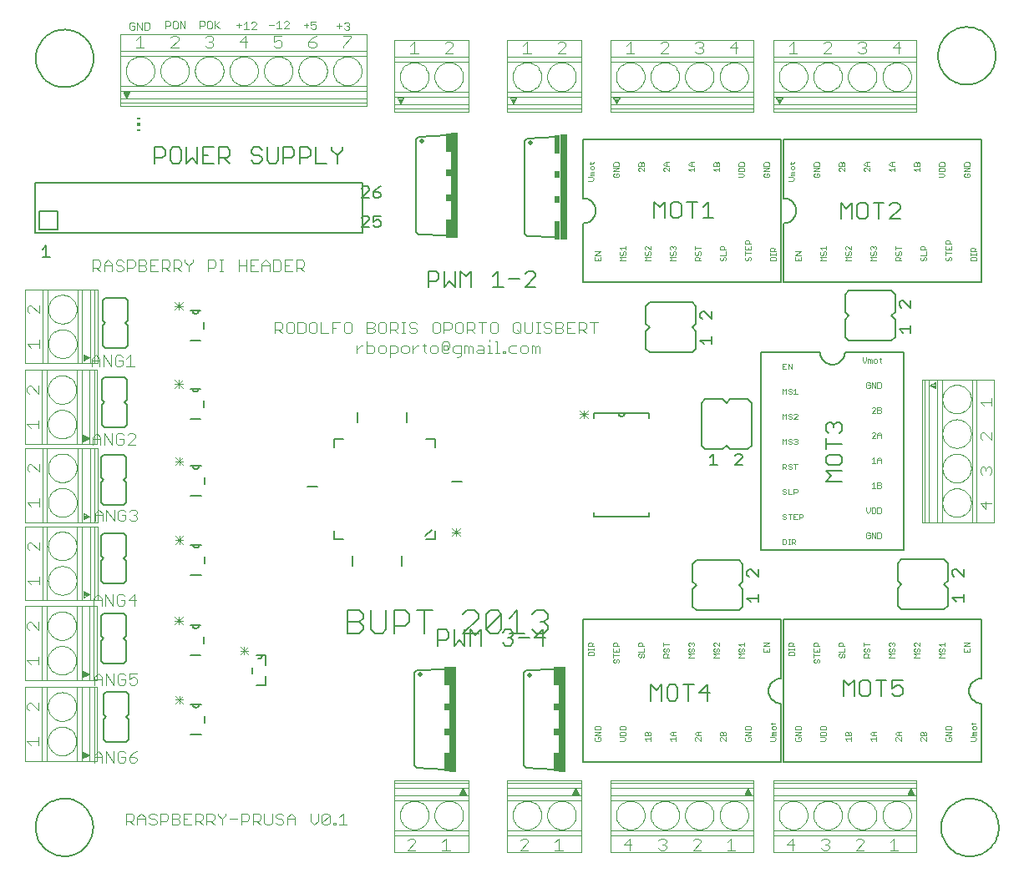
<source format=gto>
G75*
%MOIN*%
%OFA0B0*%
%FSLAX24Y24*%
%IPPOS*%
%LPD*%
%AMOC8*
5,1,8,0,0,1.08239X$1,22.5*
%
%ADD10C,0.0060*%
%ADD11C,0.0040*%
%ADD12C,0.0080*%
%ADD13C,0.0030*%
%ADD14C,0.0050*%
%ADD15C,0.0020*%
%ADD16C,0.0200*%
%ADD17R,0.0300X0.4200*%
%ADD18R,0.0200X0.0750*%
%ADD19R,0.0200X0.0300*%
%ADD20R,0.0118X0.0059*%
%ADD21R,0.0118X0.0118*%
D10*
X006445Y001946D02*
X006447Y002013D01*
X006453Y002081D01*
X006463Y002148D01*
X006477Y002214D01*
X006494Y002279D01*
X006516Y002343D01*
X006541Y002406D01*
X006570Y002467D01*
X006602Y002526D01*
X006638Y002583D01*
X006677Y002638D01*
X006719Y002691D01*
X006764Y002741D01*
X006812Y002788D01*
X006863Y002833D01*
X006916Y002874D01*
X006972Y002913D01*
X007030Y002948D01*
X007090Y002979D01*
X007151Y003007D01*
X007214Y003031D01*
X007278Y003052D01*
X007344Y003068D01*
X007410Y003081D01*
X007477Y003090D01*
X007544Y003095D01*
X007612Y003096D01*
X007679Y003093D01*
X007746Y003086D01*
X007813Y003075D01*
X007879Y003060D01*
X007944Y003042D01*
X008008Y003019D01*
X008070Y002993D01*
X008131Y002964D01*
X008189Y002930D01*
X008246Y002894D01*
X008301Y002854D01*
X008353Y002811D01*
X008402Y002765D01*
X008449Y002716D01*
X008493Y002665D01*
X008533Y002611D01*
X008571Y002555D01*
X008605Y002496D01*
X008635Y002436D01*
X008662Y002374D01*
X008686Y002311D01*
X008705Y002246D01*
X008721Y002181D01*
X008733Y002114D01*
X008741Y002047D01*
X008745Y001980D01*
X008745Y001912D01*
X008741Y001845D01*
X008733Y001778D01*
X008721Y001711D01*
X008705Y001646D01*
X008686Y001581D01*
X008662Y001518D01*
X008635Y001456D01*
X008605Y001396D01*
X008571Y001337D01*
X008533Y001281D01*
X008493Y001227D01*
X008449Y001176D01*
X008402Y001127D01*
X008353Y001081D01*
X008301Y001038D01*
X008246Y000998D01*
X008189Y000962D01*
X008131Y000928D01*
X008070Y000899D01*
X008008Y000873D01*
X007944Y000850D01*
X007879Y000832D01*
X007813Y000817D01*
X007746Y000806D01*
X007679Y000799D01*
X007612Y000796D01*
X007544Y000797D01*
X007477Y000802D01*
X007410Y000811D01*
X007344Y000824D01*
X007278Y000840D01*
X007214Y000861D01*
X007151Y000885D01*
X007090Y000913D01*
X007030Y000944D01*
X006972Y000979D01*
X006916Y001018D01*
X006863Y001059D01*
X006812Y001104D01*
X006764Y001151D01*
X006719Y001201D01*
X006677Y001254D01*
X006638Y001309D01*
X006602Y001366D01*
X006570Y001425D01*
X006541Y001486D01*
X006516Y001549D01*
X006494Y001613D01*
X006477Y001678D01*
X006463Y001744D01*
X006453Y001811D01*
X006447Y001879D01*
X006445Y001946D01*
X009258Y005345D02*
X010058Y005345D01*
X010158Y005445D01*
X010158Y006245D01*
X010058Y006345D01*
X010158Y006445D01*
X010158Y007245D01*
X010058Y007345D01*
X009258Y007345D01*
X009158Y007245D01*
X009158Y006445D01*
X009258Y006345D01*
X009158Y006245D01*
X009158Y005445D01*
X009258Y005345D01*
X012634Y005656D02*
X013054Y005656D01*
X013184Y006126D02*
X013184Y006386D01*
X013054Y006856D02*
X012634Y006856D01*
X012724Y006856D02*
X012726Y006835D01*
X012731Y006815D01*
X012740Y006796D01*
X012752Y006779D01*
X012767Y006764D01*
X012784Y006752D01*
X012803Y006743D01*
X012823Y006738D01*
X012844Y006736D01*
X012865Y006738D01*
X012885Y006743D01*
X012904Y006752D01*
X012921Y006764D01*
X012936Y006779D01*
X012948Y006796D01*
X012957Y006815D01*
X012962Y006835D01*
X012964Y006856D01*
X015246Y007610D02*
X015636Y007610D01*
X015636Y007980D01*
X015636Y008440D02*
X015636Y008810D01*
X015246Y008810D01*
X015316Y008700D02*
X015336Y008694D01*
X015357Y008692D01*
X015378Y008694D01*
X015398Y008699D01*
X015417Y008707D01*
X015434Y008719D01*
X015448Y008734D01*
X015461Y008751D01*
X015469Y008769D01*
X015475Y008789D01*
X015477Y008810D01*
X015076Y008340D02*
X015076Y008080D01*
X013039Y008813D02*
X012619Y008813D01*
X013169Y009283D02*
X013169Y009543D01*
X013039Y010013D02*
X012619Y010013D01*
X012709Y010013D02*
X012711Y009992D01*
X012716Y009972D01*
X012725Y009953D01*
X012737Y009936D01*
X012752Y009921D01*
X012769Y009909D01*
X012788Y009900D01*
X012808Y009895D01*
X012829Y009893D01*
X012850Y009895D01*
X012870Y009900D01*
X012889Y009909D01*
X012906Y009921D01*
X012921Y009936D01*
X012933Y009953D01*
X012942Y009972D01*
X012947Y009992D01*
X012949Y010013D01*
X013060Y012036D02*
X012640Y012036D01*
X013190Y012506D02*
X013190Y012766D01*
X013060Y013236D02*
X012640Y013236D01*
X012730Y013236D02*
X012732Y013215D01*
X012737Y013195D01*
X012746Y013176D01*
X012758Y013159D01*
X012773Y013144D01*
X012790Y013132D01*
X012809Y013123D01*
X012829Y013118D01*
X012850Y013116D01*
X012871Y013118D01*
X012891Y013123D01*
X012910Y013132D01*
X012927Y013144D01*
X012942Y013159D01*
X012954Y013176D01*
X012963Y013195D01*
X012968Y013215D01*
X012970Y013236D01*
X013058Y015178D02*
X012638Y015178D01*
X013188Y015648D02*
X013188Y015908D01*
X013058Y016378D02*
X012638Y016378D01*
X012728Y016378D02*
X012730Y016357D01*
X012735Y016337D01*
X012744Y016318D01*
X012756Y016301D01*
X012771Y016286D01*
X012788Y016274D01*
X012807Y016265D01*
X012827Y016260D01*
X012848Y016258D01*
X012869Y016260D01*
X012889Y016265D01*
X012908Y016274D01*
X012925Y016286D01*
X012940Y016301D01*
X012952Y016318D01*
X012961Y016337D01*
X012966Y016357D01*
X012968Y016378D01*
X013038Y018266D02*
X012618Y018266D01*
X013168Y018736D02*
X013168Y018996D01*
X013038Y019466D02*
X012618Y019466D01*
X012708Y019466D02*
X012710Y019445D01*
X012715Y019425D01*
X012724Y019406D01*
X012736Y019389D01*
X012751Y019374D01*
X012768Y019362D01*
X012787Y019353D01*
X012807Y019348D01*
X012828Y019346D01*
X012849Y019348D01*
X012869Y019353D01*
X012888Y019362D01*
X012905Y019374D01*
X012920Y019389D01*
X012932Y019406D01*
X012941Y019425D01*
X012946Y019445D01*
X012948Y019466D01*
X013040Y021382D02*
X012620Y021382D01*
X013170Y021852D02*
X013170Y022112D01*
X013040Y022582D02*
X012620Y022582D01*
X012710Y022582D02*
X012712Y022561D01*
X012717Y022541D01*
X012726Y022522D01*
X012738Y022505D01*
X012753Y022490D01*
X012770Y022478D01*
X012789Y022469D01*
X012809Y022464D01*
X012830Y022462D01*
X012851Y022464D01*
X012871Y022469D01*
X012890Y022478D01*
X012907Y022490D01*
X012922Y022505D01*
X012934Y022522D01*
X012943Y022541D01*
X012948Y022561D01*
X012950Y022582D01*
X010117Y022977D02*
X010117Y022177D01*
X010017Y022077D01*
X010117Y021977D01*
X010117Y021177D01*
X010017Y021077D01*
X009217Y021077D01*
X009117Y021177D01*
X009117Y021977D01*
X009217Y022077D01*
X009117Y022177D01*
X009117Y022977D01*
X009217Y023077D01*
X010017Y023077D01*
X010117Y022977D01*
X009980Y019939D02*
X009180Y019939D01*
X009080Y019839D01*
X009080Y019039D01*
X009180Y018939D01*
X009080Y018839D01*
X009080Y018039D01*
X009180Y017939D01*
X009980Y017939D01*
X010080Y018039D01*
X010080Y018839D01*
X009980Y018939D01*
X010080Y019039D01*
X010080Y019839D01*
X009980Y019939D01*
X009962Y016834D02*
X009162Y016834D01*
X009062Y016734D01*
X009062Y015934D01*
X009162Y015834D01*
X009062Y015734D01*
X009062Y014934D01*
X009162Y014834D01*
X009962Y014834D01*
X010062Y014934D01*
X010062Y015734D01*
X009962Y015834D01*
X010062Y015934D01*
X010062Y016734D01*
X009962Y016834D01*
X009964Y013682D02*
X009164Y013682D01*
X009064Y013582D01*
X009064Y012782D01*
X009164Y012682D01*
X009064Y012582D01*
X009064Y011782D01*
X009164Y011682D01*
X009964Y011682D01*
X010064Y011782D01*
X010064Y012582D01*
X009964Y012682D01*
X010064Y012782D01*
X010064Y013582D01*
X009964Y013682D01*
X009949Y010492D02*
X009149Y010492D01*
X009049Y010392D01*
X009049Y009592D01*
X009149Y009492D01*
X009049Y009392D01*
X009049Y008592D01*
X009149Y008492D01*
X009949Y008492D01*
X010049Y008592D01*
X010049Y009392D01*
X009949Y009492D01*
X010049Y009592D01*
X010049Y010392D01*
X009949Y010492D01*
X017303Y015554D02*
X017693Y015554D01*
X018363Y017114D02*
X018363Y017464D01*
X018713Y017464D01*
X019303Y018134D02*
X019303Y018534D01*
X021263Y018534D02*
X021263Y018134D01*
X022033Y017464D02*
X022383Y017464D01*
X022383Y017114D01*
X023053Y015754D02*
X023443Y015754D01*
X022383Y013794D02*
X022383Y013444D01*
X022033Y013444D01*
X022003Y013574D02*
X022253Y013824D01*
X021063Y012774D02*
X021063Y012374D01*
X019083Y012374D02*
X019083Y012774D01*
X018713Y013444D02*
X018363Y013444D01*
X018363Y013794D01*
X022503Y009847D02*
X022823Y009847D01*
X022930Y009740D01*
X022930Y009527D01*
X022823Y009420D01*
X022503Y009420D01*
X022503Y009206D02*
X022503Y009847D01*
X023147Y009847D02*
X023147Y009206D01*
X023361Y009420D01*
X023574Y009206D01*
X023574Y009847D01*
X023792Y009847D02*
X024005Y009633D01*
X024219Y009847D01*
X024219Y009206D01*
X023792Y009206D02*
X023792Y009847D01*
X025081Y009740D02*
X025188Y009847D01*
X025401Y009847D01*
X025508Y009740D01*
X025508Y009633D01*
X025401Y009527D01*
X025508Y009420D01*
X025508Y009313D01*
X025401Y009206D01*
X025188Y009206D01*
X025081Y009313D01*
X025295Y009527D02*
X025401Y009527D01*
X025726Y009527D02*
X026153Y009527D01*
X026370Y009527D02*
X026797Y009527D01*
X026690Y009847D02*
X026690Y009206D01*
X026370Y009527D02*
X026690Y009847D01*
X028298Y010242D02*
X036198Y010242D01*
X036198Y007892D01*
X036154Y007890D01*
X036111Y007884D01*
X036069Y007875D01*
X036027Y007862D01*
X035987Y007845D01*
X035948Y007825D01*
X035911Y007802D01*
X035877Y007775D01*
X035844Y007746D01*
X035815Y007713D01*
X035788Y007679D01*
X035765Y007642D01*
X035745Y007603D01*
X035728Y007563D01*
X035715Y007521D01*
X035706Y007479D01*
X035700Y007436D01*
X035698Y007392D01*
X035700Y007348D01*
X035706Y007305D01*
X035715Y007263D01*
X035728Y007221D01*
X035745Y007181D01*
X035765Y007142D01*
X035788Y007105D01*
X035815Y007071D01*
X035844Y007038D01*
X035877Y007009D01*
X035911Y006982D01*
X035948Y006959D01*
X035987Y006939D01*
X036027Y006922D01*
X036069Y006909D01*
X036111Y006900D01*
X036154Y006894D01*
X036198Y006892D01*
X036198Y004542D01*
X028298Y004542D01*
X028298Y010242D01*
X027173Y008267D02*
X026023Y008217D01*
X025923Y008117D01*
X025923Y004417D01*
X026023Y004317D01*
X027173Y004267D01*
X031001Y007003D02*
X031001Y007643D01*
X031215Y007430D01*
X031428Y007643D01*
X031428Y007003D01*
X031646Y007110D02*
X031646Y007537D01*
X031752Y007643D01*
X031966Y007643D01*
X032073Y007537D01*
X032073Y007110D01*
X031966Y007003D01*
X031752Y007003D01*
X031646Y007110D01*
X032290Y007643D02*
X032717Y007643D01*
X032504Y007643D02*
X032504Y007003D01*
X032935Y007323D02*
X033362Y007323D01*
X033255Y007003D02*
X033255Y007643D01*
X032935Y007323D01*
X036298Y004542D02*
X044198Y004542D01*
X044198Y006892D01*
X044154Y006894D01*
X044111Y006900D01*
X044069Y006909D01*
X044027Y006922D01*
X043987Y006939D01*
X043948Y006959D01*
X043911Y006982D01*
X043877Y007009D01*
X043844Y007038D01*
X043815Y007071D01*
X043788Y007105D01*
X043765Y007142D01*
X043745Y007181D01*
X043728Y007221D01*
X043715Y007263D01*
X043706Y007305D01*
X043700Y007348D01*
X043698Y007392D01*
X043700Y007436D01*
X043706Y007479D01*
X043715Y007521D01*
X043728Y007563D01*
X043745Y007603D01*
X043765Y007642D01*
X043788Y007679D01*
X043815Y007713D01*
X043844Y007746D01*
X043877Y007775D01*
X043911Y007802D01*
X043948Y007825D01*
X043987Y007845D01*
X044027Y007862D01*
X044069Y007875D01*
X044111Y007884D01*
X044154Y007890D01*
X044198Y007892D01*
X044198Y010242D01*
X036298Y010242D01*
X036298Y004542D01*
X038687Y007183D02*
X038687Y007824D01*
X038901Y007610D01*
X039114Y007824D01*
X039114Y007183D01*
X039332Y007290D02*
X039438Y007183D01*
X039652Y007183D01*
X039759Y007290D01*
X039759Y007717D01*
X039652Y007824D01*
X039438Y007824D01*
X039332Y007717D01*
X039332Y007290D01*
X039976Y007824D02*
X040403Y007824D01*
X040190Y007824D02*
X040190Y007183D01*
X040621Y007290D02*
X040727Y007183D01*
X040941Y007183D01*
X041048Y007290D01*
X041048Y007504D01*
X040941Y007610D01*
X040834Y007610D01*
X040621Y007504D01*
X040621Y007824D01*
X041048Y007824D01*
X041005Y010642D02*
X040855Y010792D01*
X040855Y011492D01*
X041005Y011642D01*
X040855Y011792D01*
X040855Y012492D01*
X041005Y012642D01*
X042705Y012642D01*
X042855Y012492D01*
X042855Y011792D01*
X042705Y011642D01*
X042855Y011492D01*
X042855Y010792D01*
X042705Y010642D01*
X041005Y010642D01*
X041098Y013032D02*
X041098Y020932D01*
X038748Y020932D01*
X038898Y021376D02*
X038748Y021526D01*
X038748Y022226D01*
X038898Y022376D01*
X038748Y022526D01*
X038748Y023226D01*
X038898Y023376D01*
X040598Y023376D01*
X040748Y023226D01*
X040748Y022526D01*
X040598Y022376D01*
X040748Y022226D01*
X040748Y021526D01*
X040598Y021376D01*
X038898Y021376D01*
X038748Y020932D02*
X038746Y020888D01*
X038740Y020845D01*
X038731Y020803D01*
X038718Y020761D01*
X038701Y020721D01*
X038681Y020682D01*
X038658Y020645D01*
X038631Y020611D01*
X038602Y020578D01*
X038569Y020549D01*
X038535Y020522D01*
X038498Y020499D01*
X038459Y020479D01*
X038419Y020462D01*
X038377Y020449D01*
X038335Y020440D01*
X038292Y020434D01*
X038248Y020432D01*
X038204Y020434D01*
X038161Y020440D01*
X038119Y020449D01*
X038077Y020462D01*
X038037Y020479D01*
X037998Y020499D01*
X037961Y020522D01*
X037927Y020549D01*
X037894Y020578D01*
X037865Y020611D01*
X037838Y020645D01*
X037815Y020682D01*
X037795Y020721D01*
X037778Y020761D01*
X037765Y020803D01*
X037756Y020845D01*
X037750Y020888D01*
X037748Y020932D01*
X035398Y020932D01*
X035398Y013032D01*
X041098Y013032D01*
X038623Y015766D02*
X037983Y015766D01*
X038196Y015980D01*
X037983Y016193D01*
X038623Y016193D01*
X038517Y016411D02*
X038089Y016411D01*
X037983Y016517D01*
X037983Y016731D01*
X038089Y016838D01*
X038517Y016838D01*
X038623Y016731D01*
X038623Y016517D01*
X038517Y016411D01*
X037983Y017055D02*
X037983Y017482D01*
X037983Y017269D02*
X038623Y017269D01*
X038517Y017700D02*
X038623Y017807D01*
X038623Y018020D01*
X038517Y018127D01*
X038410Y018127D01*
X038303Y018020D01*
X038303Y017913D01*
X038303Y018020D02*
X038196Y018127D01*
X038089Y018127D01*
X037983Y018020D01*
X037983Y017807D01*
X038089Y017700D01*
X035020Y017195D02*
X034870Y017045D01*
X034170Y017045D01*
X034020Y017195D01*
X033870Y017045D01*
X033170Y017045D01*
X033020Y017195D01*
X033020Y018895D01*
X033170Y019045D01*
X033870Y019045D01*
X034020Y018895D01*
X034170Y019045D01*
X034870Y019045D01*
X035020Y018895D01*
X035020Y017195D01*
X030929Y018300D02*
X030929Y018480D01*
X028729Y018480D01*
X028729Y018300D01*
X028729Y018480D01*
X030929Y018480D01*
X030929Y018300D01*
X030929Y018480D01*
X028729Y018480D01*
X028729Y018300D01*
X029709Y018480D02*
X029712Y018459D01*
X029718Y018439D01*
X029728Y018421D01*
X029740Y018404D01*
X029756Y018390D01*
X029773Y018379D01*
X029793Y018371D01*
X029813Y018366D01*
X029834Y018365D01*
X029855Y018368D01*
X029875Y018374D01*
X029893Y018384D01*
X029910Y018396D01*
X029924Y018412D01*
X029935Y018429D01*
X029943Y018449D01*
X029948Y018469D01*
X029949Y018490D01*
X029948Y018469D01*
X029943Y018449D01*
X029935Y018429D01*
X029924Y018412D01*
X029910Y018396D01*
X029893Y018384D01*
X029875Y018374D01*
X029855Y018368D01*
X029834Y018365D01*
X029813Y018366D01*
X029793Y018371D01*
X029773Y018379D01*
X029756Y018390D01*
X029740Y018404D01*
X029728Y018421D01*
X029718Y018439D01*
X029712Y018459D01*
X029709Y018480D01*
X029712Y018459D01*
X029718Y018439D01*
X029728Y018421D01*
X029740Y018404D01*
X029756Y018390D01*
X029773Y018379D01*
X029793Y018371D01*
X029813Y018366D01*
X029834Y018365D01*
X029855Y018368D01*
X029875Y018374D01*
X029893Y018384D01*
X029910Y018396D01*
X029924Y018412D01*
X029935Y018429D01*
X029943Y018449D01*
X029948Y018469D01*
X029949Y018490D01*
X030945Y020916D02*
X030795Y021066D01*
X030795Y021766D01*
X030945Y021916D01*
X030795Y022066D01*
X030795Y022766D01*
X030945Y022916D01*
X032645Y022916D01*
X032795Y022766D01*
X032795Y022066D01*
X032645Y021916D01*
X032795Y021766D01*
X032795Y021066D01*
X032645Y020916D01*
X030945Y020916D01*
X028298Y023723D02*
X036198Y023723D01*
X036198Y029423D01*
X028298Y029423D01*
X028298Y027073D01*
X028342Y027071D01*
X028385Y027065D01*
X028427Y027056D01*
X028469Y027043D01*
X028509Y027026D01*
X028548Y027006D01*
X028585Y026983D01*
X028619Y026956D01*
X028652Y026927D01*
X028681Y026894D01*
X028708Y026860D01*
X028731Y026823D01*
X028751Y026784D01*
X028768Y026744D01*
X028781Y026702D01*
X028790Y026660D01*
X028796Y026617D01*
X028798Y026573D01*
X028796Y026529D01*
X028790Y026486D01*
X028781Y026444D01*
X028768Y026402D01*
X028751Y026362D01*
X028731Y026323D01*
X028708Y026286D01*
X028681Y026252D01*
X028652Y026219D01*
X028619Y026190D01*
X028585Y026163D01*
X028548Y026140D01*
X028509Y026120D01*
X028469Y026103D01*
X028427Y026090D01*
X028385Y026081D01*
X028342Y026075D01*
X028298Y026073D01*
X028298Y023723D01*
X026407Y023530D02*
X025980Y023530D01*
X026407Y023957D01*
X026407Y024064D01*
X026300Y024171D01*
X026087Y024171D01*
X025980Y024064D01*
X025762Y023851D02*
X025335Y023851D01*
X025118Y023530D02*
X024691Y023530D01*
X024904Y023530D02*
X024904Y024171D01*
X024691Y023957D01*
X023829Y024171D02*
X023829Y023530D01*
X023402Y023530D02*
X023402Y024171D01*
X023615Y023957D01*
X023829Y024171D01*
X023184Y024171D02*
X023184Y023530D01*
X022971Y023744D01*
X022757Y023530D01*
X022757Y024171D01*
X022540Y024064D02*
X022540Y023851D01*
X022433Y023744D01*
X022113Y023744D01*
X022113Y023530D02*
X022113Y024171D01*
X022433Y024171D01*
X022540Y024064D01*
X022861Y025581D02*
X021711Y025631D01*
X021611Y025731D01*
X021611Y029431D01*
X021711Y029531D01*
X022861Y029581D01*
X025964Y029365D02*
X026064Y029465D01*
X027214Y029515D01*
X025964Y029365D02*
X025964Y025665D01*
X026064Y025565D01*
X027214Y025515D01*
X031141Y026287D02*
X031141Y026927D01*
X031354Y026714D01*
X031568Y026927D01*
X031568Y026287D01*
X031785Y026393D02*
X031892Y026287D01*
X032106Y026287D01*
X032212Y026393D01*
X032212Y026820D01*
X032106Y026927D01*
X031892Y026927D01*
X031785Y026820D01*
X031785Y026393D01*
X032430Y026927D02*
X032857Y026927D01*
X032644Y026927D02*
X032644Y026287D01*
X033075Y026287D02*
X033502Y026287D01*
X033288Y026287D02*
X033288Y026927D01*
X033075Y026714D01*
X036298Y027073D02*
X036342Y027071D01*
X036385Y027065D01*
X036427Y027056D01*
X036469Y027043D01*
X036509Y027026D01*
X036548Y027006D01*
X036585Y026983D01*
X036619Y026956D01*
X036652Y026927D01*
X036681Y026894D01*
X036708Y026860D01*
X036731Y026823D01*
X036751Y026784D01*
X036768Y026744D01*
X036781Y026702D01*
X036790Y026660D01*
X036796Y026617D01*
X036798Y026573D01*
X036796Y026529D01*
X036790Y026486D01*
X036781Y026444D01*
X036768Y026402D01*
X036751Y026362D01*
X036731Y026323D01*
X036708Y026286D01*
X036681Y026252D01*
X036652Y026219D01*
X036619Y026190D01*
X036585Y026163D01*
X036548Y026140D01*
X036509Y026120D01*
X036469Y026103D01*
X036427Y026090D01*
X036385Y026081D01*
X036342Y026075D01*
X036298Y026073D01*
X036298Y023723D01*
X044198Y023723D01*
X044198Y029423D01*
X036298Y029423D01*
X036298Y027073D01*
X038585Y026886D02*
X038585Y026246D01*
X039012Y026246D02*
X039012Y026886D01*
X038799Y026673D01*
X038585Y026886D01*
X039230Y026780D02*
X039230Y026353D01*
X039337Y026246D01*
X039550Y026246D01*
X039657Y026353D01*
X039657Y026780D01*
X039550Y026886D01*
X039337Y026886D01*
X039230Y026780D01*
X039875Y026886D02*
X040302Y026886D01*
X040088Y026886D02*
X040088Y026246D01*
X040519Y026246D02*
X040946Y026673D01*
X040946Y026780D01*
X040839Y026886D01*
X040626Y026886D01*
X040519Y026780D01*
X040519Y026246D02*
X040946Y026246D01*
X042465Y032760D02*
X042467Y032827D01*
X042473Y032895D01*
X042483Y032962D01*
X042497Y033028D01*
X042514Y033093D01*
X042536Y033157D01*
X042561Y033220D01*
X042590Y033281D01*
X042622Y033340D01*
X042658Y033397D01*
X042697Y033452D01*
X042739Y033505D01*
X042784Y033555D01*
X042832Y033602D01*
X042883Y033647D01*
X042936Y033688D01*
X042992Y033727D01*
X043050Y033762D01*
X043110Y033793D01*
X043171Y033821D01*
X043234Y033845D01*
X043298Y033866D01*
X043364Y033882D01*
X043430Y033895D01*
X043497Y033904D01*
X043564Y033909D01*
X043632Y033910D01*
X043699Y033907D01*
X043766Y033900D01*
X043833Y033889D01*
X043899Y033874D01*
X043964Y033856D01*
X044028Y033833D01*
X044090Y033807D01*
X044151Y033778D01*
X044209Y033744D01*
X044266Y033708D01*
X044321Y033668D01*
X044373Y033625D01*
X044422Y033579D01*
X044469Y033530D01*
X044513Y033479D01*
X044553Y033425D01*
X044591Y033369D01*
X044625Y033310D01*
X044655Y033250D01*
X044682Y033188D01*
X044706Y033125D01*
X044725Y033060D01*
X044741Y032995D01*
X044753Y032928D01*
X044761Y032861D01*
X044765Y032794D01*
X044765Y032726D01*
X044761Y032659D01*
X044753Y032592D01*
X044741Y032525D01*
X044725Y032460D01*
X044706Y032395D01*
X044682Y032332D01*
X044655Y032270D01*
X044625Y032210D01*
X044591Y032151D01*
X044553Y032095D01*
X044513Y032041D01*
X044469Y031990D01*
X044422Y031941D01*
X044373Y031895D01*
X044321Y031852D01*
X044266Y031812D01*
X044209Y031776D01*
X044151Y031742D01*
X044090Y031713D01*
X044028Y031687D01*
X043964Y031664D01*
X043899Y031646D01*
X043833Y031631D01*
X043766Y031620D01*
X043699Y031613D01*
X043632Y031610D01*
X043564Y031611D01*
X043497Y031616D01*
X043430Y031625D01*
X043364Y031638D01*
X043298Y031654D01*
X043234Y031675D01*
X043171Y031699D01*
X043110Y031727D01*
X043050Y031758D01*
X042992Y031793D01*
X042936Y031832D01*
X042883Y031873D01*
X042832Y031918D01*
X042784Y031965D01*
X042739Y032015D01*
X042697Y032068D01*
X042658Y032123D01*
X042622Y032180D01*
X042590Y032239D01*
X042561Y032300D01*
X042536Y032363D01*
X042514Y032427D01*
X042497Y032492D01*
X042483Y032558D01*
X042473Y032625D01*
X042467Y032693D01*
X042465Y032760D01*
X030929Y014540D02*
X030929Y014360D01*
X028729Y014360D01*
X028729Y014540D01*
X028729Y014360D01*
X030929Y014360D01*
X030929Y014540D01*
X030929Y014360D01*
X028729Y014360D01*
X028729Y014540D01*
X032666Y012472D02*
X032666Y011772D01*
X032816Y011622D01*
X032666Y011472D01*
X032666Y010772D01*
X032816Y010622D01*
X034516Y010622D01*
X034666Y010772D01*
X034666Y011472D01*
X034516Y011622D01*
X034666Y011772D01*
X034666Y012472D01*
X034516Y012622D01*
X032816Y012622D01*
X032666Y012472D01*
X022798Y008272D02*
X021648Y008222D01*
X021548Y008122D01*
X021548Y004422D01*
X021648Y004322D01*
X022798Y004272D01*
X042585Y001939D02*
X042587Y002006D01*
X042593Y002074D01*
X042603Y002141D01*
X042617Y002207D01*
X042634Y002272D01*
X042656Y002336D01*
X042681Y002399D01*
X042710Y002460D01*
X042742Y002519D01*
X042778Y002576D01*
X042817Y002631D01*
X042859Y002684D01*
X042904Y002734D01*
X042952Y002781D01*
X043003Y002826D01*
X043056Y002867D01*
X043112Y002906D01*
X043170Y002941D01*
X043230Y002972D01*
X043291Y003000D01*
X043354Y003024D01*
X043418Y003045D01*
X043484Y003061D01*
X043550Y003074D01*
X043617Y003083D01*
X043684Y003088D01*
X043752Y003089D01*
X043819Y003086D01*
X043886Y003079D01*
X043953Y003068D01*
X044019Y003053D01*
X044084Y003035D01*
X044148Y003012D01*
X044210Y002986D01*
X044271Y002957D01*
X044329Y002923D01*
X044386Y002887D01*
X044441Y002847D01*
X044493Y002804D01*
X044542Y002758D01*
X044589Y002709D01*
X044633Y002658D01*
X044673Y002604D01*
X044711Y002548D01*
X044745Y002489D01*
X044775Y002429D01*
X044802Y002367D01*
X044826Y002304D01*
X044845Y002239D01*
X044861Y002174D01*
X044873Y002107D01*
X044881Y002040D01*
X044885Y001973D01*
X044885Y001905D01*
X044881Y001838D01*
X044873Y001771D01*
X044861Y001704D01*
X044845Y001639D01*
X044826Y001574D01*
X044802Y001511D01*
X044775Y001449D01*
X044745Y001389D01*
X044711Y001330D01*
X044673Y001274D01*
X044633Y001220D01*
X044589Y001169D01*
X044542Y001120D01*
X044493Y001074D01*
X044441Y001031D01*
X044386Y000991D01*
X044329Y000955D01*
X044271Y000921D01*
X044210Y000892D01*
X044148Y000866D01*
X044084Y000843D01*
X044019Y000825D01*
X043953Y000810D01*
X043886Y000799D01*
X043819Y000792D01*
X043752Y000789D01*
X043684Y000790D01*
X043617Y000795D01*
X043550Y000804D01*
X043484Y000817D01*
X043418Y000833D01*
X043354Y000854D01*
X043291Y000878D01*
X043230Y000906D01*
X043170Y000937D01*
X043112Y000972D01*
X043056Y001011D01*
X043003Y001052D01*
X042952Y001097D01*
X042904Y001144D01*
X042859Y001194D01*
X042817Y001247D01*
X042778Y001302D01*
X042742Y001359D01*
X042710Y001418D01*
X042681Y001479D01*
X042656Y001542D01*
X042634Y001606D01*
X042617Y001671D01*
X042603Y001737D01*
X042593Y001804D01*
X042587Y001872D01*
X042585Y001939D01*
X018486Y028469D02*
X018486Y028789D01*
X018699Y029003D01*
X018699Y029110D01*
X018486Y028789D02*
X018272Y029003D01*
X018272Y029110D01*
X017628Y029110D02*
X017628Y028469D01*
X018055Y028469D01*
X017410Y028789D02*
X017304Y028683D01*
X016983Y028683D01*
X016983Y028469D02*
X016983Y029110D01*
X017304Y029110D01*
X017410Y029003D01*
X017410Y028789D01*
X016766Y028789D02*
X016659Y028683D01*
X016339Y028683D01*
X016339Y028469D02*
X016339Y029110D01*
X016659Y029110D01*
X016766Y029003D01*
X016766Y028789D01*
X016121Y028576D02*
X016121Y029110D01*
X015694Y029110D02*
X015694Y028576D01*
X015801Y028469D01*
X016014Y028469D01*
X016121Y028576D01*
X015477Y028576D02*
X015370Y028469D01*
X015156Y028469D01*
X015050Y028576D01*
X015156Y028789D02*
X015050Y028896D01*
X015050Y029003D01*
X015156Y029110D01*
X015370Y029110D01*
X015477Y029003D01*
X015370Y028789D02*
X015477Y028683D01*
X015477Y028576D01*
X015370Y028789D02*
X015156Y028789D01*
X014188Y028789D02*
X014081Y028683D01*
X013761Y028683D01*
X013974Y028683D02*
X014188Y028469D01*
X014188Y028789D02*
X014188Y029003D01*
X014081Y029110D01*
X013761Y029110D01*
X013761Y028469D01*
X013543Y028469D02*
X013116Y028469D01*
X013116Y029110D01*
X013543Y029110D01*
X013330Y028789D02*
X013116Y028789D01*
X012898Y028469D02*
X012685Y028683D01*
X012471Y028469D01*
X012471Y029110D01*
X012254Y029003D02*
X012147Y029110D01*
X011934Y029110D01*
X011827Y029003D01*
X011827Y028576D01*
X011934Y028469D01*
X012147Y028469D01*
X012254Y028576D01*
X012254Y029003D01*
X011609Y029003D02*
X011503Y029110D01*
X011182Y029110D01*
X011182Y028469D01*
X011182Y028683D02*
X011503Y028683D01*
X011609Y028789D01*
X011609Y029003D01*
X012898Y029110D02*
X012898Y028469D01*
X006455Y032658D02*
X006457Y032725D01*
X006463Y032793D01*
X006473Y032860D01*
X006487Y032926D01*
X006504Y032991D01*
X006526Y033055D01*
X006551Y033118D01*
X006580Y033179D01*
X006612Y033238D01*
X006648Y033295D01*
X006687Y033350D01*
X006729Y033403D01*
X006774Y033453D01*
X006822Y033500D01*
X006873Y033545D01*
X006926Y033586D01*
X006982Y033625D01*
X007040Y033660D01*
X007100Y033691D01*
X007161Y033719D01*
X007224Y033743D01*
X007288Y033764D01*
X007354Y033780D01*
X007420Y033793D01*
X007487Y033802D01*
X007554Y033807D01*
X007622Y033808D01*
X007689Y033805D01*
X007756Y033798D01*
X007823Y033787D01*
X007889Y033772D01*
X007954Y033754D01*
X008018Y033731D01*
X008080Y033705D01*
X008141Y033676D01*
X008199Y033642D01*
X008256Y033606D01*
X008311Y033566D01*
X008363Y033523D01*
X008412Y033477D01*
X008459Y033428D01*
X008503Y033377D01*
X008543Y033323D01*
X008581Y033267D01*
X008615Y033208D01*
X008645Y033148D01*
X008672Y033086D01*
X008696Y033023D01*
X008715Y032958D01*
X008731Y032893D01*
X008743Y032826D01*
X008751Y032759D01*
X008755Y032692D01*
X008755Y032624D01*
X008751Y032557D01*
X008743Y032490D01*
X008731Y032423D01*
X008715Y032358D01*
X008696Y032293D01*
X008672Y032230D01*
X008645Y032168D01*
X008615Y032108D01*
X008581Y032049D01*
X008543Y031993D01*
X008503Y031939D01*
X008459Y031888D01*
X008412Y031839D01*
X008363Y031793D01*
X008311Y031750D01*
X008256Y031710D01*
X008199Y031674D01*
X008141Y031640D01*
X008080Y031611D01*
X008018Y031585D01*
X007954Y031562D01*
X007889Y031544D01*
X007823Y031529D01*
X007756Y031518D01*
X007689Y031511D01*
X007622Y031508D01*
X007554Y031509D01*
X007487Y031514D01*
X007420Y031523D01*
X007354Y031536D01*
X007288Y031552D01*
X007224Y031573D01*
X007161Y031597D01*
X007100Y031625D01*
X007040Y031656D01*
X006982Y031691D01*
X006926Y031730D01*
X006873Y031771D01*
X006822Y031816D01*
X006774Y031863D01*
X006729Y031913D01*
X006687Y031966D01*
X006648Y032021D01*
X006612Y032078D01*
X006580Y032137D01*
X006551Y032198D01*
X006526Y032261D01*
X006504Y032325D01*
X006487Y032390D01*
X006473Y032456D01*
X006463Y032523D01*
X006457Y032591D01*
X006455Y032658D01*
D11*
X006708Y004605D02*
X006024Y004605D01*
X006024Y007558D01*
X006708Y007558D01*
X006895Y007558D01*
X006895Y004605D01*
X008097Y004605D01*
X008287Y004605D01*
X008607Y004605D01*
X008780Y004605D01*
X008898Y004605D01*
X008898Y007558D01*
X008780Y007558D01*
X008607Y007558D01*
X008607Y004605D01*
X008780Y004605D02*
X008780Y007558D01*
X008795Y007639D02*
X008795Y007946D01*
X008948Y008100D01*
X009101Y007946D01*
X009101Y007639D01*
X009255Y007639D02*
X009255Y008100D01*
X009562Y007639D01*
X009562Y008100D01*
X009715Y008023D02*
X009715Y007716D01*
X009792Y007639D01*
X009946Y007639D01*
X010022Y007716D01*
X010022Y007869D01*
X009869Y007869D01*
X010022Y008023D02*
X009946Y008100D01*
X009792Y008100D01*
X009715Y008023D01*
X010176Y008100D02*
X010176Y007869D01*
X010329Y007946D01*
X010406Y007946D01*
X010483Y007869D01*
X010483Y007716D01*
X010406Y007639D01*
X010252Y007639D01*
X010176Y007716D01*
X010176Y008100D02*
X010483Y008100D01*
X009101Y007869D02*
X008795Y007869D01*
X008774Y007831D02*
X008601Y007831D01*
X008601Y010784D01*
X008774Y010784D01*
X008774Y007831D01*
X008892Y007831D01*
X008892Y010784D01*
X008774Y010784D01*
X008772Y010800D02*
X008772Y011107D01*
X008925Y011260D01*
X009079Y011107D01*
X009079Y010800D01*
X009232Y010800D02*
X009232Y011260D01*
X009539Y010800D01*
X009539Y011260D01*
X009693Y011184D02*
X009693Y010877D01*
X009769Y010800D01*
X009923Y010800D01*
X009999Y010877D01*
X009999Y011030D01*
X009846Y011030D01*
X009999Y011184D02*
X009923Y011260D01*
X009769Y011260D01*
X009693Y011184D01*
X010153Y011030D02*
X010460Y011030D01*
X010383Y010800D02*
X010383Y011260D01*
X010153Y011030D01*
X009079Y011030D02*
X008772Y011030D01*
X008791Y011020D02*
X008618Y011020D01*
X008618Y013973D01*
X008791Y013973D01*
X008791Y011020D01*
X008909Y011020D01*
X008909Y013973D01*
X008791Y013973D01*
X008793Y014137D02*
X008620Y014137D01*
X008620Y017089D01*
X008793Y017089D01*
X008793Y014137D01*
X008911Y014137D01*
X008911Y017089D01*
X008793Y017089D01*
X008730Y017225D02*
X008730Y017532D01*
X008883Y017685D01*
X009037Y017532D01*
X009037Y017225D01*
X008898Y017263D02*
X008780Y017263D01*
X008607Y017263D01*
X008607Y020216D01*
X008780Y020216D01*
X008780Y017263D01*
X008898Y017263D02*
X008898Y020216D01*
X008780Y020216D01*
X008688Y020354D02*
X008688Y020661D01*
X008842Y020814D01*
X008995Y020661D01*
X008995Y020354D01*
X008913Y020476D02*
X008795Y020476D01*
X008622Y020476D01*
X008622Y023428D01*
X008795Y023428D01*
X008795Y020476D01*
X008913Y020476D02*
X008913Y023428D01*
X008795Y023428D01*
X008622Y023428D02*
X008302Y023428D01*
X008112Y023428D01*
X008112Y020476D01*
X008302Y020476D01*
X008622Y020476D01*
X008688Y020584D02*
X008995Y020584D01*
X009149Y020354D02*
X009149Y020814D01*
X009456Y020354D01*
X009456Y020814D01*
X009609Y020738D02*
X009609Y020431D01*
X009686Y020354D01*
X009839Y020354D01*
X009916Y020431D01*
X009916Y020584D01*
X009763Y020584D01*
X009916Y020738D02*
X009839Y020814D01*
X009686Y020814D01*
X009609Y020738D01*
X010069Y020661D02*
X010223Y020814D01*
X010223Y020354D01*
X010376Y020354D02*
X010069Y020354D01*
X008607Y020216D02*
X008288Y020216D01*
X008098Y020216D01*
X008098Y017263D01*
X008288Y017263D01*
X008607Y017263D01*
X008620Y017089D02*
X008300Y017089D01*
X008110Y017089D01*
X008110Y014137D01*
X008300Y014137D01*
X008620Y014137D01*
X008618Y013973D02*
X008298Y013973D01*
X008108Y013973D01*
X008108Y011020D01*
X008298Y011020D01*
X008618Y011020D01*
X008507Y011210D02*
X008347Y011210D01*
X008347Y011172D02*
X008430Y011172D01*
X008353Y011133D02*
X008347Y011133D01*
X008347Y011130D02*
X008347Y011380D01*
X008597Y011255D01*
X008347Y011130D01*
X008347Y011249D02*
X008584Y011249D01*
X008533Y011287D02*
X008347Y011287D01*
X008347Y011326D02*
X008456Y011326D01*
X008379Y011364D02*
X008347Y011364D01*
X008298Y011020D02*
X008298Y013973D01*
X008300Y014137D02*
X008300Y017089D01*
X008288Y017263D02*
X008288Y020216D01*
X008098Y020216D02*
X006896Y020216D01*
X006896Y017263D01*
X008098Y017263D01*
X008110Y017089D02*
X006908Y017089D01*
X006908Y014137D01*
X008110Y014137D01*
X008108Y013973D02*
X006906Y013973D01*
X006906Y011020D01*
X008108Y011020D01*
X008091Y010784D02*
X008091Y007831D01*
X008281Y007831D01*
X008601Y007831D01*
X008476Y008015D02*
X008330Y008015D01*
X008330Y008053D02*
X008553Y008053D01*
X008580Y008066D02*
X008330Y008191D01*
X008330Y007941D01*
X008580Y008066D01*
X008529Y008092D02*
X008330Y008092D01*
X008330Y008130D02*
X008452Y008130D01*
X008375Y008169D02*
X008330Y008169D01*
X008330Y007976D02*
X008399Y007976D01*
X008281Y007831D02*
X008281Y010784D01*
X008091Y010784D01*
X006889Y010784D01*
X006889Y007831D01*
X008091Y007831D01*
X008097Y007558D02*
X008097Y004605D01*
X008287Y004605D02*
X008287Y007558D01*
X008097Y007558D01*
X006895Y007558D01*
X006708Y007558D02*
X006708Y004605D01*
X006895Y004605D01*
X006566Y005235D02*
X006566Y005542D01*
X006566Y005389D02*
X006105Y005389D01*
X006259Y005235D01*
X007220Y005867D02*
X007222Y005865D01*
X006929Y005392D02*
X006931Y005439D01*
X006937Y005486D01*
X006946Y005532D01*
X006960Y005577D01*
X006977Y005621D01*
X006998Y005664D01*
X007022Y005704D01*
X007049Y005743D01*
X007080Y005779D01*
X007113Y005812D01*
X007149Y005843D01*
X007188Y005870D01*
X007228Y005894D01*
X007271Y005915D01*
X007315Y005932D01*
X007360Y005946D01*
X007406Y005955D01*
X007453Y005961D01*
X007500Y005963D01*
X007547Y005961D01*
X007594Y005955D01*
X007640Y005946D01*
X007685Y005932D01*
X007729Y005915D01*
X007772Y005894D01*
X007812Y005870D01*
X007851Y005843D01*
X007887Y005812D01*
X007920Y005779D01*
X007951Y005743D01*
X007978Y005704D01*
X008002Y005664D01*
X008023Y005621D01*
X008040Y005577D01*
X008054Y005532D01*
X008063Y005486D01*
X008069Y005439D01*
X008071Y005392D01*
X008069Y005345D01*
X008063Y005298D01*
X008054Y005252D01*
X008040Y005207D01*
X008023Y005163D01*
X008002Y005120D01*
X007978Y005080D01*
X007951Y005041D01*
X007920Y005005D01*
X007887Y004972D01*
X007851Y004941D01*
X007812Y004914D01*
X007772Y004890D01*
X007729Y004869D01*
X007685Y004852D01*
X007640Y004838D01*
X007594Y004829D01*
X007547Y004823D01*
X007500Y004821D01*
X007453Y004823D01*
X007406Y004829D01*
X007360Y004838D01*
X007315Y004852D01*
X007271Y004869D01*
X007228Y004890D01*
X007188Y004914D01*
X007149Y004941D01*
X007113Y004972D01*
X007080Y005005D01*
X007049Y005041D01*
X007022Y005080D01*
X006998Y005120D01*
X006977Y005163D01*
X006960Y005207D01*
X006946Y005252D01*
X006937Y005298D01*
X006931Y005345D01*
X006929Y005392D01*
X008336Y004965D02*
X008586Y004840D01*
X008336Y004715D01*
X008336Y004965D01*
X008336Y004935D02*
X008397Y004935D01*
X008336Y004896D02*
X008474Y004896D01*
X008551Y004858D02*
X008336Y004858D01*
X008336Y004819D02*
X008544Y004819D01*
X008467Y004781D02*
X008336Y004781D01*
X008336Y004742D02*
X008390Y004742D01*
X008795Y004762D02*
X009101Y004762D01*
X009101Y004838D02*
X009101Y004531D01*
X009255Y004531D02*
X009255Y004992D01*
X009562Y004531D01*
X009562Y004992D01*
X009715Y004915D02*
X009715Y004608D01*
X009792Y004531D01*
X009946Y004531D01*
X010022Y004608D01*
X010022Y004762D01*
X009869Y004762D01*
X010022Y004915D02*
X009946Y004992D01*
X009792Y004992D01*
X009715Y004915D01*
X010176Y004762D02*
X010406Y004762D01*
X010483Y004685D01*
X010483Y004608D01*
X010406Y004531D01*
X010252Y004531D01*
X010176Y004608D01*
X010176Y004762D01*
X010329Y004915D01*
X010483Y004992D01*
X009101Y004838D02*
X008948Y004992D01*
X008795Y004838D01*
X008795Y004531D01*
X010048Y002504D02*
X010278Y002504D01*
X010355Y002427D01*
X010355Y002274D01*
X010278Y002197D01*
X010048Y002197D01*
X010201Y002197D02*
X010355Y002044D01*
X010508Y002044D02*
X010508Y002350D01*
X010662Y002504D01*
X010815Y002350D01*
X010815Y002044D01*
X010968Y002120D02*
X011045Y002044D01*
X011199Y002044D01*
X011275Y002120D01*
X011275Y002197D01*
X011199Y002274D01*
X011045Y002274D01*
X010968Y002350D01*
X010968Y002427D01*
X011045Y002504D01*
X011199Y002504D01*
X011275Y002427D01*
X011429Y002504D02*
X011659Y002504D01*
X011736Y002427D01*
X011736Y002274D01*
X011659Y002197D01*
X011429Y002197D01*
X011429Y002044D02*
X011429Y002504D01*
X011889Y002504D02*
X012119Y002504D01*
X012196Y002427D01*
X012196Y002350D01*
X012119Y002274D01*
X011889Y002274D01*
X011889Y002044D02*
X011889Y002504D01*
X012119Y002274D02*
X012196Y002197D01*
X012196Y002120D01*
X012119Y002044D01*
X011889Y002044D01*
X012350Y002044D02*
X012657Y002044D01*
X012810Y002044D02*
X012810Y002504D01*
X013040Y002504D01*
X013117Y002427D01*
X013117Y002274D01*
X013040Y002197D01*
X012810Y002197D01*
X012963Y002197D02*
X013117Y002044D01*
X013270Y002044D02*
X013270Y002504D01*
X013501Y002504D01*
X013577Y002427D01*
X013577Y002274D01*
X013501Y002197D01*
X013270Y002197D01*
X013424Y002197D02*
X013577Y002044D01*
X013884Y002044D02*
X013884Y002274D01*
X014038Y002427D01*
X014038Y002504D01*
X014191Y002274D02*
X014498Y002274D01*
X014652Y002197D02*
X014882Y002197D01*
X014959Y002274D01*
X014959Y002427D01*
X014882Y002504D01*
X014652Y002504D01*
X014652Y002044D01*
X015112Y002044D02*
X015112Y002504D01*
X015342Y002504D01*
X015419Y002427D01*
X015419Y002274D01*
X015342Y002197D01*
X015112Y002197D01*
X015265Y002197D02*
X015419Y002044D01*
X015572Y002120D02*
X015649Y002044D01*
X015803Y002044D01*
X015879Y002120D01*
X015879Y002504D01*
X016033Y002427D02*
X016033Y002350D01*
X016109Y002274D01*
X016263Y002274D01*
X016340Y002197D01*
X016340Y002120D01*
X016263Y002044D01*
X016109Y002044D01*
X016033Y002120D01*
X016033Y002427D02*
X016109Y002504D01*
X016263Y002504D01*
X016340Y002427D01*
X016493Y002350D02*
X016647Y002504D01*
X016800Y002350D01*
X016800Y002044D01*
X016800Y002274D02*
X016493Y002274D01*
X016493Y002350D02*
X016493Y002044D01*
X015572Y002120D02*
X015572Y002504D01*
X013884Y002274D02*
X013731Y002427D01*
X013731Y002504D01*
X012657Y002504D02*
X012350Y002504D01*
X012350Y002044D01*
X012350Y002274D02*
X012503Y002274D01*
X010815Y002274D02*
X010508Y002274D01*
X010048Y002044D02*
X010048Y002504D01*
X006929Y006770D02*
X006931Y006817D01*
X006937Y006864D01*
X006946Y006910D01*
X006960Y006955D01*
X006977Y006999D01*
X006998Y007042D01*
X007022Y007082D01*
X007049Y007121D01*
X007080Y007157D01*
X007113Y007190D01*
X007149Y007221D01*
X007188Y007248D01*
X007228Y007272D01*
X007271Y007293D01*
X007315Y007310D01*
X007360Y007324D01*
X007406Y007333D01*
X007453Y007339D01*
X007500Y007341D01*
X007547Y007339D01*
X007594Y007333D01*
X007640Y007324D01*
X007685Y007310D01*
X007729Y007293D01*
X007772Y007272D01*
X007812Y007248D01*
X007851Y007221D01*
X007887Y007190D01*
X007920Y007157D01*
X007951Y007121D01*
X007978Y007082D01*
X008002Y007042D01*
X008023Y006999D01*
X008040Y006955D01*
X008054Y006910D01*
X008063Y006864D01*
X008069Y006817D01*
X008071Y006770D01*
X008069Y006723D01*
X008063Y006676D01*
X008054Y006630D01*
X008040Y006585D01*
X008023Y006541D01*
X008002Y006498D01*
X007978Y006458D01*
X007951Y006419D01*
X007920Y006383D01*
X007887Y006350D01*
X007851Y006319D01*
X007812Y006292D01*
X007772Y006268D01*
X007729Y006247D01*
X007685Y006230D01*
X007640Y006216D01*
X007594Y006207D01*
X007547Y006201D01*
X007500Y006199D01*
X007453Y006201D01*
X007406Y006207D01*
X007360Y006216D01*
X007315Y006230D01*
X007271Y006247D01*
X007228Y006268D01*
X007188Y006292D01*
X007149Y006319D01*
X007113Y006350D01*
X007080Y006383D01*
X007049Y006419D01*
X007022Y006458D01*
X006998Y006498D01*
X006977Y006541D01*
X006960Y006585D01*
X006946Y006630D01*
X006937Y006676D01*
X006931Y006723D01*
X006929Y006770D01*
X006566Y006917D02*
X006566Y006610D01*
X006259Y006917D01*
X006182Y006917D01*
X006105Y006840D01*
X006105Y006687D01*
X006182Y006610D01*
X007220Y007245D02*
X007222Y007243D01*
X006889Y007831D02*
X006702Y007831D01*
X006702Y010784D01*
X006018Y010784D01*
X006018Y007831D01*
X006702Y007831D01*
X006560Y008461D02*
X006560Y008768D01*
X006560Y008615D02*
X006099Y008615D01*
X006253Y008461D01*
X007214Y009093D02*
X007216Y009091D01*
X006923Y008619D02*
X006925Y008666D01*
X006931Y008713D01*
X006940Y008759D01*
X006954Y008804D01*
X006971Y008848D01*
X006992Y008891D01*
X007016Y008931D01*
X007043Y008970D01*
X007074Y009006D01*
X007107Y009039D01*
X007143Y009070D01*
X007182Y009097D01*
X007222Y009121D01*
X007265Y009142D01*
X007309Y009159D01*
X007354Y009173D01*
X007400Y009182D01*
X007447Y009188D01*
X007494Y009190D01*
X007541Y009188D01*
X007588Y009182D01*
X007634Y009173D01*
X007679Y009159D01*
X007723Y009142D01*
X007766Y009121D01*
X007806Y009097D01*
X007845Y009070D01*
X007881Y009039D01*
X007914Y009006D01*
X007945Y008970D01*
X007972Y008931D01*
X007996Y008891D01*
X008017Y008848D01*
X008034Y008804D01*
X008048Y008759D01*
X008057Y008713D01*
X008063Y008666D01*
X008065Y008619D01*
X008063Y008572D01*
X008057Y008525D01*
X008048Y008479D01*
X008034Y008434D01*
X008017Y008390D01*
X007996Y008347D01*
X007972Y008307D01*
X007945Y008268D01*
X007914Y008232D01*
X007881Y008199D01*
X007845Y008168D01*
X007806Y008141D01*
X007766Y008117D01*
X007723Y008096D01*
X007679Y008079D01*
X007634Y008065D01*
X007588Y008056D01*
X007541Y008050D01*
X007494Y008048D01*
X007447Y008050D01*
X007400Y008056D01*
X007354Y008065D01*
X007309Y008079D01*
X007265Y008096D01*
X007222Y008117D01*
X007182Y008141D01*
X007143Y008168D01*
X007107Y008199D01*
X007074Y008232D01*
X007043Y008268D01*
X007016Y008307D01*
X006992Y008347D01*
X006971Y008390D01*
X006954Y008434D01*
X006940Y008479D01*
X006931Y008525D01*
X006925Y008572D01*
X006923Y008619D01*
X008287Y007558D02*
X008607Y007558D01*
X006923Y009997D02*
X006925Y010044D01*
X006931Y010091D01*
X006940Y010137D01*
X006954Y010182D01*
X006971Y010226D01*
X006992Y010269D01*
X007016Y010309D01*
X007043Y010348D01*
X007074Y010384D01*
X007107Y010417D01*
X007143Y010448D01*
X007182Y010475D01*
X007222Y010499D01*
X007265Y010520D01*
X007309Y010537D01*
X007354Y010551D01*
X007400Y010560D01*
X007447Y010566D01*
X007494Y010568D01*
X007541Y010566D01*
X007588Y010560D01*
X007634Y010551D01*
X007679Y010537D01*
X007723Y010520D01*
X007766Y010499D01*
X007806Y010475D01*
X007845Y010448D01*
X007881Y010417D01*
X007914Y010384D01*
X007945Y010348D01*
X007972Y010309D01*
X007996Y010269D01*
X008017Y010226D01*
X008034Y010182D01*
X008048Y010137D01*
X008057Y010091D01*
X008063Y010044D01*
X008065Y009997D01*
X008063Y009950D01*
X008057Y009903D01*
X008048Y009857D01*
X008034Y009812D01*
X008017Y009768D01*
X007996Y009725D01*
X007972Y009685D01*
X007945Y009646D01*
X007914Y009610D01*
X007881Y009577D01*
X007845Y009546D01*
X007806Y009519D01*
X007766Y009495D01*
X007723Y009474D01*
X007679Y009457D01*
X007634Y009443D01*
X007588Y009434D01*
X007541Y009428D01*
X007494Y009426D01*
X007447Y009428D01*
X007400Y009434D01*
X007354Y009443D01*
X007309Y009457D01*
X007265Y009474D01*
X007222Y009495D01*
X007182Y009519D01*
X007143Y009546D01*
X007107Y009577D01*
X007074Y009610D01*
X007043Y009646D01*
X007016Y009685D01*
X006992Y009725D01*
X006971Y009768D01*
X006954Y009812D01*
X006940Y009857D01*
X006931Y009903D01*
X006925Y009950D01*
X006923Y009997D01*
X006560Y010143D02*
X006560Y009836D01*
X006253Y010143D01*
X006176Y010143D01*
X006099Y010067D01*
X006099Y009913D01*
X006176Y009836D01*
X007214Y010471D02*
X007216Y010469D01*
X006889Y010784D02*
X006702Y010784D01*
X006719Y011020D02*
X006719Y013973D01*
X006035Y013973D01*
X006035Y011020D01*
X006719Y011020D01*
X006906Y011020D01*
X006577Y011650D02*
X006577Y011957D01*
X006577Y011804D02*
X006116Y011804D01*
X006270Y011650D01*
X007231Y012282D02*
X007234Y012280D01*
X006940Y011808D02*
X006942Y011855D01*
X006948Y011902D01*
X006957Y011948D01*
X006971Y011993D01*
X006988Y012037D01*
X007009Y012080D01*
X007033Y012120D01*
X007060Y012159D01*
X007091Y012195D01*
X007124Y012228D01*
X007160Y012259D01*
X007199Y012286D01*
X007239Y012310D01*
X007282Y012331D01*
X007326Y012348D01*
X007371Y012362D01*
X007417Y012371D01*
X007464Y012377D01*
X007511Y012379D01*
X007558Y012377D01*
X007605Y012371D01*
X007651Y012362D01*
X007696Y012348D01*
X007740Y012331D01*
X007783Y012310D01*
X007823Y012286D01*
X007862Y012259D01*
X007898Y012228D01*
X007931Y012195D01*
X007962Y012159D01*
X007989Y012120D01*
X008013Y012080D01*
X008034Y012037D01*
X008051Y011993D01*
X008065Y011948D01*
X008074Y011902D01*
X008080Y011855D01*
X008082Y011808D01*
X008080Y011761D01*
X008074Y011714D01*
X008065Y011668D01*
X008051Y011623D01*
X008034Y011579D01*
X008013Y011536D01*
X007989Y011496D01*
X007962Y011457D01*
X007931Y011421D01*
X007898Y011388D01*
X007862Y011357D01*
X007823Y011330D01*
X007783Y011306D01*
X007740Y011285D01*
X007696Y011268D01*
X007651Y011254D01*
X007605Y011245D01*
X007558Y011239D01*
X007511Y011237D01*
X007464Y011239D01*
X007417Y011245D01*
X007371Y011254D01*
X007326Y011268D01*
X007282Y011285D01*
X007239Y011306D01*
X007199Y011330D01*
X007160Y011357D01*
X007124Y011388D01*
X007091Y011421D01*
X007060Y011457D01*
X007033Y011496D01*
X007009Y011536D01*
X006988Y011579D01*
X006971Y011623D01*
X006957Y011668D01*
X006948Y011714D01*
X006942Y011761D01*
X006940Y011808D01*
X006577Y013025D02*
X006270Y013332D01*
X006193Y013332D01*
X006116Y013256D01*
X006116Y013102D01*
X006193Y013025D01*
X006577Y013025D02*
X006577Y013332D01*
X007231Y013660D02*
X007234Y013658D01*
X006906Y013973D02*
X006719Y013973D01*
X006721Y014137D02*
X006721Y017089D01*
X006037Y017089D01*
X006037Y014137D01*
X006721Y014137D01*
X006908Y014137D01*
X006579Y014767D02*
X006579Y015074D01*
X006579Y014920D02*
X006118Y014920D01*
X006272Y014767D01*
X007233Y015399D02*
X007235Y015397D01*
X006942Y014924D02*
X006944Y014971D01*
X006950Y015018D01*
X006959Y015064D01*
X006973Y015109D01*
X006990Y015153D01*
X007011Y015196D01*
X007035Y015236D01*
X007062Y015275D01*
X007093Y015311D01*
X007126Y015344D01*
X007162Y015375D01*
X007201Y015402D01*
X007241Y015426D01*
X007284Y015447D01*
X007328Y015464D01*
X007373Y015478D01*
X007419Y015487D01*
X007466Y015493D01*
X007513Y015495D01*
X007560Y015493D01*
X007607Y015487D01*
X007653Y015478D01*
X007698Y015464D01*
X007742Y015447D01*
X007785Y015426D01*
X007825Y015402D01*
X007864Y015375D01*
X007900Y015344D01*
X007933Y015311D01*
X007964Y015275D01*
X007991Y015236D01*
X008015Y015196D01*
X008036Y015153D01*
X008053Y015109D01*
X008067Y015064D01*
X008076Y015018D01*
X008082Y014971D01*
X008084Y014924D01*
X008082Y014877D01*
X008076Y014830D01*
X008067Y014784D01*
X008053Y014739D01*
X008036Y014695D01*
X008015Y014652D01*
X007991Y014612D01*
X007964Y014573D01*
X007933Y014537D01*
X007900Y014504D01*
X007864Y014473D01*
X007825Y014446D01*
X007785Y014422D01*
X007742Y014401D01*
X007698Y014384D01*
X007653Y014370D01*
X007607Y014361D01*
X007560Y014355D01*
X007513Y014353D01*
X007466Y014355D01*
X007419Y014361D01*
X007373Y014370D01*
X007328Y014384D01*
X007284Y014401D01*
X007241Y014422D01*
X007201Y014446D01*
X007162Y014473D01*
X007126Y014504D01*
X007093Y014537D01*
X007062Y014573D01*
X007035Y014612D01*
X007011Y014652D01*
X006990Y014695D01*
X006973Y014739D01*
X006959Y014784D01*
X006950Y014830D01*
X006944Y014877D01*
X006942Y014924D01*
X006579Y016142D02*
X006272Y016449D01*
X006195Y016449D01*
X006118Y016372D01*
X006118Y016219D01*
X006195Y016142D01*
X006579Y016142D02*
X006579Y016449D01*
X007233Y016777D02*
X007235Y016774D01*
X006908Y017089D02*
X006721Y017089D01*
X006708Y017263D02*
X006708Y020216D01*
X006024Y020216D01*
X006024Y017263D01*
X006708Y017263D01*
X006896Y017263D01*
X006566Y017893D02*
X006566Y018200D01*
X006566Y018047D02*
X006106Y018047D01*
X006259Y017893D01*
X007221Y018525D02*
X007223Y018523D01*
X006930Y018050D02*
X006932Y018097D01*
X006938Y018144D01*
X006947Y018190D01*
X006961Y018235D01*
X006978Y018279D01*
X006999Y018322D01*
X007023Y018362D01*
X007050Y018401D01*
X007081Y018437D01*
X007114Y018470D01*
X007150Y018501D01*
X007189Y018528D01*
X007229Y018552D01*
X007272Y018573D01*
X007316Y018590D01*
X007361Y018604D01*
X007407Y018613D01*
X007454Y018619D01*
X007501Y018621D01*
X007548Y018619D01*
X007595Y018613D01*
X007641Y018604D01*
X007686Y018590D01*
X007730Y018573D01*
X007773Y018552D01*
X007813Y018528D01*
X007852Y018501D01*
X007888Y018470D01*
X007921Y018437D01*
X007952Y018401D01*
X007979Y018362D01*
X008003Y018322D01*
X008024Y018279D01*
X008041Y018235D01*
X008055Y018190D01*
X008064Y018144D01*
X008070Y018097D01*
X008072Y018050D01*
X008070Y018003D01*
X008064Y017956D01*
X008055Y017910D01*
X008041Y017865D01*
X008024Y017821D01*
X008003Y017778D01*
X007979Y017738D01*
X007952Y017699D01*
X007921Y017663D01*
X007888Y017630D01*
X007852Y017599D01*
X007813Y017572D01*
X007773Y017548D01*
X007730Y017527D01*
X007686Y017510D01*
X007641Y017496D01*
X007595Y017487D01*
X007548Y017481D01*
X007501Y017479D01*
X007454Y017481D01*
X007407Y017487D01*
X007361Y017496D01*
X007316Y017510D01*
X007272Y017527D01*
X007229Y017548D01*
X007189Y017572D01*
X007150Y017599D01*
X007114Y017630D01*
X007081Y017663D01*
X007050Y017699D01*
X007023Y017738D01*
X006999Y017778D01*
X006978Y017821D01*
X006961Y017865D01*
X006947Y017910D01*
X006938Y017956D01*
X006932Y018003D01*
X006930Y018050D01*
X006566Y019268D02*
X006259Y019575D01*
X006183Y019575D01*
X006106Y019498D01*
X006106Y019345D01*
X006183Y019268D01*
X006566Y019268D02*
X006566Y019575D01*
X007221Y019903D02*
X007223Y019901D01*
X006896Y020216D02*
X006708Y020216D01*
X006723Y020476D02*
X006039Y020476D01*
X006039Y023428D01*
X006723Y023428D01*
X006910Y023428D01*
X006910Y020476D01*
X008112Y020476D01*
X008302Y020476D02*
X008302Y023428D01*
X008112Y023428D02*
X006910Y023428D01*
X006723Y023428D02*
X006723Y020476D01*
X006910Y020476D01*
X006581Y021106D02*
X006581Y021413D01*
X006581Y021259D02*
X006120Y021259D01*
X006274Y021106D01*
X007235Y021738D02*
X007237Y021735D01*
X006944Y021263D02*
X006946Y021310D01*
X006952Y021357D01*
X006961Y021403D01*
X006975Y021448D01*
X006992Y021492D01*
X007013Y021535D01*
X007037Y021575D01*
X007064Y021614D01*
X007095Y021650D01*
X007128Y021683D01*
X007164Y021714D01*
X007203Y021741D01*
X007243Y021765D01*
X007286Y021786D01*
X007330Y021803D01*
X007375Y021817D01*
X007421Y021826D01*
X007468Y021832D01*
X007515Y021834D01*
X007562Y021832D01*
X007609Y021826D01*
X007655Y021817D01*
X007700Y021803D01*
X007744Y021786D01*
X007787Y021765D01*
X007827Y021741D01*
X007866Y021714D01*
X007902Y021683D01*
X007935Y021650D01*
X007966Y021614D01*
X007993Y021575D01*
X008017Y021535D01*
X008038Y021492D01*
X008055Y021448D01*
X008069Y021403D01*
X008078Y021357D01*
X008084Y021310D01*
X008086Y021263D01*
X008084Y021216D01*
X008078Y021169D01*
X008069Y021123D01*
X008055Y021078D01*
X008038Y021034D01*
X008017Y020991D01*
X007993Y020951D01*
X007966Y020912D01*
X007935Y020876D01*
X007902Y020843D01*
X007866Y020812D01*
X007827Y020785D01*
X007787Y020761D01*
X007744Y020740D01*
X007700Y020723D01*
X007655Y020709D01*
X007609Y020700D01*
X007562Y020694D01*
X007515Y020692D01*
X007468Y020694D01*
X007421Y020700D01*
X007375Y020709D01*
X007330Y020723D01*
X007286Y020740D01*
X007243Y020761D01*
X007203Y020785D01*
X007164Y020812D01*
X007128Y020843D01*
X007095Y020876D01*
X007064Y020912D01*
X007037Y020951D01*
X007013Y020991D01*
X006992Y021034D01*
X006975Y021078D01*
X006961Y021123D01*
X006952Y021169D01*
X006946Y021216D01*
X006944Y021263D01*
X006581Y022481D02*
X006274Y022788D01*
X006197Y022788D01*
X006120Y022711D01*
X006120Y022558D01*
X006197Y022481D01*
X006581Y022481D02*
X006581Y022788D01*
X007235Y023116D02*
X007237Y023113D01*
X006944Y022641D02*
X006946Y022688D01*
X006952Y022735D01*
X006961Y022781D01*
X006975Y022826D01*
X006992Y022870D01*
X007013Y022913D01*
X007037Y022953D01*
X007064Y022992D01*
X007095Y023028D01*
X007128Y023061D01*
X007164Y023092D01*
X007203Y023119D01*
X007243Y023143D01*
X007286Y023164D01*
X007330Y023181D01*
X007375Y023195D01*
X007421Y023204D01*
X007468Y023210D01*
X007515Y023212D01*
X007562Y023210D01*
X007609Y023204D01*
X007655Y023195D01*
X007700Y023181D01*
X007744Y023164D01*
X007787Y023143D01*
X007827Y023119D01*
X007866Y023092D01*
X007902Y023061D01*
X007935Y023028D01*
X007966Y022992D01*
X007993Y022953D01*
X008017Y022913D01*
X008038Y022870D01*
X008055Y022826D01*
X008069Y022781D01*
X008078Y022735D01*
X008084Y022688D01*
X008086Y022641D01*
X008084Y022594D01*
X008078Y022547D01*
X008069Y022501D01*
X008055Y022456D01*
X008038Y022412D01*
X008017Y022369D01*
X007993Y022329D01*
X007966Y022290D01*
X007935Y022254D01*
X007902Y022221D01*
X007866Y022190D01*
X007827Y022163D01*
X007787Y022139D01*
X007744Y022118D01*
X007700Y022101D01*
X007655Y022087D01*
X007609Y022078D01*
X007562Y022072D01*
X007515Y022070D01*
X007468Y022072D01*
X007421Y022078D01*
X007375Y022087D01*
X007330Y022101D01*
X007286Y022118D01*
X007243Y022139D01*
X007203Y022163D01*
X007164Y022190D01*
X007128Y022221D01*
X007095Y022254D01*
X007064Y022290D01*
X007037Y022329D01*
X007013Y022369D01*
X006992Y022412D01*
X006975Y022456D01*
X006961Y022501D01*
X006952Y022547D01*
X006946Y022594D01*
X006944Y022641D01*
X008721Y024152D02*
X008721Y024612D01*
X008951Y024612D01*
X009028Y024535D01*
X009028Y024382D01*
X008951Y024305D01*
X008721Y024305D01*
X008874Y024305D02*
X009028Y024152D01*
X009181Y024152D02*
X009181Y024459D01*
X009335Y024612D01*
X009488Y024459D01*
X009488Y024152D01*
X009642Y024228D02*
X009718Y024152D01*
X009872Y024152D01*
X009948Y024228D01*
X009948Y024305D01*
X009872Y024382D01*
X009718Y024382D01*
X009642Y024459D01*
X009642Y024535D01*
X009718Y024612D01*
X009872Y024612D01*
X009948Y024535D01*
X010102Y024612D02*
X010102Y024152D01*
X010102Y024305D02*
X010332Y024305D01*
X010409Y024382D01*
X010409Y024535D01*
X010332Y024612D01*
X010102Y024612D01*
X010562Y024612D02*
X010792Y024612D01*
X010869Y024535D01*
X010869Y024459D01*
X010792Y024382D01*
X010562Y024382D01*
X010562Y024152D02*
X010562Y024612D01*
X010792Y024382D02*
X010869Y024305D01*
X010869Y024228D01*
X010792Y024152D01*
X010562Y024152D01*
X011023Y024152D02*
X011330Y024152D01*
X011483Y024152D02*
X011483Y024612D01*
X011713Y024612D01*
X011790Y024535D01*
X011790Y024382D01*
X011713Y024305D01*
X011483Y024305D01*
X011637Y024305D02*
X011790Y024152D01*
X011943Y024152D02*
X011943Y024612D01*
X012174Y024612D01*
X012250Y024535D01*
X012250Y024382D01*
X012174Y024305D01*
X011943Y024305D01*
X012097Y024305D02*
X012250Y024152D01*
X012557Y024152D02*
X012557Y024382D01*
X012711Y024535D01*
X012711Y024612D01*
X012557Y024382D02*
X012404Y024535D01*
X012404Y024612D01*
X013325Y024612D02*
X013325Y024152D01*
X013325Y024305D02*
X013555Y024305D01*
X013632Y024382D01*
X013632Y024535D01*
X013555Y024612D01*
X013325Y024612D01*
X013785Y024612D02*
X013939Y024612D01*
X013862Y024612D02*
X013862Y024152D01*
X013785Y024152D02*
X013939Y024152D01*
X014552Y024152D02*
X014552Y024612D01*
X014552Y024382D02*
X014859Y024382D01*
X015013Y024382D02*
X015166Y024382D01*
X015013Y024612D02*
X015013Y024152D01*
X015320Y024152D01*
X015473Y024152D02*
X015473Y024459D01*
X015627Y024612D01*
X015780Y024459D01*
X015780Y024152D01*
X015934Y024152D02*
X016164Y024152D01*
X016240Y024228D01*
X016240Y024535D01*
X016164Y024612D01*
X015934Y024612D01*
X015934Y024152D01*
X015780Y024382D02*
X015473Y024382D01*
X015320Y024612D02*
X015013Y024612D01*
X014859Y024612D02*
X014859Y024152D01*
X016394Y024152D02*
X016701Y024152D01*
X016854Y024152D02*
X016854Y024612D01*
X017085Y024612D01*
X017161Y024535D01*
X017161Y024382D01*
X017085Y024305D01*
X016854Y024305D01*
X017008Y024305D02*
X017161Y024152D01*
X016547Y024382D02*
X016394Y024382D01*
X016394Y024612D02*
X016394Y024152D01*
X016394Y024612D02*
X016701Y024612D01*
X016676Y022136D02*
X016753Y022060D01*
X016753Y021753D01*
X016676Y021676D01*
X016523Y021676D01*
X016446Y021753D01*
X016446Y022060D01*
X016523Y022136D01*
X016676Y022136D01*
X016906Y022136D02*
X016906Y021676D01*
X017137Y021676D01*
X017213Y021753D01*
X017213Y022060D01*
X017137Y022136D01*
X016906Y022136D01*
X017367Y022060D02*
X017367Y021753D01*
X017444Y021676D01*
X017597Y021676D01*
X017674Y021753D01*
X017674Y022060D01*
X017597Y022136D01*
X017444Y022136D01*
X017367Y022060D01*
X017827Y022136D02*
X017827Y021676D01*
X018134Y021676D01*
X018288Y021676D02*
X018288Y022136D01*
X018595Y022136D01*
X018748Y022060D02*
X018748Y021753D01*
X018825Y021676D01*
X018978Y021676D01*
X019055Y021753D01*
X019055Y022060D01*
X018978Y022136D01*
X018825Y022136D01*
X018748Y022060D01*
X018441Y021906D02*
X018288Y021906D01*
X019271Y021188D02*
X019271Y020881D01*
X019271Y021035D02*
X019425Y021188D01*
X019501Y021188D01*
X019655Y021188D02*
X019885Y021188D01*
X019962Y021111D01*
X019962Y020958D01*
X019885Y020881D01*
X019655Y020881D01*
X019655Y021341D01*
X019669Y021676D02*
X019899Y021676D01*
X019976Y021753D01*
X019976Y021829D01*
X019899Y021906D01*
X019669Y021906D01*
X019669Y021676D02*
X019669Y022136D01*
X019899Y022136D01*
X019976Y022060D01*
X019976Y021983D01*
X019899Y021906D01*
X020129Y021753D02*
X020206Y021676D01*
X020359Y021676D01*
X020436Y021753D01*
X020436Y022060D01*
X020359Y022136D01*
X020206Y022136D01*
X020129Y022060D01*
X020129Y021753D01*
X020590Y021829D02*
X020820Y021829D01*
X020897Y021906D01*
X020897Y022060D01*
X020820Y022136D01*
X020590Y022136D01*
X020590Y021676D01*
X020743Y021829D02*
X020897Y021676D01*
X021050Y021676D02*
X021203Y021676D01*
X021127Y021676D02*
X021127Y022136D01*
X021203Y022136D02*
X021050Y022136D01*
X021357Y022060D02*
X021357Y021983D01*
X021434Y021906D01*
X021587Y021906D01*
X021664Y021829D01*
X021664Y021753D01*
X021587Y021676D01*
X021434Y021676D01*
X021357Y021753D01*
X021357Y022060D02*
X021434Y022136D01*
X021587Y022136D01*
X021664Y022060D01*
X022278Y022060D02*
X022278Y021753D01*
X022354Y021676D01*
X022508Y021676D01*
X022585Y021753D01*
X022585Y022060D01*
X022508Y022136D01*
X022354Y022136D01*
X022278Y022060D01*
X022738Y022136D02*
X022738Y021676D01*
X022738Y021829D02*
X022968Y021829D01*
X023045Y021906D01*
X023045Y022060D01*
X022968Y022136D01*
X022738Y022136D01*
X023199Y022060D02*
X023199Y021753D01*
X023275Y021676D01*
X023429Y021676D01*
X023505Y021753D01*
X023505Y022060D01*
X023429Y022136D01*
X023275Y022136D01*
X023199Y022060D01*
X023659Y022136D02*
X023659Y021676D01*
X023659Y021829D02*
X023889Y021829D01*
X023966Y021906D01*
X023966Y022060D01*
X023889Y022136D01*
X023659Y022136D01*
X023812Y021829D02*
X023966Y021676D01*
X024273Y021676D02*
X024273Y022136D01*
X024426Y022136D02*
X024119Y022136D01*
X024580Y022060D02*
X024580Y021753D01*
X024656Y021676D01*
X024810Y021676D01*
X024887Y021753D01*
X024887Y022060D01*
X024810Y022136D01*
X024656Y022136D01*
X024580Y022060D01*
X024566Y021418D02*
X024566Y021341D01*
X024566Y021188D02*
X024566Y020881D01*
X024642Y020881D02*
X024489Y020881D01*
X024336Y020881D02*
X024105Y020881D01*
X024029Y020958D01*
X024105Y021035D01*
X024336Y021035D01*
X024336Y021111D02*
X024336Y020881D01*
X024336Y021111D02*
X024259Y021188D01*
X024105Y021188D01*
X023875Y021111D02*
X023875Y020881D01*
X023722Y020881D02*
X023722Y021111D01*
X023798Y021188D01*
X023875Y021111D01*
X023722Y021111D02*
X023645Y021188D01*
X023568Y021188D01*
X023568Y020881D01*
X023415Y020881D02*
X023185Y020881D01*
X023108Y020958D01*
X023108Y021111D01*
X023185Y021188D01*
X023415Y021188D01*
X023415Y020804D01*
X023338Y020728D01*
X023261Y020728D01*
X022954Y020958D02*
X022878Y020881D01*
X022724Y020881D01*
X022647Y020958D01*
X022647Y021265D01*
X022724Y021341D01*
X022878Y021341D01*
X022954Y021265D01*
X022954Y021111D01*
X022878Y021035D01*
X022878Y021188D01*
X022724Y021188D01*
X022724Y021035D01*
X022878Y021035D01*
X022494Y021111D02*
X022417Y021188D01*
X022264Y021188D01*
X022187Y021111D01*
X022187Y020958D01*
X022264Y020881D01*
X022417Y020881D01*
X022494Y020958D01*
X022494Y021111D01*
X022034Y021188D02*
X021880Y021188D01*
X021957Y021265D02*
X021957Y020958D01*
X022034Y020881D01*
X021727Y021188D02*
X021650Y021188D01*
X021496Y021035D01*
X021496Y021188D02*
X021496Y020881D01*
X021343Y020958D02*
X021343Y021111D01*
X021266Y021188D01*
X021113Y021188D01*
X021036Y021111D01*
X021036Y020958D01*
X021113Y020881D01*
X021266Y020881D01*
X021343Y020958D01*
X020883Y020958D02*
X020883Y021111D01*
X020806Y021188D01*
X020576Y021188D01*
X020576Y020728D01*
X020576Y020881D02*
X020806Y020881D01*
X020883Y020958D01*
X020422Y020958D02*
X020422Y021111D01*
X020345Y021188D01*
X020192Y021188D01*
X020115Y021111D01*
X020115Y020958D01*
X020192Y020881D01*
X020345Y020881D01*
X020422Y020958D01*
X024489Y021188D02*
X024566Y021188D01*
X024796Y021341D02*
X024873Y021341D01*
X024873Y020881D01*
X024949Y020881D02*
X024796Y020881D01*
X025103Y020881D02*
X025180Y020881D01*
X025180Y020958D01*
X025103Y020958D01*
X025103Y020881D01*
X025333Y020958D02*
X025410Y020881D01*
X025640Y020881D01*
X025793Y020958D02*
X025870Y020881D01*
X026024Y020881D01*
X026100Y020958D01*
X026100Y021111D01*
X026024Y021188D01*
X025870Y021188D01*
X025793Y021111D01*
X025793Y020958D01*
X025640Y021188D02*
X025410Y021188D01*
X025333Y021111D01*
X025333Y020958D01*
X025577Y021676D02*
X025500Y021753D01*
X025500Y022060D01*
X025577Y022136D01*
X025731Y022136D01*
X025807Y022060D01*
X025807Y021753D01*
X025731Y021676D01*
X025577Y021676D01*
X025654Y021829D02*
X025807Y021676D01*
X025961Y021753D02*
X026038Y021676D01*
X026191Y021676D01*
X026268Y021753D01*
X026268Y022136D01*
X026421Y022136D02*
X026575Y022136D01*
X026498Y022136D02*
X026498Y021676D01*
X026421Y021676D02*
X026575Y021676D01*
X026728Y021753D02*
X026805Y021676D01*
X026958Y021676D01*
X027035Y021753D01*
X027035Y021829D01*
X026958Y021906D01*
X026805Y021906D01*
X026728Y021983D01*
X026728Y022060D01*
X026805Y022136D01*
X026958Y022136D01*
X027035Y022060D01*
X027189Y022136D02*
X027419Y022136D01*
X027496Y022060D01*
X027496Y021983D01*
X027419Y021906D01*
X027189Y021906D01*
X027419Y021906D02*
X027496Y021829D01*
X027496Y021753D01*
X027419Y021676D01*
X027189Y021676D01*
X027189Y022136D01*
X027649Y022136D02*
X027649Y021676D01*
X027956Y021676D01*
X028109Y021676D02*
X028109Y022136D01*
X028340Y022136D01*
X028416Y022060D01*
X028416Y021906D01*
X028340Y021829D01*
X028109Y021829D01*
X028263Y021829D02*
X028416Y021676D01*
X028723Y021676D02*
X028723Y022136D01*
X028570Y022136D02*
X028877Y022136D01*
X027956Y022136D02*
X027649Y022136D01*
X027649Y021906D02*
X027802Y021906D01*
X026561Y021111D02*
X026561Y020881D01*
X026407Y020881D02*
X026407Y021111D01*
X026484Y021188D01*
X026561Y021111D01*
X026407Y021111D02*
X026331Y021188D01*
X026254Y021188D01*
X026254Y020881D01*
X025961Y021753D02*
X025961Y022136D01*
X016293Y022060D02*
X016293Y021906D01*
X016216Y021829D01*
X015986Y021829D01*
X015986Y021676D02*
X015986Y022136D01*
X016216Y022136D01*
X016293Y022060D01*
X016139Y021829D02*
X016293Y021676D01*
X011330Y024612D02*
X011023Y024612D01*
X011023Y024152D01*
X011023Y024382D02*
X011176Y024382D01*
X009488Y024382D02*
X009181Y024382D01*
X008351Y020836D02*
X008601Y020711D01*
X008351Y020586D01*
X008351Y020836D01*
X008351Y020835D02*
X008352Y020835D01*
X008351Y020797D02*
X008429Y020797D01*
X008506Y020758D02*
X008351Y020758D01*
X008351Y020720D02*
X008583Y020720D01*
X008542Y020681D02*
X008351Y020681D01*
X008351Y020643D02*
X008465Y020643D01*
X008388Y020604D02*
X008351Y020604D01*
X006930Y019428D02*
X006932Y019475D01*
X006938Y019522D01*
X006947Y019568D01*
X006961Y019613D01*
X006978Y019657D01*
X006999Y019700D01*
X007023Y019740D01*
X007050Y019779D01*
X007081Y019815D01*
X007114Y019848D01*
X007150Y019879D01*
X007189Y019906D01*
X007229Y019930D01*
X007272Y019951D01*
X007316Y019968D01*
X007361Y019982D01*
X007407Y019991D01*
X007454Y019997D01*
X007501Y019999D01*
X007548Y019997D01*
X007595Y019991D01*
X007641Y019982D01*
X007686Y019968D01*
X007730Y019951D01*
X007773Y019930D01*
X007813Y019906D01*
X007852Y019879D01*
X007888Y019848D01*
X007921Y019815D01*
X007952Y019779D01*
X007979Y019740D01*
X008003Y019700D01*
X008024Y019657D01*
X008041Y019613D01*
X008055Y019568D01*
X008064Y019522D01*
X008070Y019475D01*
X008072Y019428D01*
X008070Y019381D01*
X008064Y019334D01*
X008055Y019288D01*
X008041Y019243D01*
X008024Y019199D01*
X008003Y019156D01*
X007979Y019116D01*
X007952Y019077D01*
X007921Y019041D01*
X007888Y019008D01*
X007852Y018977D01*
X007813Y018950D01*
X007773Y018926D01*
X007730Y018905D01*
X007686Y018888D01*
X007641Y018874D01*
X007595Y018865D01*
X007548Y018859D01*
X007501Y018857D01*
X007454Y018859D01*
X007407Y018865D01*
X007361Y018874D01*
X007316Y018888D01*
X007272Y018905D01*
X007229Y018926D01*
X007189Y018950D01*
X007150Y018977D01*
X007114Y019008D01*
X007081Y019041D01*
X007050Y019077D01*
X007023Y019116D01*
X006999Y019156D01*
X006978Y019199D01*
X006961Y019243D01*
X006947Y019288D01*
X006938Y019334D01*
X006932Y019381D01*
X006930Y019428D01*
X009190Y017685D02*
X009497Y017225D01*
X009497Y017685D01*
X009651Y017609D02*
X009651Y017302D01*
X009728Y017225D01*
X009881Y017225D01*
X009958Y017302D01*
X009958Y017455D01*
X009804Y017455D01*
X009651Y017609D02*
X009728Y017685D01*
X009881Y017685D01*
X009958Y017609D01*
X010111Y017609D02*
X010188Y017685D01*
X010341Y017685D01*
X010418Y017609D01*
X010418Y017532D01*
X010111Y017225D01*
X010418Y017225D01*
X009190Y017225D02*
X009190Y017685D01*
X009037Y017455D02*
X008730Y017455D01*
X008586Y017498D02*
X008336Y017623D01*
X008336Y017373D01*
X008586Y017498D01*
X008562Y017486D02*
X008336Y017486D01*
X008336Y017524D02*
X008534Y017524D01*
X008457Y017563D02*
X008336Y017563D01*
X008336Y017601D02*
X008380Y017601D01*
X008336Y017447D02*
X008485Y017447D01*
X008408Y017409D02*
X008336Y017409D01*
X006942Y016302D02*
X006944Y016349D01*
X006950Y016396D01*
X006959Y016442D01*
X006973Y016487D01*
X006990Y016531D01*
X007011Y016574D01*
X007035Y016614D01*
X007062Y016653D01*
X007093Y016689D01*
X007126Y016722D01*
X007162Y016753D01*
X007201Y016780D01*
X007241Y016804D01*
X007284Y016825D01*
X007328Y016842D01*
X007373Y016856D01*
X007419Y016865D01*
X007466Y016871D01*
X007513Y016873D01*
X007560Y016871D01*
X007607Y016865D01*
X007653Y016856D01*
X007698Y016842D01*
X007742Y016825D01*
X007785Y016804D01*
X007825Y016780D01*
X007864Y016753D01*
X007900Y016722D01*
X007933Y016689D01*
X007964Y016653D01*
X007991Y016614D01*
X008015Y016574D01*
X008036Y016531D01*
X008053Y016487D01*
X008067Y016442D01*
X008076Y016396D01*
X008082Y016349D01*
X008084Y016302D01*
X008082Y016255D01*
X008076Y016208D01*
X008067Y016162D01*
X008053Y016117D01*
X008036Y016073D01*
X008015Y016030D01*
X007991Y015990D01*
X007964Y015951D01*
X007933Y015915D01*
X007900Y015882D01*
X007864Y015851D01*
X007825Y015824D01*
X007785Y015800D01*
X007742Y015779D01*
X007698Y015762D01*
X007653Y015748D01*
X007607Y015739D01*
X007560Y015733D01*
X007513Y015731D01*
X007466Y015733D01*
X007419Y015739D01*
X007373Y015748D01*
X007328Y015762D01*
X007284Y015779D01*
X007241Y015800D01*
X007201Y015824D01*
X007162Y015851D01*
X007126Y015882D01*
X007093Y015915D01*
X007062Y015951D01*
X007035Y015990D01*
X007011Y016030D01*
X006990Y016073D01*
X006973Y016117D01*
X006959Y016162D01*
X006950Y016208D01*
X006944Y016255D01*
X006942Y016302D01*
X008813Y014486D02*
X008967Y014640D01*
X009120Y014486D01*
X009120Y014179D01*
X009274Y014179D02*
X009274Y014640D01*
X009581Y014179D01*
X009581Y014640D01*
X009734Y014563D02*
X009734Y014256D01*
X009811Y014179D01*
X009964Y014179D01*
X010041Y014256D01*
X010041Y014410D01*
X009888Y014410D01*
X010041Y014563D02*
X009964Y014640D01*
X009811Y014640D01*
X009734Y014563D01*
X010195Y014563D02*
X010271Y014640D01*
X010425Y014640D01*
X010502Y014563D01*
X010502Y014486D01*
X010425Y014410D01*
X010502Y014333D01*
X010502Y014256D01*
X010425Y014179D01*
X010271Y014179D01*
X010195Y014256D01*
X010348Y014410D02*
X010425Y014410D01*
X009120Y014410D02*
X008813Y014410D01*
X008813Y014486D02*
X008813Y014179D01*
X008599Y014372D02*
X008349Y014497D01*
X008349Y014247D01*
X008599Y014372D01*
X008589Y014367D02*
X008349Y014367D01*
X008349Y014329D02*
X008512Y014329D01*
X008531Y014406D02*
X008349Y014406D01*
X008349Y014444D02*
X008454Y014444D01*
X008377Y014483D02*
X008349Y014483D01*
X008349Y014290D02*
X008435Y014290D01*
X008358Y014252D02*
X008349Y014252D01*
X006940Y013185D02*
X006942Y013232D01*
X006948Y013279D01*
X006957Y013325D01*
X006971Y013370D01*
X006988Y013414D01*
X007009Y013457D01*
X007033Y013497D01*
X007060Y013536D01*
X007091Y013572D01*
X007124Y013605D01*
X007160Y013636D01*
X007199Y013663D01*
X007239Y013687D01*
X007282Y013708D01*
X007326Y013725D01*
X007371Y013739D01*
X007417Y013748D01*
X007464Y013754D01*
X007511Y013756D01*
X007558Y013754D01*
X007605Y013748D01*
X007651Y013739D01*
X007696Y013725D01*
X007740Y013708D01*
X007783Y013687D01*
X007823Y013663D01*
X007862Y013636D01*
X007898Y013605D01*
X007931Y013572D01*
X007962Y013536D01*
X007989Y013497D01*
X008013Y013457D01*
X008034Y013414D01*
X008051Y013370D01*
X008065Y013325D01*
X008074Y013279D01*
X008080Y013232D01*
X008082Y013185D01*
X008080Y013138D01*
X008074Y013091D01*
X008065Y013045D01*
X008051Y013000D01*
X008034Y012956D01*
X008013Y012913D01*
X007989Y012873D01*
X007962Y012834D01*
X007931Y012798D01*
X007898Y012765D01*
X007862Y012734D01*
X007823Y012707D01*
X007783Y012683D01*
X007740Y012662D01*
X007696Y012645D01*
X007651Y012631D01*
X007605Y012622D01*
X007558Y012616D01*
X007511Y012614D01*
X007464Y012616D01*
X007417Y012622D01*
X007371Y012631D01*
X007326Y012645D01*
X007282Y012662D01*
X007239Y012683D01*
X007199Y012707D01*
X007160Y012734D01*
X007124Y012765D01*
X007091Y012798D01*
X007060Y012834D01*
X007033Y012873D01*
X007009Y012913D01*
X006988Y012956D01*
X006971Y013000D01*
X006957Y013045D01*
X006948Y013091D01*
X006942Y013138D01*
X006940Y013185D01*
X008281Y010784D02*
X008601Y010784D01*
X017414Y002504D02*
X017414Y002197D01*
X017567Y002044D01*
X017721Y002197D01*
X017721Y002504D01*
X017874Y002427D02*
X017874Y002120D01*
X018181Y002427D01*
X018181Y002120D01*
X018105Y002044D01*
X017951Y002044D01*
X017874Y002120D01*
X017874Y002427D02*
X017951Y002504D01*
X018105Y002504D01*
X018181Y002427D01*
X018335Y002120D02*
X018411Y002120D01*
X018411Y002044D01*
X018335Y002044D01*
X018335Y002120D01*
X018565Y002044D02*
X018872Y002044D01*
X018718Y002044D02*
X018718Y002504D01*
X018565Y002350D01*
X020772Y001826D02*
X020772Y001639D01*
X020772Y000955D01*
X023725Y000955D01*
X023725Y001639D01*
X020772Y001639D01*
X020772Y001826D02*
X023725Y001826D01*
X023725Y003028D01*
X023725Y003218D01*
X023725Y003538D01*
X023725Y003711D01*
X023725Y003829D01*
X020772Y003829D01*
X020772Y003711D01*
X020772Y003538D01*
X023725Y003538D01*
X023725Y003711D02*
X020772Y003711D01*
X020772Y003538D02*
X020772Y003218D01*
X020772Y003028D01*
X023725Y003028D01*
X023725Y003218D02*
X020772Y003218D01*
X020772Y003028D02*
X020772Y001826D01*
X021084Y002151D02*
X021087Y002153D01*
X020988Y002431D02*
X020990Y002478D01*
X020996Y002525D01*
X021005Y002571D01*
X021019Y002616D01*
X021036Y002660D01*
X021057Y002703D01*
X021081Y002743D01*
X021108Y002782D01*
X021139Y002818D01*
X021172Y002851D01*
X021208Y002882D01*
X021247Y002909D01*
X021287Y002933D01*
X021330Y002954D01*
X021374Y002971D01*
X021419Y002985D01*
X021465Y002994D01*
X021512Y003000D01*
X021559Y003002D01*
X021606Y003000D01*
X021653Y002994D01*
X021699Y002985D01*
X021744Y002971D01*
X021788Y002954D01*
X021831Y002933D01*
X021871Y002909D01*
X021910Y002882D01*
X021946Y002851D01*
X021979Y002818D01*
X022010Y002782D01*
X022037Y002743D01*
X022061Y002703D01*
X022082Y002660D01*
X022099Y002616D01*
X022113Y002571D01*
X022122Y002525D01*
X022128Y002478D01*
X022130Y002431D01*
X022128Y002384D01*
X022122Y002337D01*
X022113Y002291D01*
X022099Y002246D01*
X022082Y002202D01*
X022061Y002159D01*
X022037Y002119D01*
X022010Y002080D01*
X021979Y002044D01*
X021946Y002011D01*
X021910Y001980D01*
X021871Y001953D01*
X021831Y001929D01*
X021788Y001908D01*
X021744Y001891D01*
X021699Y001877D01*
X021653Y001868D01*
X021606Y001862D01*
X021559Y001860D01*
X021512Y001862D01*
X021465Y001868D01*
X021419Y001877D01*
X021374Y001891D01*
X021330Y001908D01*
X021287Y001929D01*
X021247Y001953D01*
X021208Y001980D01*
X021172Y002011D01*
X021139Y002044D01*
X021108Y002080D01*
X021081Y002119D01*
X021057Y002159D01*
X021036Y002202D01*
X021019Y002246D01*
X021005Y002291D01*
X020996Y002337D01*
X020990Y002384D01*
X020988Y002431D01*
X021376Y001497D02*
X021299Y001420D01*
X021376Y001497D02*
X021529Y001497D01*
X021606Y001420D01*
X021606Y001344D01*
X021299Y001037D01*
X021606Y001037D01*
X022674Y001037D02*
X022981Y001037D01*
X022827Y001037D02*
X022827Y001497D01*
X022674Y001344D01*
X023725Y001639D02*
X023725Y001826D01*
X022366Y002431D02*
X022368Y002478D01*
X022374Y002525D01*
X022383Y002571D01*
X022397Y002616D01*
X022414Y002660D01*
X022435Y002703D01*
X022459Y002743D01*
X022486Y002782D01*
X022517Y002818D01*
X022550Y002851D01*
X022586Y002882D01*
X022625Y002909D01*
X022665Y002933D01*
X022708Y002954D01*
X022752Y002971D01*
X022797Y002985D01*
X022843Y002994D01*
X022890Y003000D01*
X022937Y003002D01*
X022984Y003000D01*
X023031Y002994D01*
X023077Y002985D01*
X023122Y002971D01*
X023166Y002954D01*
X023209Y002933D01*
X023249Y002909D01*
X023288Y002882D01*
X023324Y002851D01*
X023357Y002818D01*
X023388Y002782D01*
X023415Y002743D01*
X023439Y002703D01*
X023460Y002660D01*
X023477Y002616D01*
X023491Y002571D01*
X023500Y002525D01*
X023506Y002478D01*
X023508Y002431D01*
X023506Y002384D01*
X023500Y002337D01*
X023491Y002291D01*
X023477Y002246D01*
X023460Y002202D01*
X023439Y002159D01*
X023415Y002119D01*
X023388Y002080D01*
X023357Y002044D01*
X023324Y002011D01*
X023288Y001980D01*
X023249Y001953D01*
X023209Y001929D01*
X023166Y001908D01*
X023122Y001891D01*
X023077Y001877D01*
X023031Y001868D01*
X022984Y001862D01*
X022937Y001860D01*
X022890Y001862D01*
X022843Y001868D01*
X022797Y001877D01*
X022752Y001891D01*
X022708Y001908D01*
X022665Y001929D01*
X022625Y001953D01*
X022586Y001980D01*
X022550Y002011D01*
X022517Y002044D01*
X022486Y002080D01*
X022459Y002119D01*
X022435Y002159D01*
X022414Y002202D01*
X022397Y002246D01*
X022383Y002291D01*
X022374Y002337D01*
X022368Y002384D01*
X022366Y002431D01*
X022465Y002153D02*
X022462Y002151D01*
X023364Y003267D02*
X023489Y003517D01*
X023614Y003267D01*
X023364Y003267D01*
X023371Y003279D02*
X023608Y003279D01*
X023589Y003318D02*
X023390Y003318D01*
X023409Y003356D02*
X023570Y003356D01*
X023550Y003395D02*
X023428Y003395D01*
X023448Y003433D02*
X023531Y003433D01*
X023512Y003472D02*
X023467Y003472D01*
X023486Y003510D02*
X023493Y003510D01*
X025272Y003538D02*
X025272Y003218D01*
X025272Y003028D01*
X028225Y003028D01*
X028225Y003218D01*
X028225Y003538D01*
X028225Y003711D01*
X028225Y003829D01*
X025272Y003829D01*
X025272Y003711D01*
X025272Y003538D01*
X028225Y003538D01*
X028225Y003711D02*
X025272Y003711D01*
X025272Y003218D02*
X028225Y003218D01*
X028114Y003267D02*
X027864Y003267D01*
X027989Y003517D01*
X028114Y003267D01*
X028108Y003279D02*
X027871Y003279D01*
X027890Y003318D02*
X028089Y003318D01*
X028070Y003356D02*
X027909Y003356D01*
X027928Y003395D02*
X028050Y003395D01*
X028031Y003433D02*
X027948Y003433D01*
X027967Y003472D02*
X028012Y003472D01*
X027993Y003510D02*
X027986Y003510D01*
X028225Y003028D02*
X028225Y001826D01*
X025272Y001826D01*
X025272Y001639D01*
X025272Y000955D01*
X028225Y000955D01*
X028225Y001639D01*
X025272Y001639D01*
X025272Y001826D02*
X025272Y003028D01*
X025587Y002153D02*
X025584Y002151D01*
X025488Y002431D02*
X025490Y002478D01*
X025496Y002525D01*
X025505Y002571D01*
X025519Y002616D01*
X025536Y002660D01*
X025557Y002703D01*
X025581Y002743D01*
X025608Y002782D01*
X025639Y002818D01*
X025672Y002851D01*
X025708Y002882D01*
X025747Y002909D01*
X025787Y002933D01*
X025830Y002954D01*
X025874Y002971D01*
X025919Y002985D01*
X025965Y002994D01*
X026012Y003000D01*
X026059Y003002D01*
X026106Y003000D01*
X026153Y002994D01*
X026199Y002985D01*
X026244Y002971D01*
X026288Y002954D01*
X026331Y002933D01*
X026371Y002909D01*
X026410Y002882D01*
X026446Y002851D01*
X026479Y002818D01*
X026510Y002782D01*
X026537Y002743D01*
X026561Y002703D01*
X026582Y002660D01*
X026599Y002616D01*
X026613Y002571D01*
X026622Y002525D01*
X026628Y002478D01*
X026630Y002431D01*
X026628Y002384D01*
X026622Y002337D01*
X026613Y002291D01*
X026599Y002246D01*
X026582Y002202D01*
X026561Y002159D01*
X026537Y002119D01*
X026510Y002080D01*
X026479Y002044D01*
X026446Y002011D01*
X026410Y001980D01*
X026371Y001953D01*
X026331Y001929D01*
X026288Y001908D01*
X026244Y001891D01*
X026199Y001877D01*
X026153Y001868D01*
X026106Y001862D01*
X026059Y001860D01*
X026012Y001862D01*
X025965Y001868D01*
X025919Y001877D01*
X025874Y001891D01*
X025830Y001908D01*
X025787Y001929D01*
X025747Y001953D01*
X025708Y001980D01*
X025672Y002011D01*
X025639Y002044D01*
X025608Y002080D01*
X025581Y002119D01*
X025557Y002159D01*
X025536Y002202D01*
X025519Y002246D01*
X025505Y002291D01*
X025496Y002337D01*
X025490Y002384D01*
X025488Y002431D01*
X025876Y001497D02*
X025799Y001420D01*
X025876Y001497D02*
X026029Y001497D01*
X026106Y001420D01*
X026106Y001344D01*
X025799Y001037D01*
X026106Y001037D01*
X027174Y001037D02*
X027481Y001037D01*
X027327Y001037D02*
X027327Y001497D01*
X027174Y001344D01*
X028225Y001639D02*
X028225Y001826D01*
X026866Y002431D02*
X026868Y002478D01*
X026874Y002525D01*
X026883Y002571D01*
X026897Y002616D01*
X026914Y002660D01*
X026935Y002703D01*
X026959Y002743D01*
X026986Y002782D01*
X027017Y002818D01*
X027050Y002851D01*
X027086Y002882D01*
X027125Y002909D01*
X027165Y002933D01*
X027208Y002954D01*
X027252Y002971D01*
X027297Y002985D01*
X027343Y002994D01*
X027390Y003000D01*
X027437Y003002D01*
X027484Y003000D01*
X027531Y002994D01*
X027577Y002985D01*
X027622Y002971D01*
X027666Y002954D01*
X027709Y002933D01*
X027749Y002909D01*
X027788Y002882D01*
X027824Y002851D01*
X027857Y002818D01*
X027888Y002782D01*
X027915Y002743D01*
X027939Y002703D01*
X027960Y002660D01*
X027977Y002616D01*
X027991Y002571D01*
X028000Y002525D01*
X028006Y002478D01*
X028008Y002431D01*
X028006Y002384D01*
X028000Y002337D01*
X027991Y002291D01*
X027977Y002246D01*
X027960Y002202D01*
X027939Y002159D01*
X027915Y002119D01*
X027888Y002080D01*
X027857Y002044D01*
X027824Y002011D01*
X027788Y001980D01*
X027749Y001953D01*
X027709Y001929D01*
X027666Y001908D01*
X027622Y001891D01*
X027577Y001877D01*
X027531Y001868D01*
X027484Y001862D01*
X027437Y001860D01*
X027390Y001862D01*
X027343Y001868D01*
X027297Y001877D01*
X027252Y001891D01*
X027208Y001908D01*
X027165Y001929D01*
X027125Y001953D01*
X027086Y001980D01*
X027050Y002011D01*
X027017Y002044D01*
X026986Y002080D01*
X026959Y002119D01*
X026935Y002159D01*
X026914Y002202D01*
X026897Y002246D01*
X026883Y002291D01*
X026874Y002337D01*
X026868Y002384D01*
X026866Y002431D01*
X026965Y002153D02*
X026962Y002151D01*
X029394Y001826D02*
X029394Y001639D01*
X029394Y000955D01*
X035103Y000955D01*
X035103Y001639D01*
X029394Y001639D01*
X029394Y001826D02*
X035103Y001826D01*
X035103Y003028D01*
X035103Y003218D01*
X035103Y003538D01*
X035103Y003711D01*
X035103Y003829D01*
X029394Y003829D01*
X029394Y003711D01*
X029394Y003538D01*
X035103Y003538D01*
X035103Y003711D02*
X029394Y003711D01*
X029394Y003538D02*
X029394Y003218D01*
X029394Y003028D01*
X035103Y003028D01*
X035103Y003218D02*
X029394Y003218D01*
X029394Y003028D02*
X029394Y001826D01*
X029706Y002151D02*
X029709Y002153D01*
X029610Y002431D02*
X029612Y002478D01*
X029618Y002525D01*
X029627Y002571D01*
X029641Y002616D01*
X029658Y002660D01*
X029679Y002703D01*
X029703Y002743D01*
X029730Y002782D01*
X029761Y002818D01*
X029794Y002851D01*
X029830Y002882D01*
X029869Y002909D01*
X029909Y002933D01*
X029952Y002954D01*
X029996Y002971D01*
X030041Y002985D01*
X030087Y002994D01*
X030134Y003000D01*
X030181Y003002D01*
X030228Y003000D01*
X030275Y002994D01*
X030321Y002985D01*
X030366Y002971D01*
X030410Y002954D01*
X030453Y002933D01*
X030493Y002909D01*
X030532Y002882D01*
X030568Y002851D01*
X030601Y002818D01*
X030632Y002782D01*
X030659Y002743D01*
X030683Y002703D01*
X030704Y002660D01*
X030721Y002616D01*
X030735Y002571D01*
X030744Y002525D01*
X030750Y002478D01*
X030752Y002431D01*
X030750Y002384D01*
X030744Y002337D01*
X030735Y002291D01*
X030721Y002246D01*
X030704Y002202D01*
X030683Y002159D01*
X030659Y002119D01*
X030632Y002080D01*
X030601Y002044D01*
X030568Y002011D01*
X030532Y001980D01*
X030493Y001953D01*
X030453Y001929D01*
X030410Y001908D01*
X030366Y001891D01*
X030321Y001877D01*
X030275Y001868D01*
X030228Y001862D01*
X030181Y001860D01*
X030134Y001862D01*
X030087Y001868D01*
X030041Y001877D01*
X029996Y001891D01*
X029952Y001908D01*
X029909Y001929D01*
X029869Y001953D01*
X029830Y001980D01*
X029794Y002011D01*
X029761Y002044D01*
X029730Y002080D01*
X029703Y002119D01*
X029679Y002159D01*
X029658Y002202D01*
X029641Y002246D01*
X029627Y002291D01*
X029618Y002337D01*
X029612Y002384D01*
X029610Y002431D01*
X030157Y001497D02*
X029927Y001267D01*
X030234Y001267D01*
X030157Y001037D02*
X030157Y001497D01*
X031084Y002151D02*
X031087Y002153D01*
X030988Y002431D02*
X030990Y002478D01*
X030996Y002525D01*
X031005Y002571D01*
X031019Y002616D01*
X031036Y002660D01*
X031057Y002703D01*
X031081Y002743D01*
X031108Y002782D01*
X031139Y002818D01*
X031172Y002851D01*
X031208Y002882D01*
X031247Y002909D01*
X031287Y002933D01*
X031330Y002954D01*
X031374Y002971D01*
X031419Y002985D01*
X031465Y002994D01*
X031512Y003000D01*
X031559Y003002D01*
X031606Y003000D01*
X031653Y002994D01*
X031699Y002985D01*
X031744Y002971D01*
X031788Y002954D01*
X031831Y002933D01*
X031871Y002909D01*
X031910Y002882D01*
X031946Y002851D01*
X031979Y002818D01*
X032010Y002782D01*
X032037Y002743D01*
X032061Y002703D01*
X032082Y002660D01*
X032099Y002616D01*
X032113Y002571D01*
X032122Y002525D01*
X032128Y002478D01*
X032130Y002431D01*
X032128Y002384D01*
X032122Y002337D01*
X032113Y002291D01*
X032099Y002246D01*
X032082Y002202D01*
X032061Y002159D01*
X032037Y002119D01*
X032010Y002080D01*
X031979Y002044D01*
X031946Y002011D01*
X031910Y001980D01*
X031871Y001953D01*
X031831Y001929D01*
X031788Y001908D01*
X031744Y001891D01*
X031699Y001877D01*
X031653Y001868D01*
X031606Y001862D01*
X031559Y001860D01*
X031512Y001862D01*
X031465Y001868D01*
X031419Y001877D01*
X031374Y001891D01*
X031330Y001908D01*
X031287Y001929D01*
X031247Y001953D01*
X031208Y001980D01*
X031172Y002011D01*
X031139Y002044D01*
X031108Y002080D01*
X031081Y002119D01*
X031057Y002159D01*
X031036Y002202D01*
X031019Y002246D01*
X031005Y002291D01*
X030996Y002337D01*
X030990Y002384D01*
X030988Y002431D01*
X031379Y001497D02*
X031532Y001497D01*
X031609Y001420D01*
X031609Y001344D01*
X031532Y001267D01*
X031609Y001190D01*
X031609Y001113D01*
X031532Y001037D01*
X031379Y001037D01*
X031302Y001113D01*
X031455Y001267D02*
X031532Y001267D01*
X031302Y001420D02*
X031379Y001497D01*
X032462Y002151D02*
X032465Y002153D01*
X032366Y002431D02*
X032368Y002478D01*
X032374Y002525D01*
X032383Y002571D01*
X032397Y002616D01*
X032414Y002660D01*
X032435Y002703D01*
X032459Y002743D01*
X032486Y002782D01*
X032517Y002818D01*
X032550Y002851D01*
X032586Y002882D01*
X032625Y002909D01*
X032665Y002933D01*
X032708Y002954D01*
X032752Y002971D01*
X032797Y002985D01*
X032843Y002994D01*
X032890Y003000D01*
X032937Y003002D01*
X032984Y003000D01*
X033031Y002994D01*
X033077Y002985D01*
X033122Y002971D01*
X033166Y002954D01*
X033209Y002933D01*
X033249Y002909D01*
X033288Y002882D01*
X033324Y002851D01*
X033357Y002818D01*
X033388Y002782D01*
X033415Y002743D01*
X033439Y002703D01*
X033460Y002660D01*
X033477Y002616D01*
X033491Y002571D01*
X033500Y002525D01*
X033506Y002478D01*
X033508Y002431D01*
X033506Y002384D01*
X033500Y002337D01*
X033491Y002291D01*
X033477Y002246D01*
X033460Y002202D01*
X033439Y002159D01*
X033415Y002119D01*
X033388Y002080D01*
X033357Y002044D01*
X033324Y002011D01*
X033288Y001980D01*
X033249Y001953D01*
X033209Y001929D01*
X033166Y001908D01*
X033122Y001891D01*
X033077Y001877D01*
X033031Y001868D01*
X032984Y001862D01*
X032937Y001860D01*
X032890Y001862D01*
X032843Y001868D01*
X032797Y001877D01*
X032752Y001891D01*
X032708Y001908D01*
X032665Y001929D01*
X032625Y001953D01*
X032586Y001980D01*
X032550Y002011D01*
X032517Y002044D01*
X032486Y002080D01*
X032459Y002119D01*
X032435Y002159D01*
X032414Y002202D01*
X032397Y002246D01*
X032383Y002291D01*
X032374Y002337D01*
X032368Y002384D01*
X032366Y002431D01*
X032754Y001497D02*
X032677Y001420D01*
X032754Y001497D02*
X032907Y001497D01*
X032984Y001420D01*
X032984Y001344D01*
X032677Y001037D01*
X032984Y001037D01*
X034052Y001037D02*
X034359Y001037D01*
X034205Y001037D02*
X034205Y001497D01*
X034052Y001344D01*
X035103Y001639D02*
X035103Y001826D01*
X035894Y001826D02*
X035894Y001639D01*
X035894Y000955D01*
X041603Y000955D01*
X041603Y001639D01*
X035894Y001639D01*
X035894Y001826D02*
X041603Y001826D01*
X041603Y003028D01*
X041603Y003218D01*
X041603Y003538D01*
X041603Y003711D01*
X041603Y003829D01*
X035894Y003829D01*
X035894Y003711D01*
X035894Y003538D01*
X041603Y003538D01*
X041603Y003711D02*
X035894Y003711D01*
X035894Y003538D02*
X035894Y003218D01*
X035894Y003028D01*
X041603Y003028D01*
X041603Y003218D02*
X035894Y003218D01*
X035894Y003028D02*
X035894Y001826D01*
X036206Y002151D02*
X036209Y002153D01*
X036110Y002431D02*
X036112Y002478D01*
X036118Y002525D01*
X036127Y002571D01*
X036141Y002616D01*
X036158Y002660D01*
X036179Y002703D01*
X036203Y002743D01*
X036230Y002782D01*
X036261Y002818D01*
X036294Y002851D01*
X036330Y002882D01*
X036369Y002909D01*
X036409Y002933D01*
X036452Y002954D01*
X036496Y002971D01*
X036541Y002985D01*
X036587Y002994D01*
X036634Y003000D01*
X036681Y003002D01*
X036728Y003000D01*
X036775Y002994D01*
X036821Y002985D01*
X036866Y002971D01*
X036910Y002954D01*
X036953Y002933D01*
X036993Y002909D01*
X037032Y002882D01*
X037068Y002851D01*
X037101Y002818D01*
X037132Y002782D01*
X037159Y002743D01*
X037183Y002703D01*
X037204Y002660D01*
X037221Y002616D01*
X037235Y002571D01*
X037244Y002525D01*
X037250Y002478D01*
X037252Y002431D01*
X037250Y002384D01*
X037244Y002337D01*
X037235Y002291D01*
X037221Y002246D01*
X037204Y002202D01*
X037183Y002159D01*
X037159Y002119D01*
X037132Y002080D01*
X037101Y002044D01*
X037068Y002011D01*
X037032Y001980D01*
X036993Y001953D01*
X036953Y001929D01*
X036910Y001908D01*
X036866Y001891D01*
X036821Y001877D01*
X036775Y001868D01*
X036728Y001862D01*
X036681Y001860D01*
X036634Y001862D01*
X036587Y001868D01*
X036541Y001877D01*
X036496Y001891D01*
X036452Y001908D01*
X036409Y001929D01*
X036369Y001953D01*
X036330Y001980D01*
X036294Y002011D01*
X036261Y002044D01*
X036230Y002080D01*
X036203Y002119D01*
X036179Y002159D01*
X036158Y002202D01*
X036141Y002246D01*
X036127Y002291D01*
X036118Y002337D01*
X036112Y002384D01*
X036110Y002431D01*
X036657Y001497D02*
X036427Y001267D01*
X036734Y001267D01*
X036657Y001037D02*
X036657Y001497D01*
X037584Y002151D02*
X037587Y002153D01*
X037488Y002431D02*
X037490Y002478D01*
X037496Y002525D01*
X037505Y002571D01*
X037519Y002616D01*
X037536Y002660D01*
X037557Y002703D01*
X037581Y002743D01*
X037608Y002782D01*
X037639Y002818D01*
X037672Y002851D01*
X037708Y002882D01*
X037747Y002909D01*
X037787Y002933D01*
X037830Y002954D01*
X037874Y002971D01*
X037919Y002985D01*
X037965Y002994D01*
X038012Y003000D01*
X038059Y003002D01*
X038106Y003000D01*
X038153Y002994D01*
X038199Y002985D01*
X038244Y002971D01*
X038288Y002954D01*
X038331Y002933D01*
X038371Y002909D01*
X038410Y002882D01*
X038446Y002851D01*
X038479Y002818D01*
X038510Y002782D01*
X038537Y002743D01*
X038561Y002703D01*
X038582Y002660D01*
X038599Y002616D01*
X038613Y002571D01*
X038622Y002525D01*
X038628Y002478D01*
X038630Y002431D01*
X038628Y002384D01*
X038622Y002337D01*
X038613Y002291D01*
X038599Y002246D01*
X038582Y002202D01*
X038561Y002159D01*
X038537Y002119D01*
X038510Y002080D01*
X038479Y002044D01*
X038446Y002011D01*
X038410Y001980D01*
X038371Y001953D01*
X038331Y001929D01*
X038288Y001908D01*
X038244Y001891D01*
X038199Y001877D01*
X038153Y001868D01*
X038106Y001862D01*
X038059Y001860D01*
X038012Y001862D01*
X037965Y001868D01*
X037919Y001877D01*
X037874Y001891D01*
X037830Y001908D01*
X037787Y001929D01*
X037747Y001953D01*
X037708Y001980D01*
X037672Y002011D01*
X037639Y002044D01*
X037608Y002080D01*
X037581Y002119D01*
X037557Y002159D01*
X037536Y002202D01*
X037519Y002246D01*
X037505Y002291D01*
X037496Y002337D01*
X037490Y002384D01*
X037488Y002431D01*
X037879Y001497D02*
X038032Y001497D01*
X038109Y001420D01*
X038109Y001344D01*
X038032Y001267D01*
X038109Y001190D01*
X038109Y001113D01*
X038032Y001037D01*
X037879Y001037D01*
X037802Y001113D01*
X037955Y001267D02*
X038032Y001267D01*
X037802Y001420D02*
X037879Y001497D01*
X038962Y002151D02*
X038965Y002153D01*
X038866Y002431D02*
X038868Y002478D01*
X038874Y002525D01*
X038883Y002571D01*
X038897Y002616D01*
X038914Y002660D01*
X038935Y002703D01*
X038959Y002743D01*
X038986Y002782D01*
X039017Y002818D01*
X039050Y002851D01*
X039086Y002882D01*
X039125Y002909D01*
X039165Y002933D01*
X039208Y002954D01*
X039252Y002971D01*
X039297Y002985D01*
X039343Y002994D01*
X039390Y003000D01*
X039437Y003002D01*
X039484Y003000D01*
X039531Y002994D01*
X039577Y002985D01*
X039622Y002971D01*
X039666Y002954D01*
X039709Y002933D01*
X039749Y002909D01*
X039788Y002882D01*
X039824Y002851D01*
X039857Y002818D01*
X039888Y002782D01*
X039915Y002743D01*
X039939Y002703D01*
X039960Y002660D01*
X039977Y002616D01*
X039991Y002571D01*
X040000Y002525D01*
X040006Y002478D01*
X040008Y002431D01*
X040006Y002384D01*
X040000Y002337D01*
X039991Y002291D01*
X039977Y002246D01*
X039960Y002202D01*
X039939Y002159D01*
X039915Y002119D01*
X039888Y002080D01*
X039857Y002044D01*
X039824Y002011D01*
X039788Y001980D01*
X039749Y001953D01*
X039709Y001929D01*
X039666Y001908D01*
X039622Y001891D01*
X039577Y001877D01*
X039531Y001868D01*
X039484Y001862D01*
X039437Y001860D01*
X039390Y001862D01*
X039343Y001868D01*
X039297Y001877D01*
X039252Y001891D01*
X039208Y001908D01*
X039165Y001929D01*
X039125Y001953D01*
X039086Y001980D01*
X039050Y002011D01*
X039017Y002044D01*
X038986Y002080D01*
X038959Y002119D01*
X038935Y002159D01*
X038914Y002202D01*
X038897Y002246D01*
X038883Y002291D01*
X038874Y002337D01*
X038868Y002384D01*
X038866Y002431D01*
X039254Y001497D02*
X039177Y001420D01*
X039254Y001497D02*
X039407Y001497D01*
X039484Y001420D01*
X039484Y001344D01*
X039177Y001037D01*
X039484Y001037D01*
X040552Y001037D02*
X040859Y001037D01*
X040705Y001037D02*
X040705Y001497D01*
X040552Y001344D01*
X040340Y002151D02*
X040343Y002153D01*
X040244Y002431D02*
X040246Y002478D01*
X040252Y002525D01*
X040261Y002571D01*
X040275Y002616D01*
X040292Y002660D01*
X040313Y002703D01*
X040337Y002743D01*
X040364Y002782D01*
X040395Y002818D01*
X040428Y002851D01*
X040464Y002882D01*
X040503Y002909D01*
X040543Y002933D01*
X040586Y002954D01*
X040630Y002971D01*
X040675Y002985D01*
X040721Y002994D01*
X040768Y003000D01*
X040815Y003002D01*
X040862Y003000D01*
X040909Y002994D01*
X040955Y002985D01*
X041000Y002971D01*
X041044Y002954D01*
X041087Y002933D01*
X041127Y002909D01*
X041166Y002882D01*
X041202Y002851D01*
X041235Y002818D01*
X041266Y002782D01*
X041293Y002743D01*
X041317Y002703D01*
X041338Y002660D01*
X041355Y002616D01*
X041369Y002571D01*
X041378Y002525D01*
X041384Y002478D01*
X041386Y002431D01*
X041384Y002384D01*
X041378Y002337D01*
X041369Y002291D01*
X041355Y002246D01*
X041338Y002202D01*
X041317Y002159D01*
X041293Y002119D01*
X041266Y002080D01*
X041235Y002044D01*
X041202Y002011D01*
X041166Y001980D01*
X041127Y001953D01*
X041087Y001929D01*
X041044Y001908D01*
X041000Y001891D01*
X040955Y001877D01*
X040909Y001868D01*
X040862Y001862D01*
X040815Y001860D01*
X040768Y001862D01*
X040721Y001868D01*
X040675Y001877D01*
X040630Y001891D01*
X040586Y001908D01*
X040543Y001929D01*
X040503Y001953D01*
X040464Y001980D01*
X040428Y002011D01*
X040395Y002044D01*
X040364Y002080D01*
X040337Y002119D01*
X040313Y002159D01*
X040292Y002202D01*
X040275Y002246D01*
X040261Y002291D01*
X040252Y002337D01*
X040246Y002384D01*
X040244Y002431D01*
X041242Y003267D02*
X041367Y003517D01*
X041492Y003267D01*
X041242Y003267D01*
X041249Y003279D02*
X041486Y003279D01*
X041467Y003318D02*
X041268Y003318D01*
X041287Y003356D02*
X041448Y003356D01*
X041428Y003395D02*
X041306Y003395D01*
X041326Y003433D02*
X041409Y003433D01*
X041390Y003472D02*
X041345Y003472D01*
X041364Y003510D02*
X041371Y003510D01*
X041603Y001826D02*
X041603Y001639D01*
X034992Y003267D02*
X034742Y003267D01*
X034867Y003517D01*
X034992Y003267D01*
X034986Y003279D02*
X034749Y003279D01*
X034768Y003318D02*
X034967Y003318D01*
X034948Y003356D02*
X034787Y003356D01*
X034806Y003395D02*
X034928Y003395D01*
X034909Y003433D02*
X034826Y003433D01*
X034845Y003472D02*
X034890Y003472D01*
X034871Y003510D02*
X034864Y003510D01*
X033744Y002431D02*
X033746Y002478D01*
X033752Y002525D01*
X033761Y002571D01*
X033775Y002616D01*
X033792Y002660D01*
X033813Y002703D01*
X033837Y002743D01*
X033864Y002782D01*
X033895Y002818D01*
X033928Y002851D01*
X033964Y002882D01*
X034003Y002909D01*
X034043Y002933D01*
X034086Y002954D01*
X034130Y002971D01*
X034175Y002985D01*
X034221Y002994D01*
X034268Y003000D01*
X034315Y003002D01*
X034362Y003000D01*
X034409Y002994D01*
X034455Y002985D01*
X034500Y002971D01*
X034544Y002954D01*
X034587Y002933D01*
X034627Y002909D01*
X034666Y002882D01*
X034702Y002851D01*
X034735Y002818D01*
X034766Y002782D01*
X034793Y002743D01*
X034817Y002703D01*
X034838Y002660D01*
X034855Y002616D01*
X034869Y002571D01*
X034878Y002525D01*
X034884Y002478D01*
X034886Y002431D01*
X034884Y002384D01*
X034878Y002337D01*
X034869Y002291D01*
X034855Y002246D01*
X034838Y002202D01*
X034817Y002159D01*
X034793Y002119D01*
X034766Y002080D01*
X034735Y002044D01*
X034702Y002011D01*
X034666Y001980D01*
X034627Y001953D01*
X034587Y001929D01*
X034544Y001908D01*
X034500Y001891D01*
X034455Y001877D01*
X034409Y001868D01*
X034362Y001862D01*
X034315Y001860D01*
X034268Y001862D01*
X034221Y001868D01*
X034175Y001877D01*
X034130Y001891D01*
X034086Y001908D01*
X034043Y001929D01*
X034003Y001953D01*
X033964Y001980D01*
X033928Y002011D01*
X033895Y002044D01*
X033864Y002080D01*
X033837Y002119D01*
X033813Y002159D01*
X033792Y002202D01*
X033775Y002246D01*
X033761Y002291D01*
X033752Y002337D01*
X033746Y002384D01*
X033744Y002431D01*
X033843Y002153D02*
X033840Y002151D01*
X041811Y014128D02*
X041929Y014128D01*
X042102Y014128D01*
X042102Y019837D01*
X041929Y019837D01*
X041811Y019837D01*
X041811Y014128D01*
X041929Y014128D02*
X041929Y019837D01*
X042102Y019837D02*
X042422Y019837D01*
X042612Y019837D01*
X042612Y014128D01*
X042422Y014128D01*
X042102Y014128D01*
X042422Y014128D02*
X042422Y019837D01*
X042373Y019726D02*
X042373Y019476D01*
X042123Y019601D01*
X042373Y019726D01*
X042373Y019719D02*
X042358Y019719D01*
X042373Y019680D02*
X042281Y019680D01*
X042204Y019642D02*
X042373Y019642D01*
X042373Y019603D02*
X042127Y019603D01*
X042196Y019565D02*
X042373Y019565D01*
X042373Y019526D02*
X042273Y019526D01*
X042350Y019488D02*
X042373Y019488D01*
X042612Y019837D02*
X043814Y019837D01*
X043814Y014128D01*
X044001Y014128D01*
X044685Y014128D01*
X044685Y019837D01*
X044001Y019837D01*
X044001Y014128D01*
X043814Y014128D02*
X042612Y014128D01*
X043486Y014443D02*
X043489Y014440D01*
X042638Y014915D02*
X042640Y014962D01*
X042646Y015009D01*
X042655Y015055D01*
X042669Y015100D01*
X042686Y015144D01*
X042707Y015187D01*
X042731Y015227D01*
X042758Y015266D01*
X042789Y015302D01*
X042822Y015335D01*
X042858Y015366D01*
X042897Y015393D01*
X042937Y015417D01*
X042980Y015438D01*
X043024Y015455D01*
X043069Y015469D01*
X043115Y015478D01*
X043162Y015484D01*
X043209Y015486D01*
X043256Y015484D01*
X043303Y015478D01*
X043349Y015469D01*
X043394Y015455D01*
X043438Y015438D01*
X043481Y015417D01*
X043521Y015393D01*
X043560Y015366D01*
X043596Y015335D01*
X043629Y015302D01*
X043660Y015266D01*
X043687Y015227D01*
X043711Y015187D01*
X043732Y015144D01*
X043749Y015100D01*
X043763Y015055D01*
X043772Y015009D01*
X043778Y014962D01*
X043780Y014915D01*
X043778Y014868D01*
X043772Y014821D01*
X043763Y014775D01*
X043749Y014730D01*
X043732Y014686D01*
X043711Y014643D01*
X043687Y014603D01*
X043660Y014564D01*
X043629Y014528D01*
X043596Y014495D01*
X043560Y014464D01*
X043521Y014437D01*
X043481Y014413D01*
X043438Y014392D01*
X043394Y014375D01*
X043349Y014361D01*
X043303Y014352D01*
X043256Y014346D01*
X043209Y014344D01*
X043162Y014346D01*
X043115Y014352D01*
X043069Y014361D01*
X043024Y014375D01*
X042980Y014392D01*
X042937Y014413D01*
X042897Y014437D01*
X042858Y014464D01*
X042822Y014495D01*
X042789Y014528D01*
X042758Y014564D01*
X042731Y014603D01*
X042707Y014643D01*
X042686Y014686D01*
X042669Y014730D01*
X042655Y014775D01*
X042646Y014821D01*
X042640Y014868D01*
X042638Y014915D01*
X043489Y015818D02*
X043486Y015821D01*
X044143Y016113D02*
X044143Y016266D01*
X044220Y016343D01*
X044296Y016343D01*
X044373Y016266D01*
X044450Y016343D01*
X044526Y016343D01*
X044603Y016266D01*
X044603Y016113D01*
X044526Y016036D01*
X044373Y016189D02*
X044373Y016266D01*
X044220Y016036D02*
X044143Y016113D01*
X042638Y016293D02*
X042640Y016340D01*
X042646Y016387D01*
X042655Y016433D01*
X042669Y016478D01*
X042686Y016522D01*
X042707Y016565D01*
X042731Y016605D01*
X042758Y016644D01*
X042789Y016680D01*
X042822Y016713D01*
X042858Y016744D01*
X042897Y016771D01*
X042937Y016795D01*
X042980Y016816D01*
X043024Y016833D01*
X043069Y016847D01*
X043115Y016856D01*
X043162Y016862D01*
X043209Y016864D01*
X043256Y016862D01*
X043303Y016856D01*
X043349Y016847D01*
X043394Y016833D01*
X043438Y016816D01*
X043481Y016795D01*
X043521Y016771D01*
X043560Y016744D01*
X043596Y016713D01*
X043629Y016680D01*
X043660Y016644D01*
X043687Y016605D01*
X043711Y016565D01*
X043732Y016522D01*
X043749Y016478D01*
X043763Y016433D01*
X043772Y016387D01*
X043778Y016340D01*
X043780Y016293D01*
X043778Y016246D01*
X043772Y016199D01*
X043763Y016153D01*
X043749Y016108D01*
X043732Y016064D01*
X043711Y016021D01*
X043687Y015981D01*
X043660Y015942D01*
X043629Y015906D01*
X043596Y015873D01*
X043560Y015842D01*
X043521Y015815D01*
X043481Y015791D01*
X043438Y015770D01*
X043394Y015753D01*
X043349Y015739D01*
X043303Y015730D01*
X043256Y015724D01*
X043209Y015722D01*
X043162Y015724D01*
X043115Y015730D01*
X043069Y015739D01*
X043024Y015753D01*
X042980Y015770D01*
X042937Y015791D01*
X042897Y015815D01*
X042858Y015842D01*
X042822Y015873D01*
X042789Y015906D01*
X042758Y015942D01*
X042731Y015981D01*
X042707Y016021D01*
X042686Y016064D01*
X042669Y016108D01*
X042655Y016153D01*
X042646Y016199D01*
X042640Y016246D01*
X042638Y016293D01*
X043489Y017196D02*
X043486Y017199D01*
X044143Y017488D02*
X044220Y017411D01*
X044143Y017488D02*
X044143Y017641D01*
X044220Y017718D01*
X044296Y017718D01*
X044603Y017411D01*
X044603Y017718D01*
X043489Y018574D02*
X043486Y018577D01*
X044143Y018939D02*
X044603Y018939D01*
X044603Y018786D02*
X044603Y019093D01*
X044296Y018786D02*
X044143Y018939D01*
X042638Y019049D02*
X042640Y019096D01*
X042646Y019143D01*
X042655Y019189D01*
X042669Y019234D01*
X042686Y019278D01*
X042707Y019321D01*
X042731Y019361D01*
X042758Y019400D01*
X042789Y019436D01*
X042822Y019469D01*
X042858Y019500D01*
X042897Y019527D01*
X042937Y019551D01*
X042980Y019572D01*
X043024Y019589D01*
X043069Y019603D01*
X043115Y019612D01*
X043162Y019618D01*
X043209Y019620D01*
X043256Y019618D01*
X043303Y019612D01*
X043349Y019603D01*
X043394Y019589D01*
X043438Y019572D01*
X043481Y019551D01*
X043521Y019527D01*
X043560Y019500D01*
X043596Y019469D01*
X043629Y019436D01*
X043660Y019400D01*
X043687Y019361D01*
X043711Y019321D01*
X043732Y019278D01*
X043749Y019234D01*
X043763Y019189D01*
X043772Y019143D01*
X043778Y019096D01*
X043780Y019049D01*
X043778Y019002D01*
X043772Y018955D01*
X043763Y018909D01*
X043749Y018864D01*
X043732Y018820D01*
X043711Y018777D01*
X043687Y018737D01*
X043660Y018698D01*
X043629Y018662D01*
X043596Y018629D01*
X043560Y018598D01*
X043521Y018571D01*
X043481Y018547D01*
X043438Y018526D01*
X043394Y018509D01*
X043349Y018495D01*
X043303Y018486D01*
X043256Y018480D01*
X043209Y018478D01*
X043162Y018480D01*
X043115Y018486D01*
X043069Y018495D01*
X043024Y018509D01*
X042980Y018526D01*
X042937Y018547D01*
X042897Y018571D01*
X042858Y018598D01*
X042822Y018629D01*
X042789Y018662D01*
X042758Y018698D01*
X042731Y018737D01*
X042707Y018777D01*
X042686Y018820D01*
X042669Y018864D01*
X042655Y018909D01*
X042646Y018955D01*
X042640Y019002D01*
X042638Y019049D01*
X043814Y019837D02*
X044001Y019837D01*
X042638Y017671D02*
X042640Y017718D01*
X042646Y017765D01*
X042655Y017811D01*
X042669Y017856D01*
X042686Y017900D01*
X042707Y017943D01*
X042731Y017983D01*
X042758Y018022D01*
X042789Y018058D01*
X042822Y018091D01*
X042858Y018122D01*
X042897Y018149D01*
X042937Y018173D01*
X042980Y018194D01*
X043024Y018211D01*
X043069Y018225D01*
X043115Y018234D01*
X043162Y018240D01*
X043209Y018242D01*
X043256Y018240D01*
X043303Y018234D01*
X043349Y018225D01*
X043394Y018211D01*
X043438Y018194D01*
X043481Y018173D01*
X043521Y018149D01*
X043560Y018122D01*
X043596Y018091D01*
X043629Y018058D01*
X043660Y018022D01*
X043687Y017983D01*
X043711Y017943D01*
X043732Y017900D01*
X043749Y017856D01*
X043763Y017811D01*
X043772Y017765D01*
X043778Y017718D01*
X043780Y017671D01*
X043778Y017624D01*
X043772Y017577D01*
X043763Y017531D01*
X043749Y017486D01*
X043732Y017442D01*
X043711Y017399D01*
X043687Y017359D01*
X043660Y017320D01*
X043629Y017284D01*
X043596Y017251D01*
X043560Y017220D01*
X043521Y017193D01*
X043481Y017169D01*
X043438Y017148D01*
X043394Y017131D01*
X043349Y017117D01*
X043303Y017108D01*
X043256Y017102D01*
X043209Y017100D01*
X043162Y017102D01*
X043115Y017108D01*
X043069Y017117D01*
X043024Y017131D01*
X042980Y017148D01*
X042937Y017169D01*
X042897Y017193D01*
X042858Y017220D01*
X042822Y017251D01*
X042789Y017284D01*
X042758Y017320D01*
X042731Y017359D01*
X042707Y017399D01*
X042686Y017442D01*
X042669Y017486D01*
X042655Y017531D01*
X042646Y017577D01*
X042640Y017624D01*
X042638Y017671D01*
X044143Y014891D02*
X044373Y014661D01*
X044373Y014968D01*
X044603Y014891D02*
X044143Y014891D01*
X041603Y030529D02*
X035894Y030529D01*
X035894Y030648D01*
X035894Y030820D01*
X041603Y030820D01*
X041603Y030648D01*
X035894Y030648D01*
X035894Y030820D02*
X035894Y031140D01*
X035894Y031330D01*
X041603Y031330D01*
X041603Y031140D01*
X041603Y030820D01*
X041603Y030648D02*
X041603Y030529D01*
X041603Y031140D02*
X035894Y031140D01*
X036004Y031091D02*
X036254Y031091D01*
X036129Y030841D01*
X036004Y031091D01*
X036012Y031076D02*
X036247Y031076D01*
X036227Y031038D02*
X036031Y031038D01*
X036050Y030999D02*
X036208Y030999D01*
X036189Y030961D02*
X036069Y030961D01*
X036089Y030922D02*
X036170Y030922D01*
X036150Y030884D02*
X036108Y030884D01*
X036127Y030845D02*
X036131Y030845D01*
X035894Y031330D02*
X035894Y032532D01*
X041603Y032532D01*
X041603Y032719D01*
X041603Y033403D01*
X035894Y033403D01*
X035894Y032719D01*
X041603Y032719D01*
X041603Y032532D02*
X041603Y031330D01*
X040244Y031927D02*
X040246Y031974D01*
X040252Y032021D01*
X040261Y032067D01*
X040275Y032112D01*
X040292Y032156D01*
X040313Y032199D01*
X040337Y032239D01*
X040364Y032278D01*
X040395Y032314D01*
X040428Y032347D01*
X040464Y032378D01*
X040503Y032405D01*
X040543Y032429D01*
X040586Y032450D01*
X040630Y032467D01*
X040675Y032481D01*
X040721Y032490D01*
X040768Y032496D01*
X040815Y032498D01*
X040862Y032496D01*
X040909Y032490D01*
X040955Y032481D01*
X041000Y032467D01*
X041044Y032450D01*
X041087Y032429D01*
X041127Y032405D01*
X041166Y032378D01*
X041202Y032347D01*
X041235Y032314D01*
X041266Y032278D01*
X041293Y032239D01*
X041317Y032199D01*
X041338Y032156D01*
X041355Y032112D01*
X041369Y032067D01*
X041378Y032021D01*
X041384Y031974D01*
X041386Y031927D01*
X041384Y031880D01*
X041378Y031833D01*
X041369Y031787D01*
X041355Y031742D01*
X041338Y031698D01*
X041317Y031655D01*
X041293Y031615D01*
X041266Y031576D01*
X041235Y031540D01*
X041202Y031507D01*
X041166Y031476D01*
X041127Y031449D01*
X041087Y031425D01*
X041044Y031404D01*
X041000Y031387D01*
X040955Y031373D01*
X040909Y031364D01*
X040862Y031358D01*
X040815Y031356D01*
X040768Y031358D01*
X040721Y031364D01*
X040675Y031373D01*
X040630Y031387D01*
X040586Y031404D01*
X040543Y031425D01*
X040503Y031449D01*
X040464Y031476D01*
X040428Y031507D01*
X040395Y031540D01*
X040364Y031576D01*
X040337Y031615D01*
X040313Y031655D01*
X040292Y031698D01*
X040275Y031742D01*
X040261Y031787D01*
X040252Y031833D01*
X040246Y031880D01*
X040244Y031927D01*
X039912Y032207D02*
X039910Y032205D01*
X038866Y031927D02*
X038868Y031974D01*
X038874Y032021D01*
X038883Y032067D01*
X038897Y032112D01*
X038914Y032156D01*
X038935Y032199D01*
X038959Y032239D01*
X038986Y032278D01*
X039017Y032314D01*
X039050Y032347D01*
X039086Y032378D01*
X039125Y032405D01*
X039165Y032429D01*
X039208Y032450D01*
X039252Y032467D01*
X039297Y032481D01*
X039343Y032490D01*
X039390Y032496D01*
X039437Y032498D01*
X039484Y032496D01*
X039531Y032490D01*
X039577Y032481D01*
X039622Y032467D01*
X039666Y032450D01*
X039709Y032429D01*
X039749Y032405D01*
X039788Y032378D01*
X039824Y032347D01*
X039857Y032314D01*
X039888Y032278D01*
X039915Y032239D01*
X039939Y032199D01*
X039960Y032156D01*
X039977Y032112D01*
X039991Y032067D01*
X040000Y032021D01*
X040006Y031974D01*
X040008Y031927D01*
X040006Y031880D01*
X040000Y031833D01*
X039991Y031787D01*
X039977Y031742D01*
X039960Y031698D01*
X039939Y031655D01*
X039915Y031615D01*
X039888Y031576D01*
X039857Y031540D01*
X039824Y031507D01*
X039788Y031476D01*
X039749Y031449D01*
X039709Y031425D01*
X039666Y031404D01*
X039622Y031387D01*
X039577Y031373D01*
X039531Y031364D01*
X039484Y031358D01*
X039437Y031356D01*
X039390Y031358D01*
X039343Y031364D01*
X039297Y031373D01*
X039252Y031387D01*
X039208Y031404D01*
X039165Y031425D01*
X039125Y031449D01*
X039086Y031476D01*
X039050Y031507D01*
X039017Y031540D01*
X038986Y031576D01*
X038959Y031615D01*
X038935Y031655D01*
X038914Y031698D01*
X038897Y031742D01*
X038883Y031787D01*
X038874Y031833D01*
X038868Y031880D01*
X038866Y031927D01*
X038534Y032207D02*
X038532Y032205D01*
X037488Y031927D02*
X037490Y031974D01*
X037496Y032021D01*
X037505Y032067D01*
X037519Y032112D01*
X037536Y032156D01*
X037557Y032199D01*
X037581Y032239D01*
X037608Y032278D01*
X037639Y032314D01*
X037672Y032347D01*
X037708Y032378D01*
X037747Y032405D01*
X037787Y032429D01*
X037830Y032450D01*
X037874Y032467D01*
X037919Y032481D01*
X037965Y032490D01*
X038012Y032496D01*
X038059Y032498D01*
X038106Y032496D01*
X038153Y032490D01*
X038199Y032481D01*
X038244Y032467D01*
X038288Y032450D01*
X038331Y032429D01*
X038371Y032405D01*
X038410Y032378D01*
X038446Y032347D01*
X038479Y032314D01*
X038510Y032278D01*
X038537Y032239D01*
X038561Y032199D01*
X038582Y032156D01*
X038599Y032112D01*
X038613Y032067D01*
X038622Y032021D01*
X038628Y031974D01*
X038630Y031927D01*
X038628Y031880D01*
X038622Y031833D01*
X038613Y031787D01*
X038599Y031742D01*
X038582Y031698D01*
X038561Y031655D01*
X038537Y031615D01*
X038510Y031576D01*
X038479Y031540D01*
X038446Y031507D01*
X038410Y031476D01*
X038371Y031449D01*
X038331Y031425D01*
X038288Y031404D01*
X038244Y031387D01*
X038199Y031373D01*
X038153Y031364D01*
X038106Y031358D01*
X038059Y031356D01*
X038012Y031358D01*
X037965Y031364D01*
X037919Y031373D01*
X037874Y031387D01*
X037830Y031404D01*
X037787Y031425D01*
X037747Y031449D01*
X037708Y031476D01*
X037672Y031507D01*
X037639Y031540D01*
X037608Y031576D01*
X037581Y031615D01*
X037557Y031655D01*
X037536Y031698D01*
X037519Y031742D01*
X037505Y031787D01*
X037496Y031833D01*
X037490Y031880D01*
X037488Y031927D01*
X037156Y032207D02*
X037154Y032205D01*
X036110Y031927D02*
X036112Y031974D01*
X036118Y032021D01*
X036127Y032067D01*
X036141Y032112D01*
X036158Y032156D01*
X036179Y032199D01*
X036203Y032239D01*
X036230Y032278D01*
X036261Y032314D01*
X036294Y032347D01*
X036330Y032378D01*
X036369Y032405D01*
X036409Y032429D01*
X036452Y032450D01*
X036496Y032467D01*
X036541Y032481D01*
X036587Y032490D01*
X036634Y032496D01*
X036681Y032498D01*
X036728Y032496D01*
X036775Y032490D01*
X036821Y032481D01*
X036866Y032467D01*
X036910Y032450D01*
X036953Y032429D01*
X036993Y032405D01*
X037032Y032378D01*
X037068Y032347D01*
X037101Y032314D01*
X037132Y032278D01*
X037159Y032239D01*
X037183Y032199D01*
X037204Y032156D01*
X037221Y032112D01*
X037235Y032067D01*
X037244Y032021D01*
X037250Y031974D01*
X037252Y031927D01*
X037250Y031880D01*
X037244Y031833D01*
X037235Y031787D01*
X037221Y031742D01*
X037204Y031698D01*
X037183Y031655D01*
X037159Y031615D01*
X037132Y031576D01*
X037101Y031540D01*
X037068Y031507D01*
X037032Y031476D01*
X036993Y031449D01*
X036953Y031425D01*
X036910Y031404D01*
X036866Y031387D01*
X036821Y031373D01*
X036775Y031364D01*
X036728Y031358D01*
X036681Y031356D01*
X036634Y031358D01*
X036587Y031364D01*
X036541Y031373D01*
X036496Y031387D01*
X036452Y031404D01*
X036409Y031425D01*
X036369Y031449D01*
X036330Y031476D01*
X036294Y031507D01*
X036261Y031540D01*
X036230Y031576D01*
X036203Y031615D01*
X036179Y031655D01*
X036158Y031698D01*
X036141Y031742D01*
X036127Y031787D01*
X036118Y031833D01*
X036112Y031880D01*
X036110Y031927D01*
X035894Y032532D02*
X035894Y032719D01*
X036524Y032861D02*
X036831Y032861D01*
X036678Y032861D02*
X036678Y033322D01*
X036524Y033168D01*
X037899Y033245D02*
X037976Y033322D01*
X038129Y033322D01*
X038206Y033245D01*
X038206Y033168D01*
X037899Y032861D01*
X038206Y032861D01*
X039274Y032938D02*
X039351Y032861D01*
X039504Y032861D01*
X039581Y032938D01*
X039581Y033015D01*
X039504Y033092D01*
X039428Y033092D01*
X039504Y033092D02*
X039581Y033168D01*
X039581Y033245D01*
X039504Y033322D01*
X039351Y033322D01*
X039274Y033245D01*
X040649Y033092D02*
X040956Y033092D01*
X040879Y033322D02*
X040649Y033092D01*
X040879Y032861D02*
X040879Y033322D01*
X041290Y032207D02*
X041288Y032205D01*
X035103Y032532D02*
X035103Y031330D01*
X029394Y031330D01*
X029394Y031140D01*
X029394Y030820D01*
X029394Y030648D01*
X029394Y030529D01*
X035103Y030529D01*
X035103Y030648D01*
X035103Y030820D01*
X029394Y030820D01*
X029394Y030648D02*
X035103Y030648D01*
X035103Y030820D02*
X035103Y031140D01*
X035103Y031330D01*
X035103Y031140D02*
X029394Y031140D01*
X029504Y031091D02*
X029754Y031091D01*
X029629Y030841D01*
X029504Y031091D01*
X029512Y031076D02*
X029747Y031076D01*
X029727Y031038D02*
X029531Y031038D01*
X029550Y030999D02*
X029708Y030999D01*
X029689Y030961D02*
X029569Y030961D01*
X029589Y030922D02*
X029670Y030922D01*
X029650Y030884D02*
X029608Y030884D01*
X029627Y030845D02*
X029631Y030845D01*
X029394Y031330D02*
X029394Y032532D01*
X035103Y032532D01*
X035103Y032719D01*
X035103Y033403D01*
X029394Y033403D01*
X029394Y032719D01*
X035103Y032719D01*
X034790Y032207D02*
X034788Y032205D01*
X033744Y031927D02*
X033746Y031974D01*
X033752Y032021D01*
X033761Y032067D01*
X033775Y032112D01*
X033792Y032156D01*
X033813Y032199D01*
X033837Y032239D01*
X033864Y032278D01*
X033895Y032314D01*
X033928Y032347D01*
X033964Y032378D01*
X034003Y032405D01*
X034043Y032429D01*
X034086Y032450D01*
X034130Y032467D01*
X034175Y032481D01*
X034221Y032490D01*
X034268Y032496D01*
X034315Y032498D01*
X034362Y032496D01*
X034409Y032490D01*
X034455Y032481D01*
X034500Y032467D01*
X034544Y032450D01*
X034587Y032429D01*
X034627Y032405D01*
X034666Y032378D01*
X034702Y032347D01*
X034735Y032314D01*
X034766Y032278D01*
X034793Y032239D01*
X034817Y032199D01*
X034838Y032156D01*
X034855Y032112D01*
X034869Y032067D01*
X034878Y032021D01*
X034884Y031974D01*
X034886Y031927D01*
X034884Y031880D01*
X034878Y031833D01*
X034869Y031787D01*
X034855Y031742D01*
X034838Y031698D01*
X034817Y031655D01*
X034793Y031615D01*
X034766Y031576D01*
X034735Y031540D01*
X034702Y031507D01*
X034666Y031476D01*
X034627Y031449D01*
X034587Y031425D01*
X034544Y031404D01*
X034500Y031387D01*
X034455Y031373D01*
X034409Y031364D01*
X034362Y031358D01*
X034315Y031356D01*
X034268Y031358D01*
X034221Y031364D01*
X034175Y031373D01*
X034130Y031387D01*
X034086Y031404D01*
X034043Y031425D01*
X034003Y031449D01*
X033964Y031476D01*
X033928Y031507D01*
X033895Y031540D01*
X033864Y031576D01*
X033837Y031615D01*
X033813Y031655D01*
X033792Y031698D01*
X033775Y031742D01*
X033761Y031787D01*
X033752Y031833D01*
X033746Y031880D01*
X033744Y031927D01*
X033412Y032207D02*
X033410Y032205D01*
X032366Y031927D02*
X032368Y031974D01*
X032374Y032021D01*
X032383Y032067D01*
X032397Y032112D01*
X032414Y032156D01*
X032435Y032199D01*
X032459Y032239D01*
X032486Y032278D01*
X032517Y032314D01*
X032550Y032347D01*
X032586Y032378D01*
X032625Y032405D01*
X032665Y032429D01*
X032708Y032450D01*
X032752Y032467D01*
X032797Y032481D01*
X032843Y032490D01*
X032890Y032496D01*
X032937Y032498D01*
X032984Y032496D01*
X033031Y032490D01*
X033077Y032481D01*
X033122Y032467D01*
X033166Y032450D01*
X033209Y032429D01*
X033249Y032405D01*
X033288Y032378D01*
X033324Y032347D01*
X033357Y032314D01*
X033388Y032278D01*
X033415Y032239D01*
X033439Y032199D01*
X033460Y032156D01*
X033477Y032112D01*
X033491Y032067D01*
X033500Y032021D01*
X033506Y031974D01*
X033508Y031927D01*
X033506Y031880D01*
X033500Y031833D01*
X033491Y031787D01*
X033477Y031742D01*
X033460Y031698D01*
X033439Y031655D01*
X033415Y031615D01*
X033388Y031576D01*
X033357Y031540D01*
X033324Y031507D01*
X033288Y031476D01*
X033249Y031449D01*
X033209Y031425D01*
X033166Y031404D01*
X033122Y031387D01*
X033077Y031373D01*
X033031Y031364D01*
X032984Y031358D01*
X032937Y031356D01*
X032890Y031358D01*
X032843Y031364D01*
X032797Y031373D01*
X032752Y031387D01*
X032708Y031404D01*
X032665Y031425D01*
X032625Y031449D01*
X032586Y031476D01*
X032550Y031507D01*
X032517Y031540D01*
X032486Y031576D01*
X032459Y031615D01*
X032435Y031655D01*
X032414Y031698D01*
X032397Y031742D01*
X032383Y031787D01*
X032374Y031833D01*
X032368Y031880D01*
X032366Y031927D01*
X032034Y032207D02*
X032032Y032205D01*
X030988Y031927D02*
X030990Y031974D01*
X030996Y032021D01*
X031005Y032067D01*
X031019Y032112D01*
X031036Y032156D01*
X031057Y032199D01*
X031081Y032239D01*
X031108Y032278D01*
X031139Y032314D01*
X031172Y032347D01*
X031208Y032378D01*
X031247Y032405D01*
X031287Y032429D01*
X031330Y032450D01*
X031374Y032467D01*
X031419Y032481D01*
X031465Y032490D01*
X031512Y032496D01*
X031559Y032498D01*
X031606Y032496D01*
X031653Y032490D01*
X031699Y032481D01*
X031744Y032467D01*
X031788Y032450D01*
X031831Y032429D01*
X031871Y032405D01*
X031910Y032378D01*
X031946Y032347D01*
X031979Y032314D01*
X032010Y032278D01*
X032037Y032239D01*
X032061Y032199D01*
X032082Y032156D01*
X032099Y032112D01*
X032113Y032067D01*
X032122Y032021D01*
X032128Y031974D01*
X032130Y031927D01*
X032128Y031880D01*
X032122Y031833D01*
X032113Y031787D01*
X032099Y031742D01*
X032082Y031698D01*
X032061Y031655D01*
X032037Y031615D01*
X032010Y031576D01*
X031979Y031540D01*
X031946Y031507D01*
X031910Y031476D01*
X031871Y031449D01*
X031831Y031425D01*
X031788Y031404D01*
X031744Y031387D01*
X031699Y031373D01*
X031653Y031364D01*
X031606Y031358D01*
X031559Y031356D01*
X031512Y031358D01*
X031465Y031364D01*
X031419Y031373D01*
X031374Y031387D01*
X031330Y031404D01*
X031287Y031425D01*
X031247Y031449D01*
X031208Y031476D01*
X031172Y031507D01*
X031139Y031540D01*
X031108Y031576D01*
X031081Y031615D01*
X031057Y031655D01*
X031036Y031698D01*
X031019Y031742D01*
X031005Y031787D01*
X030996Y031833D01*
X030990Y031880D01*
X030988Y031927D01*
X030656Y032207D02*
X030654Y032205D01*
X029610Y031927D02*
X029612Y031974D01*
X029618Y032021D01*
X029627Y032067D01*
X029641Y032112D01*
X029658Y032156D01*
X029679Y032199D01*
X029703Y032239D01*
X029730Y032278D01*
X029761Y032314D01*
X029794Y032347D01*
X029830Y032378D01*
X029869Y032405D01*
X029909Y032429D01*
X029952Y032450D01*
X029996Y032467D01*
X030041Y032481D01*
X030087Y032490D01*
X030134Y032496D01*
X030181Y032498D01*
X030228Y032496D01*
X030275Y032490D01*
X030321Y032481D01*
X030366Y032467D01*
X030410Y032450D01*
X030453Y032429D01*
X030493Y032405D01*
X030532Y032378D01*
X030568Y032347D01*
X030601Y032314D01*
X030632Y032278D01*
X030659Y032239D01*
X030683Y032199D01*
X030704Y032156D01*
X030721Y032112D01*
X030735Y032067D01*
X030744Y032021D01*
X030750Y031974D01*
X030752Y031927D01*
X030750Y031880D01*
X030744Y031833D01*
X030735Y031787D01*
X030721Y031742D01*
X030704Y031698D01*
X030683Y031655D01*
X030659Y031615D01*
X030632Y031576D01*
X030601Y031540D01*
X030568Y031507D01*
X030532Y031476D01*
X030493Y031449D01*
X030453Y031425D01*
X030410Y031404D01*
X030366Y031387D01*
X030321Y031373D01*
X030275Y031364D01*
X030228Y031358D01*
X030181Y031356D01*
X030134Y031358D01*
X030087Y031364D01*
X030041Y031373D01*
X029996Y031387D01*
X029952Y031404D01*
X029909Y031425D01*
X029869Y031449D01*
X029830Y031476D01*
X029794Y031507D01*
X029761Y031540D01*
X029730Y031576D01*
X029703Y031615D01*
X029679Y031655D01*
X029658Y031698D01*
X029641Y031742D01*
X029627Y031787D01*
X029618Y031833D01*
X029612Y031880D01*
X029610Y031927D01*
X029394Y032532D02*
X029394Y032719D01*
X030024Y032861D02*
X030331Y032861D01*
X030178Y032861D02*
X030178Y033322D01*
X030024Y033168D01*
X031399Y033245D02*
X031476Y033322D01*
X031629Y033322D01*
X031706Y033245D01*
X031706Y033168D01*
X031399Y032861D01*
X031706Y032861D01*
X032774Y032938D02*
X032851Y032861D01*
X033004Y032861D01*
X033081Y032938D01*
X033081Y033015D01*
X033004Y033092D01*
X032928Y033092D01*
X033004Y033092D02*
X033081Y033168D01*
X033081Y033245D01*
X033004Y033322D01*
X032851Y033322D01*
X032774Y033245D01*
X034149Y033092D02*
X034456Y033092D01*
X034379Y033322D02*
X034379Y032861D01*
X034149Y033092D02*
X034379Y033322D01*
X028225Y033403D02*
X028225Y032719D01*
X028225Y032532D01*
X025272Y032532D01*
X025272Y031330D01*
X025272Y031140D01*
X025272Y030820D01*
X025272Y030648D01*
X025272Y030529D01*
X028225Y030529D01*
X028225Y030648D01*
X028225Y030820D01*
X025272Y030820D01*
X025272Y030648D02*
X028225Y030648D01*
X028225Y030820D02*
X028225Y031140D01*
X028225Y031330D01*
X025272Y031330D01*
X025272Y031140D02*
X028225Y031140D01*
X028225Y031330D02*
X028225Y032532D01*
X028225Y032719D02*
X025272Y032719D01*
X025272Y032532D01*
X025272Y032719D02*
X025272Y033403D01*
X028225Y033403D01*
X027584Y033245D02*
X027584Y033168D01*
X027277Y032861D01*
X027584Y032861D01*
X027584Y033245D02*
X027507Y033322D01*
X027354Y033322D01*
X027277Y033245D01*
X026209Y032861D02*
X025902Y032861D01*
X026056Y032861D02*
X026056Y033322D01*
X025902Y033168D01*
X026534Y032207D02*
X026532Y032205D01*
X025488Y031927D02*
X025490Y031974D01*
X025496Y032021D01*
X025505Y032067D01*
X025519Y032112D01*
X025536Y032156D01*
X025557Y032199D01*
X025581Y032239D01*
X025608Y032278D01*
X025639Y032314D01*
X025672Y032347D01*
X025708Y032378D01*
X025747Y032405D01*
X025787Y032429D01*
X025830Y032450D01*
X025874Y032467D01*
X025919Y032481D01*
X025965Y032490D01*
X026012Y032496D01*
X026059Y032498D01*
X026106Y032496D01*
X026153Y032490D01*
X026199Y032481D01*
X026244Y032467D01*
X026288Y032450D01*
X026331Y032429D01*
X026371Y032405D01*
X026410Y032378D01*
X026446Y032347D01*
X026479Y032314D01*
X026510Y032278D01*
X026537Y032239D01*
X026561Y032199D01*
X026582Y032156D01*
X026599Y032112D01*
X026613Y032067D01*
X026622Y032021D01*
X026628Y031974D01*
X026630Y031927D01*
X026628Y031880D01*
X026622Y031833D01*
X026613Y031787D01*
X026599Y031742D01*
X026582Y031698D01*
X026561Y031655D01*
X026537Y031615D01*
X026510Y031576D01*
X026479Y031540D01*
X026446Y031507D01*
X026410Y031476D01*
X026371Y031449D01*
X026331Y031425D01*
X026288Y031404D01*
X026244Y031387D01*
X026199Y031373D01*
X026153Y031364D01*
X026106Y031358D01*
X026059Y031356D01*
X026012Y031358D01*
X025965Y031364D01*
X025919Y031373D01*
X025874Y031387D01*
X025830Y031404D01*
X025787Y031425D01*
X025747Y031449D01*
X025708Y031476D01*
X025672Y031507D01*
X025639Y031540D01*
X025608Y031576D01*
X025581Y031615D01*
X025557Y031655D01*
X025536Y031698D01*
X025519Y031742D01*
X025505Y031787D01*
X025496Y031833D01*
X025490Y031880D01*
X025488Y031927D01*
X025382Y031091D02*
X025632Y031091D01*
X025507Y030841D01*
X025382Y031091D01*
X025390Y031076D02*
X025625Y031076D01*
X025605Y031038D02*
X025409Y031038D01*
X025428Y030999D02*
X025586Y030999D01*
X025567Y030961D02*
X025447Y030961D01*
X025467Y030922D02*
X025548Y030922D01*
X025528Y030884D02*
X025486Y030884D01*
X025505Y030845D02*
X025509Y030845D01*
X023725Y030820D02*
X023725Y030648D01*
X020772Y030648D01*
X020772Y030820D01*
X023725Y030820D01*
X023725Y031140D01*
X023725Y031330D01*
X020772Y031330D01*
X020772Y031140D01*
X020772Y030820D01*
X020772Y030648D02*
X020772Y030529D01*
X023725Y030529D01*
X023725Y030648D01*
X023725Y031140D02*
X020772Y031140D01*
X020882Y031091D02*
X021132Y031091D01*
X021007Y030841D01*
X020882Y031091D01*
X020890Y031076D02*
X021125Y031076D01*
X021105Y031038D02*
X020909Y031038D01*
X020928Y030999D02*
X021086Y030999D01*
X021067Y030961D02*
X020947Y030961D01*
X020967Y030922D02*
X021048Y030922D01*
X021028Y030884D02*
X020986Y030884D01*
X021005Y030845D02*
X021009Y030845D01*
X020772Y031330D02*
X020772Y032532D01*
X023725Y032532D01*
X023725Y032719D01*
X023725Y033403D01*
X020772Y033403D01*
X020772Y032719D01*
X023725Y032719D01*
X023725Y032532D02*
X023725Y031330D01*
X022366Y031927D02*
X022368Y031974D01*
X022374Y032021D01*
X022383Y032067D01*
X022397Y032112D01*
X022414Y032156D01*
X022435Y032199D01*
X022459Y032239D01*
X022486Y032278D01*
X022517Y032314D01*
X022550Y032347D01*
X022586Y032378D01*
X022625Y032405D01*
X022665Y032429D01*
X022708Y032450D01*
X022752Y032467D01*
X022797Y032481D01*
X022843Y032490D01*
X022890Y032496D01*
X022937Y032498D01*
X022984Y032496D01*
X023031Y032490D01*
X023077Y032481D01*
X023122Y032467D01*
X023166Y032450D01*
X023209Y032429D01*
X023249Y032405D01*
X023288Y032378D01*
X023324Y032347D01*
X023357Y032314D01*
X023388Y032278D01*
X023415Y032239D01*
X023439Y032199D01*
X023460Y032156D01*
X023477Y032112D01*
X023491Y032067D01*
X023500Y032021D01*
X023506Y031974D01*
X023508Y031927D01*
X023506Y031880D01*
X023500Y031833D01*
X023491Y031787D01*
X023477Y031742D01*
X023460Y031698D01*
X023439Y031655D01*
X023415Y031615D01*
X023388Y031576D01*
X023357Y031540D01*
X023324Y031507D01*
X023288Y031476D01*
X023249Y031449D01*
X023209Y031425D01*
X023166Y031404D01*
X023122Y031387D01*
X023077Y031373D01*
X023031Y031364D01*
X022984Y031358D01*
X022937Y031356D01*
X022890Y031358D01*
X022843Y031364D01*
X022797Y031373D01*
X022752Y031387D01*
X022708Y031404D01*
X022665Y031425D01*
X022625Y031449D01*
X022586Y031476D01*
X022550Y031507D01*
X022517Y031540D01*
X022486Y031576D01*
X022459Y031615D01*
X022435Y031655D01*
X022414Y031698D01*
X022397Y031742D01*
X022383Y031787D01*
X022374Y031833D01*
X022368Y031880D01*
X022366Y031927D01*
X022034Y032207D02*
X022032Y032205D01*
X020988Y031927D02*
X020990Y031974D01*
X020996Y032021D01*
X021005Y032067D01*
X021019Y032112D01*
X021036Y032156D01*
X021057Y032199D01*
X021081Y032239D01*
X021108Y032278D01*
X021139Y032314D01*
X021172Y032347D01*
X021208Y032378D01*
X021247Y032405D01*
X021287Y032429D01*
X021330Y032450D01*
X021374Y032467D01*
X021419Y032481D01*
X021465Y032490D01*
X021512Y032496D01*
X021559Y032498D01*
X021606Y032496D01*
X021653Y032490D01*
X021699Y032481D01*
X021744Y032467D01*
X021788Y032450D01*
X021831Y032429D01*
X021871Y032405D01*
X021910Y032378D01*
X021946Y032347D01*
X021979Y032314D01*
X022010Y032278D01*
X022037Y032239D01*
X022061Y032199D01*
X022082Y032156D01*
X022099Y032112D01*
X022113Y032067D01*
X022122Y032021D01*
X022128Y031974D01*
X022130Y031927D01*
X022128Y031880D01*
X022122Y031833D01*
X022113Y031787D01*
X022099Y031742D01*
X022082Y031698D01*
X022061Y031655D01*
X022037Y031615D01*
X022010Y031576D01*
X021979Y031540D01*
X021946Y031507D01*
X021910Y031476D01*
X021871Y031449D01*
X021831Y031425D01*
X021788Y031404D01*
X021744Y031387D01*
X021699Y031373D01*
X021653Y031364D01*
X021606Y031358D01*
X021559Y031356D01*
X021512Y031358D01*
X021465Y031364D01*
X021419Y031373D01*
X021374Y031387D01*
X021330Y031404D01*
X021287Y031425D01*
X021247Y031449D01*
X021208Y031476D01*
X021172Y031507D01*
X021139Y031540D01*
X021108Y031576D01*
X021081Y031615D01*
X021057Y031655D01*
X021036Y031698D01*
X021019Y031742D01*
X021005Y031787D01*
X020996Y031833D01*
X020990Y031880D01*
X020988Y031927D01*
X020772Y032532D02*
X020772Y032719D01*
X021402Y032861D02*
X021709Y032861D01*
X021556Y032861D02*
X021556Y033322D01*
X021402Y033168D01*
X022777Y033245D02*
X022854Y033322D01*
X023007Y033322D01*
X023084Y033245D01*
X023084Y033168D01*
X022777Y032861D01*
X023084Y032861D01*
X023412Y032207D02*
X023410Y032205D01*
X019674Y032764D02*
X019674Y031562D01*
X009832Y031562D01*
X009832Y031372D01*
X009832Y031052D01*
X009832Y030880D01*
X009832Y030761D01*
X019674Y030761D01*
X019674Y030880D01*
X019674Y031052D01*
X009832Y031052D01*
X009832Y030880D02*
X019674Y030880D01*
X019674Y031052D02*
X019674Y031372D01*
X019674Y031562D01*
X019674Y031372D02*
X009832Y031372D01*
X009942Y031323D02*
X010192Y031323D01*
X010067Y031073D01*
X009942Y031323D01*
X009950Y031307D02*
X010184Y031307D01*
X010165Y031269D02*
X009969Y031269D01*
X009988Y031230D02*
X010145Y031230D01*
X010126Y031192D02*
X010008Y031192D01*
X010027Y031153D02*
X010107Y031153D01*
X010088Y031115D02*
X010046Y031115D01*
X010065Y031076D02*
X010068Y031076D01*
X009832Y031562D02*
X009832Y032764D01*
X019674Y032764D01*
X019674Y032951D01*
X019674Y033635D01*
X009832Y033635D01*
X009832Y032951D01*
X019674Y032951D01*
X019362Y032439D02*
X019359Y032437D01*
X018316Y032159D02*
X018318Y032206D01*
X018324Y032253D01*
X018333Y032299D01*
X018347Y032344D01*
X018364Y032388D01*
X018385Y032431D01*
X018409Y032471D01*
X018436Y032510D01*
X018467Y032546D01*
X018500Y032579D01*
X018536Y032610D01*
X018575Y032637D01*
X018615Y032661D01*
X018658Y032682D01*
X018702Y032699D01*
X018747Y032713D01*
X018793Y032722D01*
X018840Y032728D01*
X018887Y032730D01*
X018934Y032728D01*
X018981Y032722D01*
X019027Y032713D01*
X019072Y032699D01*
X019116Y032682D01*
X019159Y032661D01*
X019199Y032637D01*
X019238Y032610D01*
X019274Y032579D01*
X019307Y032546D01*
X019338Y032510D01*
X019365Y032471D01*
X019389Y032431D01*
X019410Y032388D01*
X019427Y032344D01*
X019441Y032299D01*
X019450Y032253D01*
X019456Y032206D01*
X019458Y032159D01*
X019456Y032112D01*
X019450Y032065D01*
X019441Y032019D01*
X019427Y031974D01*
X019410Y031930D01*
X019389Y031887D01*
X019365Y031847D01*
X019338Y031808D01*
X019307Y031772D01*
X019274Y031739D01*
X019238Y031708D01*
X019199Y031681D01*
X019159Y031657D01*
X019116Y031636D01*
X019072Y031619D01*
X019027Y031605D01*
X018981Y031596D01*
X018934Y031590D01*
X018887Y031588D01*
X018840Y031590D01*
X018793Y031596D01*
X018747Y031605D01*
X018702Y031619D01*
X018658Y031636D01*
X018615Y031657D01*
X018575Y031681D01*
X018536Y031708D01*
X018500Y031739D01*
X018467Y031772D01*
X018436Y031808D01*
X018409Y031847D01*
X018385Y031887D01*
X018364Y031930D01*
X018347Y031974D01*
X018333Y032019D01*
X018324Y032065D01*
X018318Y032112D01*
X018316Y032159D01*
X017984Y032439D02*
X017981Y032437D01*
X016938Y032159D02*
X016940Y032206D01*
X016946Y032253D01*
X016955Y032299D01*
X016969Y032344D01*
X016986Y032388D01*
X017007Y032431D01*
X017031Y032471D01*
X017058Y032510D01*
X017089Y032546D01*
X017122Y032579D01*
X017158Y032610D01*
X017197Y032637D01*
X017237Y032661D01*
X017280Y032682D01*
X017324Y032699D01*
X017369Y032713D01*
X017415Y032722D01*
X017462Y032728D01*
X017509Y032730D01*
X017556Y032728D01*
X017603Y032722D01*
X017649Y032713D01*
X017694Y032699D01*
X017738Y032682D01*
X017781Y032661D01*
X017821Y032637D01*
X017860Y032610D01*
X017896Y032579D01*
X017929Y032546D01*
X017960Y032510D01*
X017987Y032471D01*
X018011Y032431D01*
X018032Y032388D01*
X018049Y032344D01*
X018063Y032299D01*
X018072Y032253D01*
X018078Y032206D01*
X018080Y032159D01*
X018078Y032112D01*
X018072Y032065D01*
X018063Y032019D01*
X018049Y031974D01*
X018032Y031930D01*
X018011Y031887D01*
X017987Y031847D01*
X017960Y031808D01*
X017929Y031772D01*
X017896Y031739D01*
X017860Y031708D01*
X017821Y031681D01*
X017781Y031657D01*
X017738Y031636D01*
X017694Y031619D01*
X017649Y031605D01*
X017603Y031596D01*
X017556Y031590D01*
X017509Y031588D01*
X017462Y031590D01*
X017415Y031596D01*
X017369Y031605D01*
X017324Y031619D01*
X017280Y031636D01*
X017237Y031657D01*
X017197Y031681D01*
X017158Y031708D01*
X017122Y031739D01*
X017089Y031772D01*
X017058Y031808D01*
X017031Y031847D01*
X017007Y031887D01*
X016986Y031930D01*
X016969Y031974D01*
X016955Y032019D01*
X016946Y032065D01*
X016940Y032112D01*
X016938Y032159D01*
X016606Y032439D02*
X016603Y032437D01*
X015560Y032159D02*
X015562Y032206D01*
X015568Y032253D01*
X015577Y032299D01*
X015591Y032344D01*
X015608Y032388D01*
X015629Y032431D01*
X015653Y032471D01*
X015680Y032510D01*
X015711Y032546D01*
X015744Y032579D01*
X015780Y032610D01*
X015819Y032637D01*
X015859Y032661D01*
X015902Y032682D01*
X015946Y032699D01*
X015991Y032713D01*
X016037Y032722D01*
X016084Y032728D01*
X016131Y032730D01*
X016178Y032728D01*
X016225Y032722D01*
X016271Y032713D01*
X016316Y032699D01*
X016360Y032682D01*
X016403Y032661D01*
X016443Y032637D01*
X016482Y032610D01*
X016518Y032579D01*
X016551Y032546D01*
X016582Y032510D01*
X016609Y032471D01*
X016633Y032431D01*
X016654Y032388D01*
X016671Y032344D01*
X016685Y032299D01*
X016694Y032253D01*
X016700Y032206D01*
X016702Y032159D01*
X016700Y032112D01*
X016694Y032065D01*
X016685Y032019D01*
X016671Y031974D01*
X016654Y031930D01*
X016633Y031887D01*
X016609Y031847D01*
X016582Y031808D01*
X016551Y031772D01*
X016518Y031739D01*
X016482Y031708D01*
X016443Y031681D01*
X016403Y031657D01*
X016360Y031636D01*
X016316Y031619D01*
X016271Y031605D01*
X016225Y031596D01*
X016178Y031590D01*
X016131Y031588D01*
X016084Y031590D01*
X016037Y031596D01*
X015991Y031605D01*
X015946Y031619D01*
X015902Y031636D01*
X015859Y031657D01*
X015819Y031681D01*
X015780Y031708D01*
X015744Y031739D01*
X015711Y031772D01*
X015680Y031808D01*
X015653Y031847D01*
X015629Y031887D01*
X015608Y031930D01*
X015591Y031974D01*
X015577Y032019D01*
X015568Y032065D01*
X015562Y032112D01*
X015560Y032159D01*
X015228Y032439D02*
X015225Y032437D01*
X014182Y032159D02*
X014184Y032206D01*
X014190Y032253D01*
X014199Y032299D01*
X014213Y032344D01*
X014230Y032388D01*
X014251Y032431D01*
X014275Y032471D01*
X014302Y032510D01*
X014333Y032546D01*
X014366Y032579D01*
X014402Y032610D01*
X014441Y032637D01*
X014481Y032661D01*
X014524Y032682D01*
X014568Y032699D01*
X014613Y032713D01*
X014659Y032722D01*
X014706Y032728D01*
X014753Y032730D01*
X014800Y032728D01*
X014847Y032722D01*
X014893Y032713D01*
X014938Y032699D01*
X014982Y032682D01*
X015025Y032661D01*
X015065Y032637D01*
X015104Y032610D01*
X015140Y032579D01*
X015173Y032546D01*
X015204Y032510D01*
X015231Y032471D01*
X015255Y032431D01*
X015276Y032388D01*
X015293Y032344D01*
X015307Y032299D01*
X015316Y032253D01*
X015322Y032206D01*
X015324Y032159D01*
X015322Y032112D01*
X015316Y032065D01*
X015307Y032019D01*
X015293Y031974D01*
X015276Y031930D01*
X015255Y031887D01*
X015231Y031847D01*
X015204Y031808D01*
X015173Y031772D01*
X015140Y031739D01*
X015104Y031708D01*
X015065Y031681D01*
X015025Y031657D01*
X014982Y031636D01*
X014938Y031619D01*
X014893Y031605D01*
X014847Y031596D01*
X014800Y031590D01*
X014753Y031588D01*
X014706Y031590D01*
X014659Y031596D01*
X014613Y031605D01*
X014568Y031619D01*
X014524Y031636D01*
X014481Y031657D01*
X014441Y031681D01*
X014402Y031708D01*
X014366Y031739D01*
X014333Y031772D01*
X014302Y031808D01*
X014275Y031847D01*
X014251Y031887D01*
X014230Y031930D01*
X014213Y031974D01*
X014199Y032019D01*
X014190Y032065D01*
X014184Y032112D01*
X014182Y032159D01*
X013850Y032439D02*
X013847Y032437D01*
X012804Y032159D02*
X012806Y032206D01*
X012812Y032253D01*
X012821Y032299D01*
X012835Y032344D01*
X012852Y032388D01*
X012873Y032431D01*
X012897Y032471D01*
X012924Y032510D01*
X012955Y032546D01*
X012988Y032579D01*
X013024Y032610D01*
X013063Y032637D01*
X013103Y032661D01*
X013146Y032682D01*
X013190Y032699D01*
X013235Y032713D01*
X013281Y032722D01*
X013328Y032728D01*
X013375Y032730D01*
X013422Y032728D01*
X013469Y032722D01*
X013515Y032713D01*
X013560Y032699D01*
X013604Y032682D01*
X013647Y032661D01*
X013687Y032637D01*
X013726Y032610D01*
X013762Y032579D01*
X013795Y032546D01*
X013826Y032510D01*
X013853Y032471D01*
X013877Y032431D01*
X013898Y032388D01*
X013915Y032344D01*
X013929Y032299D01*
X013938Y032253D01*
X013944Y032206D01*
X013946Y032159D01*
X013944Y032112D01*
X013938Y032065D01*
X013929Y032019D01*
X013915Y031974D01*
X013898Y031930D01*
X013877Y031887D01*
X013853Y031847D01*
X013826Y031808D01*
X013795Y031772D01*
X013762Y031739D01*
X013726Y031708D01*
X013687Y031681D01*
X013647Y031657D01*
X013604Y031636D01*
X013560Y031619D01*
X013515Y031605D01*
X013469Y031596D01*
X013422Y031590D01*
X013375Y031588D01*
X013328Y031590D01*
X013281Y031596D01*
X013235Y031605D01*
X013190Y031619D01*
X013146Y031636D01*
X013103Y031657D01*
X013063Y031681D01*
X013024Y031708D01*
X012988Y031739D01*
X012955Y031772D01*
X012924Y031808D01*
X012897Y031847D01*
X012873Y031887D01*
X012852Y031930D01*
X012835Y031974D01*
X012821Y032019D01*
X012812Y032065D01*
X012806Y032112D01*
X012804Y032159D01*
X012472Y032439D02*
X012469Y032437D01*
X011426Y032159D02*
X011428Y032206D01*
X011434Y032253D01*
X011443Y032299D01*
X011457Y032344D01*
X011474Y032388D01*
X011495Y032431D01*
X011519Y032471D01*
X011546Y032510D01*
X011577Y032546D01*
X011610Y032579D01*
X011646Y032610D01*
X011685Y032637D01*
X011725Y032661D01*
X011768Y032682D01*
X011812Y032699D01*
X011857Y032713D01*
X011903Y032722D01*
X011950Y032728D01*
X011997Y032730D01*
X012044Y032728D01*
X012091Y032722D01*
X012137Y032713D01*
X012182Y032699D01*
X012226Y032682D01*
X012269Y032661D01*
X012309Y032637D01*
X012348Y032610D01*
X012384Y032579D01*
X012417Y032546D01*
X012448Y032510D01*
X012475Y032471D01*
X012499Y032431D01*
X012520Y032388D01*
X012537Y032344D01*
X012551Y032299D01*
X012560Y032253D01*
X012566Y032206D01*
X012568Y032159D01*
X012566Y032112D01*
X012560Y032065D01*
X012551Y032019D01*
X012537Y031974D01*
X012520Y031930D01*
X012499Y031887D01*
X012475Y031847D01*
X012448Y031808D01*
X012417Y031772D01*
X012384Y031739D01*
X012348Y031708D01*
X012309Y031681D01*
X012269Y031657D01*
X012226Y031636D01*
X012182Y031619D01*
X012137Y031605D01*
X012091Y031596D01*
X012044Y031590D01*
X011997Y031588D01*
X011950Y031590D01*
X011903Y031596D01*
X011857Y031605D01*
X011812Y031619D01*
X011768Y031636D01*
X011725Y031657D01*
X011685Y031681D01*
X011646Y031708D01*
X011610Y031739D01*
X011577Y031772D01*
X011546Y031808D01*
X011519Y031847D01*
X011495Y031887D01*
X011474Y031930D01*
X011457Y031974D01*
X011443Y032019D01*
X011434Y032065D01*
X011428Y032112D01*
X011426Y032159D01*
X011094Y032439D02*
X011091Y032437D01*
X010048Y032159D02*
X010050Y032206D01*
X010056Y032253D01*
X010065Y032299D01*
X010079Y032344D01*
X010096Y032388D01*
X010117Y032431D01*
X010141Y032471D01*
X010168Y032510D01*
X010199Y032546D01*
X010232Y032579D01*
X010268Y032610D01*
X010307Y032637D01*
X010347Y032661D01*
X010390Y032682D01*
X010434Y032699D01*
X010479Y032713D01*
X010525Y032722D01*
X010572Y032728D01*
X010619Y032730D01*
X010666Y032728D01*
X010713Y032722D01*
X010759Y032713D01*
X010804Y032699D01*
X010848Y032682D01*
X010891Y032661D01*
X010931Y032637D01*
X010970Y032610D01*
X011006Y032579D01*
X011039Y032546D01*
X011070Y032510D01*
X011097Y032471D01*
X011121Y032431D01*
X011142Y032388D01*
X011159Y032344D01*
X011173Y032299D01*
X011182Y032253D01*
X011188Y032206D01*
X011190Y032159D01*
X011188Y032112D01*
X011182Y032065D01*
X011173Y032019D01*
X011159Y031974D01*
X011142Y031930D01*
X011121Y031887D01*
X011097Y031847D01*
X011070Y031808D01*
X011039Y031772D01*
X011006Y031739D01*
X010970Y031708D01*
X010931Y031681D01*
X010891Y031657D01*
X010848Y031636D01*
X010804Y031619D01*
X010759Y031605D01*
X010713Y031596D01*
X010666Y031590D01*
X010619Y031588D01*
X010572Y031590D01*
X010525Y031596D01*
X010479Y031605D01*
X010434Y031619D01*
X010390Y031636D01*
X010347Y031657D01*
X010307Y031681D01*
X010268Y031708D01*
X010232Y031739D01*
X010199Y031772D01*
X010168Y031808D01*
X010141Y031847D01*
X010117Y031887D01*
X010096Y031930D01*
X010079Y031974D01*
X010065Y032019D01*
X010056Y032065D01*
X010050Y032112D01*
X010048Y032159D01*
X009832Y032764D02*
X009832Y032951D01*
X010462Y033093D02*
X010769Y033093D01*
X010615Y033093D02*
X010615Y033554D01*
X010462Y033400D01*
X011837Y033477D02*
X011914Y033554D01*
X012067Y033554D01*
X012144Y033477D01*
X012144Y033400D01*
X011837Y033093D01*
X012144Y033093D01*
X013212Y033170D02*
X013289Y033093D01*
X013442Y033093D01*
X013519Y033170D01*
X013519Y033247D01*
X013442Y033324D01*
X013365Y033324D01*
X013442Y033324D02*
X013519Y033400D01*
X013519Y033477D01*
X013442Y033554D01*
X013289Y033554D01*
X013212Y033477D01*
X014587Y033324D02*
X014894Y033324D01*
X014817Y033554D02*
X014817Y033093D01*
X014587Y033324D02*
X014817Y033554D01*
X015962Y033554D02*
X015962Y033324D01*
X016115Y033400D01*
X016192Y033400D01*
X016269Y033324D01*
X016269Y033170D01*
X016192Y033093D01*
X016039Y033093D01*
X015962Y033170D01*
X015962Y033554D02*
X016269Y033554D01*
X017337Y033324D02*
X017337Y033170D01*
X017414Y033093D01*
X017567Y033093D01*
X017644Y033170D01*
X017644Y033247D01*
X017567Y033324D01*
X017337Y033324D01*
X017490Y033477D01*
X017644Y033554D01*
X018712Y033554D02*
X019019Y033554D01*
X019019Y033477D01*
X018712Y033170D01*
X018712Y033093D01*
X026866Y031927D02*
X026868Y031974D01*
X026874Y032021D01*
X026883Y032067D01*
X026897Y032112D01*
X026914Y032156D01*
X026935Y032199D01*
X026959Y032239D01*
X026986Y032278D01*
X027017Y032314D01*
X027050Y032347D01*
X027086Y032378D01*
X027125Y032405D01*
X027165Y032429D01*
X027208Y032450D01*
X027252Y032467D01*
X027297Y032481D01*
X027343Y032490D01*
X027390Y032496D01*
X027437Y032498D01*
X027484Y032496D01*
X027531Y032490D01*
X027577Y032481D01*
X027622Y032467D01*
X027666Y032450D01*
X027709Y032429D01*
X027749Y032405D01*
X027788Y032378D01*
X027824Y032347D01*
X027857Y032314D01*
X027888Y032278D01*
X027915Y032239D01*
X027939Y032199D01*
X027960Y032156D01*
X027977Y032112D01*
X027991Y032067D01*
X028000Y032021D01*
X028006Y031974D01*
X028008Y031927D01*
X028006Y031880D01*
X028000Y031833D01*
X027991Y031787D01*
X027977Y031742D01*
X027960Y031698D01*
X027939Y031655D01*
X027915Y031615D01*
X027888Y031576D01*
X027857Y031540D01*
X027824Y031507D01*
X027788Y031476D01*
X027749Y031449D01*
X027709Y031425D01*
X027666Y031404D01*
X027622Y031387D01*
X027577Y031373D01*
X027531Y031364D01*
X027484Y031358D01*
X027437Y031356D01*
X027390Y031358D01*
X027343Y031364D01*
X027297Y031373D01*
X027252Y031387D01*
X027208Y031404D01*
X027165Y031425D01*
X027125Y031449D01*
X027086Y031476D01*
X027050Y031507D01*
X027017Y031540D01*
X026986Y031576D01*
X026959Y031615D01*
X026935Y031655D01*
X026914Y031698D01*
X026897Y031742D01*
X026883Y031787D01*
X026874Y031833D01*
X026868Y031880D01*
X026866Y031927D01*
X027910Y032205D02*
X027912Y032207D01*
D12*
X026728Y010612D02*
X026421Y010612D01*
X026268Y010459D01*
X026575Y010152D02*
X026728Y010152D01*
X026882Y009998D01*
X026882Y009845D01*
X026728Y009691D01*
X026421Y009691D01*
X026268Y009845D01*
X025961Y009691D02*
X025347Y009691D01*
X025654Y009691D02*
X025654Y010612D01*
X025347Y010305D01*
X025040Y010459D02*
X025040Y009845D01*
X024887Y009691D01*
X024580Y009691D01*
X024426Y009845D01*
X025040Y010459D01*
X024887Y010612D01*
X024580Y010612D01*
X024426Y010459D01*
X024426Y009845D01*
X024119Y009691D02*
X023505Y009691D01*
X024119Y010305D01*
X024119Y010459D01*
X023966Y010612D01*
X023659Y010612D01*
X023505Y010459D01*
X022278Y010612D02*
X021664Y010612D01*
X021971Y010612D02*
X021971Y009691D01*
X021357Y010152D02*
X021357Y010459D01*
X021203Y010612D01*
X020743Y010612D01*
X020743Y009691D01*
X020743Y009998D02*
X021203Y009998D01*
X021357Y010152D01*
X020436Y009845D02*
X020436Y010612D01*
X019822Y010612D02*
X019822Y009845D01*
X019976Y009691D01*
X020283Y009691D01*
X020436Y009845D01*
X019515Y009845D02*
X019362Y009691D01*
X018902Y009691D01*
X018902Y010612D01*
X019362Y010612D01*
X019515Y010459D01*
X019515Y010305D01*
X019362Y010152D01*
X018902Y010152D01*
X019362Y010152D02*
X019515Y009998D01*
X019515Y009845D01*
X026728Y010152D02*
X026882Y010305D01*
X026882Y010459D01*
X026728Y010612D01*
D13*
X023378Y013577D02*
X023065Y013891D01*
X023221Y013891D02*
X023221Y013577D01*
X023065Y013577D02*
X023378Y013891D01*
X023378Y013734D02*
X023065Y013734D01*
X028164Y018293D02*
X028477Y018607D01*
X028164Y018293D01*
X028477Y018607D01*
X028321Y018607D02*
X028321Y018293D01*
X028321Y018607D01*
X028321Y018293D01*
X028477Y018293D02*
X028164Y018607D01*
X028477Y018293D01*
X028164Y018607D01*
X028164Y018450D02*
X028477Y018450D01*
X028164Y018450D01*
X028477Y018450D01*
X014925Y009157D02*
X014611Y008843D01*
X014768Y008843D02*
X014768Y009157D01*
X014611Y009157D02*
X014925Y008843D01*
X014925Y009000D02*
X014611Y009000D01*
X012317Y010047D02*
X012004Y010360D01*
X012004Y010203D02*
X012317Y010203D01*
X012317Y010360D02*
X012004Y010047D01*
X012161Y010047D02*
X012161Y010360D01*
X012182Y013269D02*
X012182Y013583D01*
X012338Y013583D02*
X012025Y013269D01*
X012025Y013426D02*
X012338Y013426D01*
X012338Y013269D02*
X012025Y013583D01*
X012023Y016411D02*
X012337Y016725D01*
X012337Y016568D02*
X012023Y016568D01*
X012023Y016725D02*
X012337Y016411D01*
X012180Y016411D02*
X012180Y016725D01*
X012160Y019499D02*
X012160Y019813D01*
X012317Y019813D02*
X012003Y019499D01*
X012003Y019656D02*
X012317Y019656D01*
X012317Y019499D02*
X012003Y019813D01*
X012005Y022616D02*
X012319Y022929D01*
X012319Y022773D02*
X012005Y022773D01*
X012005Y022929D02*
X012319Y022616D01*
X012162Y022616D02*
X012162Y022929D01*
X012213Y033855D02*
X012213Y034146D01*
X012406Y033855D01*
X012406Y034146D01*
X012112Y034097D02*
X012063Y034146D01*
X011967Y034146D01*
X011918Y034097D01*
X011918Y033904D01*
X011967Y033855D01*
X012063Y033855D01*
X012112Y033904D01*
X012112Y034097D01*
X011817Y034097D02*
X011817Y034000D01*
X011769Y033952D01*
X011624Y033952D01*
X011624Y033855D02*
X011624Y034146D01*
X011769Y034146D01*
X011817Y034097D01*
X010984Y034049D02*
X010984Y033855D01*
X010935Y033807D01*
X010790Y033807D01*
X010790Y034097D01*
X010935Y034097D01*
X010984Y034049D01*
X010689Y034097D02*
X010689Y033807D01*
X010495Y034097D01*
X010495Y033807D01*
X010394Y033855D02*
X010394Y033952D01*
X010297Y033952D01*
X010201Y034049D02*
X010201Y033855D01*
X010249Y033807D01*
X010346Y033807D01*
X010394Y033855D01*
X010394Y034049D02*
X010346Y034097D01*
X010249Y034097D01*
X010201Y034049D01*
X012998Y034146D02*
X012998Y033855D01*
X012998Y033952D02*
X013143Y033952D01*
X013192Y034000D01*
X013192Y034097D01*
X013143Y034146D01*
X012998Y034146D01*
X013293Y034097D02*
X013293Y033904D01*
X013341Y033855D01*
X013438Y033855D01*
X013486Y033904D01*
X013486Y034097D01*
X013438Y034146D01*
X013341Y034146D01*
X013293Y034097D01*
X013588Y034146D02*
X013588Y033855D01*
X013588Y033952D02*
X013781Y034146D01*
X013636Y034000D02*
X013781Y033855D01*
X014469Y033976D02*
X014663Y033976D01*
X014764Y034025D02*
X014861Y034121D01*
X014861Y033831D01*
X014764Y033831D02*
X014958Y033831D01*
X015059Y033831D02*
X015252Y034025D01*
X015252Y034073D01*
X015204Y034121D01*
X015107Y034121D01*
X015059Y034073D01*
X015059Y033831D02*
X015252Y033831D01*
X015772Y034000D02*
X015965Y034000D01*
X016066Y034049D02*
X016163Y034146D01*
X016163Y033855D01*
X016066Y033855D02*
X016260Y033855D01*
X016361Y033855D02*
X016554Y034049D01*
X016554Y034097D01*
X016506Y034146D01*
X016409Y034146D01*
X016361Y034097D01*
X016361Y033855D02*
X016554Y033855D01*
X017146Y033976D02*
X017340Y033976D01*
X017441Y033976D02*
X017538Y034025D01*
X017586Y034025D01*
X017634Y033976D01*
X017634Y033880D01*
X017586Y033831D01*
X017489Y033831D01*
X017441Y033880D01*
X017441Y033976D02*
X017441Y034121D01*
X017634Y034121D01*
X017243Y034073D02*
X017243Y033880D01*
X018473Y033952D02*
X018666Y033952D01*
X018569Y034049D02*
X018569Y033855D01*
X018767Y033855D02*
X018816Y033807D01*
X018913Y033807D01*
X018961Y033855D01*
X018961Y033904D01*
X018913Y033952D01*
X018864Y033952D01*
X018913Y033952D02*
X018961Y034001D01*
X018961Y034049D01*
X018913Y034097D01*
X018816Y034097D01*
X018767Y034049D01*
X014566Y034073D02*
X014566Y033880D01*
X012333Y007203D02*
X012019Y006890D01*
X012019Y007046D02*
X012333Y007046D01*
X012333Y006890D02*
X012019Y007203D01*
X012176Y007203D02*
X012176Y006890D01*
D14*
X032970Y021391D02*
X033420Y021391D01*
X033420Y021241D02*
X033420Y021541D01*
X033120Y021241D02*
X032970Y021391D01*
X033045Y022241D02*
X032970Y022316D01*
X032970Y022466D01*
X033045Y022541D01*
X033120Y022541D01*
X033420Y022241D01*
X033420Y022541D01*
X007324Y025824D02*
X007321Y026188D01*
X007324Y026552D01*
X006596Y026552D01*
X006596Y025824D01*
X007324Y025824D01*
X006872Y025179D02*
X006722Y025029D01*
X006872Y025179D02*
X006872Y024729D01*
X006722Y024729D02*
X007022Y024729D01*
X006409Y025706D02*
X006409Y027674D01*
X019480Y027674D01*
X019480Y025706D01*
X006409Y025706D01*
X019450Y025910D02*
X019751Y026210D01*
X019751Y026285D01*
X019675Y026360D01*
X019525Y026360D01*
X019450Y026285D01*
X019450Y025910D02*
X019751Y025910D01*
X019911Y025985D02*
X019986Y025910D01*
X020136Y025910D01*
X020211Y025985D01*
X020211Y026135D01*
X020136Y026210D01*
X020061Y026210D01*
X019911Y026135D01*
X019911Y026360D01*
X020211Y026360D01*
X020136Y027091D02*
X019986Y027091D01*
X019911Y027166D01*
X019911Y027316D01*
X020136Y027316D01*
X020211Y027241D01*
X020211Y027166D01*
X020136Y027091D01*
X019911Y027316D02*
X020061Y027466D01*
X020211Y027542D01*
X019751Y027466D02*
X019675Y027542D01*
X019525Y027542D01*
X019450Y027466D01*
X019751Y027466D02*
X019751Y027391D01*
X019450Y027091D01*
X019751Y027091D01*
X033345Y016720D02*
X033495Y016870D01*
X033495Y016420D01*
X033345Y016420D02*
X033646Y016420D01*
X034345Y016420D02*
X034646Y016720D01*
X034646Y016795D01*
X034570Y016870D01*
X034420Y016870D01*
X034345Y016795D01*
X034345Y016420D02*
X034646Y016420D01*
X034916Y012247D02*
X034841Y012172D01*
X034841Y012022D01*
X034916Y011947D01*
X034916Y012247D02*
X034991Y012247D01*
X035291Y011947D01*
X035291Y012247D01*
X035291Y011247D02*
X035291Y010947D01*
X035291Y011097D02*
X034841Y011097D01*
X034991Y010947D01*
X043029Y011117D02*
X043179Y010967D01*
X043029Y011117D02*
X043480Y011117D01*
X043480Y010967D02*
X043480Y011267D01*
X043480Y011967D02*
X043179Y012267D01*
X043104Y012267D01*
X043029Y012192D01*
X043029Y012042D01*
X043104Y011967D01*
X043480Y011967D02*
X043480Y012267D01*
X041373Y021701D02*
X041373Y022001D01*
X041373Y021851D02*
X040923Y021851D01*
X041073Y021701D01*
X040998Y022701D02*
X040923Y022776D01*
X040923Y022926D01*
X040998Y023001D01*
X041073Y023001D01*
X041373Y022701D01*
X041373Y023001D01*
D15*
X040988Y024583D02*
X040768Y024583D01*
X040768Y024693D01*
X040805Y024730D01*
X040878Y024730D01*
X040915Y024693D01*
X040915Y024583D01*
X040915Y024656D02*
X040988Y024730D01*
X040952Y024804D02*
X040988Y024840D01*
X040988Y024914D01*
X040952Y024951D01*
X040915Y024951D01*
X040878Y024914D01*
X040878Y024840D01*
X040841Y024804D01*
X040805Y024804D01*
X040768Y024840D01*
X040768Y024914D01*
X040805Y024951D01*
X040768Y025025D02*
X040768Y025172D01*
X040768Y025098D02*
X040988Y025098D01*
X041768Y025135D02*
X041805Y025172D01*
X041878Y025172D01*
X041915Y025135D01*
X041915Y025025D01*
X041988Y025025D02*
X041768Y025025D01*
X041768Y025135D01*
X041988Y024951D02*
X041988Y024804D01*
X041768Y024804D01*
X041805Y024730D02*
X041768Y024693D01*
X041768Y024619D01*
X041805Y024583D01*
X041841Y024583D01*
X041878Y024619D01*
X041878Y024693D01*
X041915Y024730D01*
X041952Y024730D01*
X041988Y024693D01*
X041988Y024619D01*
X041952Y024583D01*
X042768Y024619D02*
X042805Y024583D01*
X042841Y024583D01*
X042878Y024619D01*
X042878Y024693D01*
X042915Y024730D01*
X042952Y024730D01*
X042988Y024693D01*
X042988Y024619D01*
X042952Y024583D01*
X042768Y024619D02*
X042768Y024693D01*
X042805Y024730D01*
X042768Y024804D02*
X042768Y024951D01*
X042768Y025025D02*
X042988Y025025D01*
X042988Y025172D01*
X042988Y025246D02*
X042768Y025246D01*
X042768Y025356D01*
X042805Y025393D01*
X042878Y025393D01*
X042915Y025356D01*
X042915Y025246D01*
X042878Y025098D02*
X042878Y025025D01*
X042768Y025025D02*
X042768Y025172D01*
X042768Y024877D02*
X042988Y024877D01*
X043768Y024877D02*
X043768Y024804D01*
X043768Y024840D02*
X043988Y024840D01*
X043988Y024804D02*
X043988Y024877D01*
X043988Y024951D02*
X043768Y024951D01*
X043768Y025061D01*
X043805Y025098D01*
X043878Y025098D01*
X043915Y025061D01*
X043915Y024951D01*
X043915Y025024D02*
X043988Y025098D01*
X043952Y024730D02*
X043805Y024730D01*
X043768Y024693D01*
X043768Y024583D01*
X043988Y024583D01*
X043988Y024693D01*
X043952Y024730D01*
X043692Y027920D02*
X043728Y027956D01*
X043728Y028030D01*
X043692Y028067D01*
X043618Y028067D01*
X043618Y027993D01*
X043545Y027920D02*
X043692Y027920D01*
X043545Y027920D02*
X043508Y027956D01*
X043508Y028030D01*
X043545Y028067D01*
X043508Y028141D02*
X043728Y028288D01*
X043508Y028288D01*
X043508Y028362D02*
X043508Y028472D01*
X043545Y028509D01*
X043692Y028509D01*
X043728Y028472D01*
X043728Y028362D01*
X043508Y028362D01*
X043508Y028141D02*
X043728Y028141D01*
X042728Y028141D02*
X042728Y028251D01*
X042692Y028288D01*
X042545Y028288D01*
X042508Y028251D01*
X042508Y028141D01*
X042728Y028141D01*
X042655Y028067D02*
X042508Y028067D01*
X042655Y028067D02*
X042728Y027993D01*
X042655Y027920D01*
X042508Y027920D01*
X042508Y028362D02*
X042508Y028472D01*
X042545Y028509D01*
X042692Y028509D01*
X042728Y028472D01*
X042728Y028362D01*
X042508Y028362D01*
X041728Y028362D02*
X041728Y028472D01*
X041692Y028509D01*
X041655Y028509D01*
X041618Y028472D01*
X041618Y028362D01*
X041618Y028472D02*
X041581Y028509D01*
X041545Y028509D01*
X041508Y028472D01*
X041508Y028362D01*
X041728Y028362D01*
X041728Y028288D02*
X041728Y028141D01*
X041728Y028214D02*
X041508Y028214D01*
X041581Y028141D01*
X040728Y028141D02*
X040728Y028288D01*
X040728Y028362D02*
X040581Y028362D01*
X040508Y028435D01*
X040581Y028509D01*
X040728Y028509D01*
X040618Y028509D02*
X040618Y028362D01*
X040508Y028214D02*
X040728Y028214D01*
X040581Y028141D02*
X040508Y028214D01*
X039728Y028141D02*
X039581Y028288D01*
X039545Y028288D01*
X039508Y028251D01*
X039508Y028177D01*
X039545Y028141D01*
X039728Y028141D02*
X039728Y028288D01*
X039728Y028362D02*
X039581Y028362D01*
X039508Y028435D01*
X039581Y028509D01*
X039728Y028509D01*
X039618Y028509D02*
X039618Y028362D01*
X038728Y028362D02*
X038728Y028472D01*
X038692Y028509D01*
X038655Y028509D01*
X038618Y028472D01*
X038618Y028362D01*
X038581Y028288D02*
X038545Y028288D01*
X038508Y028251D01*
X038508Y028177D01*
X038545Y028141D01*
X038581Y028288D02*
X038728Y028141D01*
X038728Y028288D01*
X038728Y028362D02*
X038508Y028362D01*
X038508Y028472D01*
X038545Y028509D01*
X038581Y028509D01*
X038618Y028472D01*
X037728Y028472D02*
X037728Y028362D01*
X037508Y028362D01*
X037508Y028472D01*
X037545Y028509D01*
X037692Y028509D01*
X037728Y028472D01*
X037728Y028288D02*
X037508Y028288D01*
X037508Y028141D02*
X037728Y028288D01*
X037728Y028141D02*
X037508Y028141D01*
X037545Y028067D02*
X037508Y028030D01*
X037508Y027956D01*
X037545Y027920D01*
X037692Y027920D01*
X037728Y027956D01*
X037728Y028030D01*
X037692Y028067D01*
X037618Y028067D01*
X037618Y027993D01*
X036728Y027993D02*
X036581Y027993D01*
X036581Y028030D01*
X036618Y028067D01*
X036581Y028104D01*
X036618Y028140D01*
X036728Y028140D01*
X036728Y028067D02*
X036618Y028067D01*
X036618Y028214D02*
X036692Y028214D01*
X036728Y028251D01*
X036728Y028325D01*
X036692Y028361D01*
X036618Y028361D01*
X036581Y028325D01*
X036581Y028251D01*
X036618Y028214D01*
X036581Y028435D02*
X036581Y028509D01*
X036545Y028472D02*
X036692Y028472D01*
X036728Y028509D01*
X036655Y027919D02*
X036508Y027919D01*
X036508Y027772D02*
X036655Y027772D01*
X036728Y027846D01*
X036655Y027919D01*
X035728Y027956D02*
X035728Y028030D01*
X035692Y028067D01*
X035618Y028067D01*
X035618Y027993D01*
X035545Y027920D02*
X035692Y027920D01*
X035728Y027956D01*
X035728Y028141D02*
X035508Y028141D01*
X035728Y028288D01*
X035508Y028288D01*
X035508Y028362D02*
X035508Y028472D01*
X035545Y028509D01*
X035692Y028509D01*
X035728Y028472D01*
X035728Y028362D01*
X035508Y028362D01*
X035545Y028067D02*
X035508Y028030D01*
X035508Y027956D01*
X035545Y027920D01*
X034728Y027993D02*
X034655Y028067D01*
X034508Y028067D01*
X034508Y028141D02*
X034508Y028251D01*
X034545Y028288D01*
X034692Y028288D01*
X034728Y028251D01*
X034728Y028141D01*
X034508Y028141D01*
X034508Y028362D02*
X034508Y028472D01*
X034545Y028509D01*
X034692Y028509D01*
X034728Y028472D01*
X034728Y028362D01*
X034508Y028362D01*
X034728Y027993D02*
X034655Y027920D01*
X034508Y027920D01*
X033728Y028141D02*
X033728Y028288D01*
X033728Y028362D02*
X033728Y028472D01*
X033692Y028509D01*
X033655Y028509D01*
X033618Y028472D01*
X033618Y028362D01*
X033618Y028472D02*
X033581Y028509D01*
X033545Y028509D01*
X033508Y028472D01*
X033508Y028362D01*
X033728Y028362D01*
X033728Y028214D02*
X033508Y028214D01*
X033581Y028141D01*
X032728Y028141D02*
X032728Y028288D01*
X032728Y028362D02*
X032581Y028362D01*
X032508Y028435D01*
X032581Y028509D01*
X032728Y028509D01*
X032618Y028509D02*
X032618Y028362D01*
X032508Y028214D02*
X032728Y028214D01*
X032581Y028141D02*
X032508Y028214D01*
X031728Y028141D02*
X031581Y028288D01*
X031545Y028288D01*
X031508Y028251D01*
X031508Y028177D01*
X031545Y028141D01*
X031728Y028141D02*
X031728Y028288D01*
X031728Y028362D02*
X031581Y028362D01*
X031508Y028435D01*
X031581Y028509D01*
X031728Y028509D01*
X031618Y028509D02*
X031618Y028362D01*
X030728Y028362D02*
X030728Y028472D01*
X030692Y028509D01*
X030655Y028509D01*
X030618Y028472D01*
X030618Y028362D01*
X030581Y028288D02*
X030545Y028288D01*
X030508Y028251D01*
X030508Y028177D01*
X030545Y028141D01*
X030581Y028288D02*
X030728Y028141D01*
X030728Y028288D01*
X030728Y028362D02*
X030508Y028362D01*
X030508Y028472D01*
X030545Y028509D01*
X030581Y028509D01*
X030618Y028472D01*
X029728Y028472D02*
X029728Y028362D01*
X029508Y028362D01*
X029508Y028472D01*
X029545Y028509D01*
X029692Y028509D01*
X029728Y028472D01*
X029728Y028288D02*
X029508Y028288D01*
X029508Y028141D02*
X029728Y028288D01*
X029728Y028141D02*
X029508Y028141D01*
X029545Y028067D02*
X029508Y028030D01*
X029508Y027956D01*
X029545Y027920D01*
X029692Y027920D01*
X029728Y027956D01*
X029728Y028030D01*
X029692Y028067D01*
X029618Y028067D01*
X029618Y027993D01*
X028728Y027993D02*
X028581Y027993D01*
X028581Y028030D01*
X028618Y028067D01*
X028581Y028104D01*
X028618Y028140D01*
X028728Y028140D01*
X028728Y028067D02*
X028618Y028067D01*
X028618Y028214D02*
X028692Y028214D01*
X028728Y028251D01*
X028728Y028325D01*
X028692Y028361D01*
X028618Y028361D01*
X028581Y028325D01*
X028581Y028251D01*
X028618Y028214D01*
X028581Y028435D02*
X028581Y028509D01*
X028545Y028472D02*
X028692Y028472D01*
X028728Y028509D01*
X028655Y027919D02*
X028508Y027919D01*
X028508Y027772D02*
X028655Y027772D01*
X028728Y027846D01*
X028655Y027919D01*
X028768Y024951D02*
X028988Y024951D01*
X028768Y024804D01*
X028988Y024804D01*
X028988Y024730D02*
X028988Y024583D01*
X028768Y024583D01*
X028768Y024730D01*
X028878Y024656D02*
X028878Y024583D01*
X029768Y024583D02*
X029841Y024656D01*
X029768Y024730D01*
X029988Y024730D01*
X029952Y024804D02*
X029988Y024840D01*
X029988Y024914D01*
X029952Y024951D01*
X029915Y024951D01*
X029878Y024914D01*
X029878Y024840D01*
X029841Y024804D01*
X029805Y024804D01*
X029768Y024840D01*
X029768Y024914D01*
X029805Y024951D01*
X029841Y025025D02*
X029768Y025098D01*
X029988Y025098D01*
X029988Y025025D02*
X029988Y025172D01*
X029988Y024583D02*
X029768Y024583D01*
X030768Y024583D02*
X030841Y024656D01*
X030768Y024730D01*
X030988Y024730D01*
X030952Y024804D02*
X030988Y024840D01*
X030988Y024914D01*
X030952Y024951D01*
X030915Y024951D01*
X030878Y024914D01*
X030878Y024840D01*
X030841Y024804D01*
X030805Y024804D01*
X030768Y024840D01*
X030768Y024914D01*
X030805Y024951D01*
X030805Y025025D02*
X030768Y025061D01*
X030768Y025135D01*
X030805Y025172D01*
X030841Y025172D01*
X030988Y025025D01*
X030988Y025172D01*
X030988Y024583D02*
X030768Y024583D01*
X031768Y024583D02*
X031841Y024656D01*
X031768Y024730D01*
X031988Y024730D01*
X031952Y024804D02*
X031988Y024840D01*
X031988Y024914D01*
X031952Y024951D01*
X031915Y024951D01*
X031878Y024914D01*
X031878Y024840D01*
X031841Y024804D01*
X031805Y024804D01*
X031768Y024840D01*
X031768Y024914D01*
X031805Y024951D01*
X031805Y025025D02*
X031768Y025061D01*
X031768Y025135D01*
X031805Y025172D01*
X031841Y025172D01*
X031878Y025135D01*
X031915Y025172D01*
X031952Y025172D01*
X031988Y025135D01*
X031988Y025061D01*
X031952Y025025D01*
X031878Y025098D02*
X031878Y025135D01*
X031988Y024583D02*
X031768Y024583D01*
X032768Y024583D02*
X032768Y024693D01*
X032805Y024730D01*
X032878Y024730D01*
X032915Y024693D01*
X032915Y024583D01*
X032915Y024656D02*
X032988Y024730D01*
X032952Y024804D02*
X032988Y024840D01*
X032988Y024914D01*
X032952Y024951D01*
X032915Y024951D01*
X032878Y024914D01*
X032878Y024840D01*
X032841Y024804D01*
X032805Y024804D01*
X032768Y024840D01*
X032768Y024914D01*
X032805Y024951D01*
X032768Y025025D02*
X032768Y025172D01*
X032768Y025098D02*
X032988Y025098D01*
X032988Y024583D02*
X032768Y024583D01*
X033768Y024619D02*
X033805Y024583D01*
X033841Y024583D01*
X033878Y024619D01*
X033878Y024693D01*
X033915Y024730D01*
X033952Y024730D01*
X033988Y024693D01*
X033988Y024619D01*
X033952Y024583D01*
X033768Y024619D02*
X033768Y024693D01*
X033805Y024730D01*
X033768Y024804D02*
X033988Y024804D01*
X033988Y024951D01*
X033988Y025025D02*
X033768Y025025D01*
X033768Y025135D01*
X033805Y025172D01*
X033878Y025172D01*
X033915Y025135D01*
X033915Y025025D01*
X034768Y025025D02*
X034988Y025025D01*
X034988Y025172D01*
X034988Y025246D02*
X034768Y025246D01*
X034768Y025356D01*
X034805Y025393D01*
X034878Y025393D01*
X034915Y025356D01*
X034915Y025246D01*
X034878Y025098D02*
X034878Y025025D01*
X034768Y025025D02*
X034768Y025172D01*
X034768Y024951D02*
X034768Y024804D01*
X034768Y024877D02*
X034988Y024877D01*
X034952Y024730D02*
X034988Y024693D01*
X034988Y024619D01*
X034952Y024583D01*
X034878Y024619D02*
X034878Y024693D01*
X034915Y024730D01*
X034952Y024730D01*
X034878Y024619D02*
X034841Y024583D01*
X034805Y024583D01*
X034768Y024619D01*
X034768Y024693D01*
X034805Y024730D01*
X035768Y024693D02*
X035768Y024583D01*
X035988Y024583D01*
X035988Y024693D01*
X035952Y024730D01*
X035805Y024730D01*
X035768Y024693D01*
X035768Y024804D02*
X035768Y024877D01*
X035768Y024840D02*
X035988Y024840D01*
X035988Y024804D02*
X035988Y024877D01*
X035988Y024951D02*
X035768Y024951D01*
X035768Y025061D01*
X035805Y025098D01*
X035878Y025098D01*
X035915Y025061D01*
X035915Y024951D01*
X035915Y025024D02*
X035988Y025098D01*
X036768Y024951D02*
X036988Y024951D01*
X036768Y024804D01*
X036988Y024804D01*
X036988Y024730D02*
X036988Y024583D01*
X036768Y024583D01*
X036768Y024730D01*
X036878Y024656D02*
X036878Y024583D01*
X037768Y024583D02*
X037841Y024656D01*
X037768Y024730D01*
X037988Y024730D01*
X037952Y024804D02*
X037988Y024840D01*
X037988Y024914D01*
X037952Y024951D01*
X037915Y024951D01*
X037878Y024914D01*
X037878Y024840D01*
X037841Y024804D01*
X037805Y024804D01*
X037768Y024840D01*
X037768Y024914D01*
X037805Y024951D01*
X037841Y025025D02*
X037768Y025098D01*
X037988Y025098D01*
X037988Y025025D02*
X037988Y025172D01*
X037988Y024583D02*
X037768Y024583D01*
X038768Y024583D02*
X038841Y024656D01*
X038768Y024730D01*
X038988Y024730D01*
X038952Y024804D02*
X038988Y024840D01*
X038988Y024914D01*
X038952Y024951D01*
X038915Y024951D01*
X038878Y024914D01*
X038878Y024840D01*
X038841Y024804D01*
X038805Y024804D01*
X038768Y024840D01*
X038768Y024914D01*
X038805Y024951D01*
X038805Y025025D02*
X038768Y025061D01*
X038768Y025135D01*
X038805Y025172D01*
X038841Y025172D01*
X038988Y025025D01*
X038988Y025172D01*
X038988Y024583D02*
X038768Y024583D01*
X039768Y024583D02*
X039841Y024656D01*
X039768Y024730D01*
X039988Y024730D01*
X039952Y024804D02*
X039988Y024840D01*
X039988Y024914D01*
X039952Y024951D01*
X039915Y024951D01*
X039878Y024914D01*
X039878Y024840D01*
X039841Y024804D01*
X039805Y024804D01*
X039768Y024840D01*
X039768Y024914D01*
X039805Y024951D01*
X039805Y025025D02*
X039768Y025061D01*
X039768Y025135D01*
X039805Y025172D01*
X039841Y025172D01*
X039878Y025135D01*
X039915Y025172D01*
X039952Y025172D01*
X039988Y025135D01*
X039988Y025061D01*
X039952Y025025D01*
X039878Y025098D02*
X039878Y025135D01*
X039988Y024583D02*
X039768Y024583D01*
X039595Y020722D02*
X039595Y020576D01*
X039521Y020502D01*
X039448Y020576D01*
X039448Y020722D01*
X039669Y020649D02*
X039706Y020649D01*
X039742Y020612D01*
X039779Y020649D01*
X039816Y020612D01*
X039816Y020502D01*
X039742Y020502D02*
X039742Y020612D01*
X039669Y020649D02*
X039669Y020502D01*
X039890Y020539D02*
X039927Y020502D01*
X040000Y020502D01*
X040037Y020539D01*
X040037Y020612D01*
X040000Y020649D01*
X039927Y020649D01*
X039890Y020612D01*
X039890Y020539D01*
X040111Y020649D02*
X040184Y020649D01*
X040148Y020686D02*
X040148Y020539D01*
X040184Y020502D01*
X040147Y019722D02*
X040037Y019722D01*
X040037Y019502D01*
X040147Y019502D01*
X040184Y019539D01*
X040184Y019686D01*
X040147Y019722D01*
X039963Y019722D02*
X039963Y019502D01*
X039816Y019722D01*
X039816Y019502D01*
X039742Y019539D02*
X039742Y019612D01*
X039669Y019612D01*
X039742Y019539D02*
X039705Y019502D01*
X039632Y019502D01*
X039595Y019539D01*
X039595Y019686D01*
X039632Y019722D01*
X039705Y019722D01*
X039742Y019686D01*
X039853Y018722D02*
X039816Y018686D01*
X039853Y018722D02*
X039926Y018722D01*
X039963Y018686D01*
X039963Y018649D01*
X039816Y018502D01*
X039963Y018502D01*
X040037Y018502D02*
X040147Y018502D01*
X040184Y018539D01*
X040184Y018576D01*
X040147Y018612D01*
X040037Y018612D01*
X040037Y018502D02*
X040037Y018722D01*
X040147Y018722D01*
X040184Y018686D01*
X040184Y018649D01*
X040147Y018612D01*
X040111Y017722D02*
X040184Y017649D01*
X040184Y017502D01*
X040184Y017612D02*
X040037Y017612D01*
X040037Y017649D02*
X040037Y017502D01*
X039963Y017502D02*
X039816Y017502D01*
X039963Y017649D01*
X039963Y017686D01*
X039926Y017722D01*
X039853Y017722D01*
X039816Y017686D01*
X040037Y017649D02*
X040111Y017722D01*
X040111Y016722D02*
X040184Y016649D01*
X040184Y016502D01*
X040184Y016612D02*
X040037Y016612D01*
X040037Y016649D02*
X040111Y016722D01*
X040037Y016649D02*
X040037Y016502D01*
X039963Y016502D02*
X039816Y016502D01*
X039890Y016502D02*
X039890Y016722D01*
X039816Y016649D01*
X039890Y015722D02*
X039890Y015502D01*
X039963Y015502D02*
X039816Y015502D01*
X039816Y015649D02*
X039890Y015722D01*
X040037Y015722D02*
X040147Y015722D01*
X040184Y015686D01*
X040184Y015649D01*
X040147Y015612D01*
X040037Y015612D01*
X040037Y015502D02*
X040037Y015722D01*
X040147Y015612D02*
X040184Y015576D01*
X040184Y015539D01*
X040147Y015502D01*
X040037Y015502D01*
X040037Y014722D02*
X040147Y014722D01*
X040184Y014686D01*
X040184Y014539D01*
X040147Y014502D01*
X040037Y014502D01*
X040037Y014722D01*
X039963Y014686D02*
X039926Y014722D01*
X039816Y014722D01*
X039816Y014502D01*
X039926Y014502D01*
X039963Y014539D01*
X039963Y014686D01*
X039742Y014722D02*
X039742Y014576D01*
X039669Y014502D01*
X039595Y014576D01*
X039595Y014722D01*
X039632Y013722D02*
X039595Y013686D01*
X039595Y013539D01*
X039632Y013502D01*
X039705Y013502D01*
X039742Y013539D01*
X039742Y013612D01*
X039669Y013612D01*
X039742Y013686D02*
X039705Y013722D01*
X039632Y013722D01*
X039816Y013722D02*
X039963Y013502D01*
X039963Y013722D01*
X040037Y013722D02*
X040147Y013722D01*
X040184Y013686D01*
X040184Y013539D01*
X040147Y013502D01*
X040037Y013502D01*
X040037Y013722D01*
X039816Y013722D02*
X039816Y013502D01*
X037068Y014352D02*
X037031Y014316D01*
X036921Y014316D01*
X036921Y014242D02*
X036921Y014462D01*
X037031Y014462D01*
X037068Y014426D01*
X037068Y014352D01*
X036847Y014242D02*
X036700Y014242D01*
X036700Y014462D01*
X036847Y014462D01*
X036774Y014352D02*
X036700Y014352D01*
X036626Y014462D02*
X036479Y014462D01*
X036553Y014462D02*
X036553Y014242D01*
X036405Y014279D02*
X036368Y014242D01*
X036295Y014242D01*
X036258Y014279D01*
X036295Y014352D02*
X036368Y014352D01*
X036405Y014316D01*
X036405Y014279D01*
X036295Y014352D02*
X036258Y014389D01*
X036258Y014426D01*
X036295Y014462D01*
X036368Y014462D01*
X036405Y014426D01*
X036368Y015242D02*
X036295Y015242D01*
X036258Y015279D01*
X036295Y015352D02*
X036368Y015352D01*
X036405Y015316D01*
X036405Y015279D01*
X036368Y015242D01*
X036479Y015242D02*
X036626Y015242D01*
X036700Y015242D02*
X036700Y015462D01*
X036810Y015462D01*
X036847Y015426D01*
X036847Y015352D01*
X036810Y015316D01*
X036700Y015316D01*
X036479Y015242D02*
X036479Y015462D01*
X036405Y015426D02*
X036368Y015462D01*
X036295Y015462D01*
X036258Y015426D01*
X036258Y015389D01*
X036295Y015352D01*
X036258Y016242D02*
X036258Y016462D01*
X036368Y016462D01*
X036405Y016426D01*
X036405Y016352D01*
X036368Y016316D01*
X036258Y016316D01*
X036332Y016316D02*
X036405Y016242D01*
X036479Y016279D02*
X036516Y016242D01*
X036589Y016242D01*
X036626Y016279D01*
X036626Y016316D01*
X036589Y016352D01*
X036516Y016352D01*
X036479Y016389D01*
X036479Y016426D01*
X036516Y016462D01*
X036589Y016462D01*
X036626Y016426D01*
X036700Y016462D02*
X036847Y016462D01*
X036774Y016462D02*
X036774Y016242D01*
X036810Y017242D02*
X036737Y017242D01*
X036700Y017279D01*
X036626Y017279D02*
X036589Y017242D01*
X036516Y017242D01*
X036479Y017279D01*
X036516Y017352D02*
X036479Y017389D01*
X036479Y017426D01*
X036516Y017462D01*
X036589Y017462D01*
X036626Y017426D01*
X036700Y017426D02*
X036737Y017462D01*
X036810Y017462D01*
X036847Y017426D01*
X036847Y017389D01*
X036810Y017352D01*
X036847Y017316D01*
X036847Y017279D01*
X036810Y017242D01*
X036810Y017352D02*
X036774Y017352D01*
X036626Y017316D02*
X036626Y017279D01*
X036626Y017316D02*
X036589Y017352D01*
X036516Y017352D01*
X036405Y017462D02*
X036405Y017242D01*
X036258Y017242D02*
X036258Y017462D01*
X036332Y017389D01*
X036405Y017462D01*
X036405Y018242D02*
X036405Y018462D01*
X036332Y018389D01*
X036258Y018462D01*
X036258Y018242D01*
X036479Y018279D02*
X036516Y018242D01*
X036589Y018242D01*
X036626Y018279D01*
X036626Y018316D01*
X036589Y018352D01*
X036516Y018352D01*
X036479Y018389D01*
X036479Y018426D01*
X036516Y018462D01*
X036589Y018462D01*
X036626Y018426D01*
X036700Y018426D02*
X036737Y018462D01*
X036810Y018462D01*
X036847Y018426D01*
X036847Y018389D01*
X036700Y018242D01*
X036847Y018242D01*
X036847Y019242D02*
X036700Y019242D01*
X036774Y019242D02*
X036774Y019462D01*
X036700Y019389D01*
X036626Y019426D02*
X036589Y019462D01*
X036516Y019462D01*
X036479Y019426D01*
X036479Y019389D01*
X036516Y019352D01*
X036589Y019352D01*
X036626Y019316D01*
X036626Y019279D01*
X036589Y019242D01*
X036516Y019242D01*
X036479Y019279D01*
X036405Y019242D02*
X036405Y019462D01*
X036332Y019389D01*
X036258Y019462D01*
X036258Y019242D01*
X036258Y020242D02*
X036405Y020242D01*
X036479Y020242D02*
X036479Y020462D01*
X036626Y020242D01*
X036626Y020462D01*
X036405Y020462D02*
X036258Y020462D01*
X036258Y020242D01*
X036258Y020352D02*
X036332Y020352D01*
X036368Y013462D02*
X036258Y013462D01*
X036258Y013242D01*
X036368Y013242D01*
X036405Y013279D01*
X036405Y013426D01*
X036368Y013462D01*
X036479Y013462D02*
X036553Y013462D01*
X036516Y013462D02*
X036516Y013242D01*
X036479Y013242D02*
X036553Y013242D01*
X036627Y013242D02*
X036627Y013462D01*
X036737Y013462D01*
X036773Y013426D01*
X036773Y013352D01*
X036737Y013316D01*
X036627Y013316D01*
X036700Y013316D02*
X036773Y013242D01*
X036728Y009327D02*
X036655Y009254D01*
X036655Y009291D02*
X036655Y009181D01*
X036728Y009181D02*
X036508Y009181D01*
X036508Y009291D01*
X036545Y009327D01*
X036618Y009327D01*
X036655Y009291D01*
X036728Y009107D02*
X036728Y009033D01*
X036728Y009070D02*
X036508Y009070D01*
X036508Y009033D02*
X036508Y009107D01*
X036545Y008959D02*
X036508Y008922D01*
X036508Y008812D01*
X036728Y008812D01*
X036728Y008922D01*
X036692Y008959D01*
X036545Y008959D01*
X035728Y008960D02*
X035728Y009106D01*
X035728Y009181D02*
X035508Y009181D01*
X035728Y009327D01*
X035508Y009327D01*
X035508Y009106D02*
X035508Y008960D01*
X035728Y008960D01*
X035618Y008960D02*
X035618Y009033D01*
X034728Y008996D02*
X034692Y008960D01*
X034728Y008996D02*
X034728Y009070D01*
X034692Y009106D01*
X034655Y009106D01*
X034618Y009070D01*
X034618Y008996D01*
X034581Y008960D01*
X034545Y008960D01*
X034508Y008996D01*
X034508Y009070D01*
X034545Y009106D01*
X034581Y009181D02*
X034508Y009254D01*
X034728Y009254D01*
X034728Y009181D02*
X034728Y009327D01*
X034728Y008885D02*
X034508Y008885D01*
X034581Y008812D01*
X034508Y008739D01*
X034728Y008739D01*
X033728Y008739D02*
X033508Y008739D01*
X033581Y008812D01*
X033508Y008885D01*
X033728Y008885D01*
X033692Y008960D02*
X033728Y008996D01*
X033728Y009070D01*
X033692Y009106D01*
X033655Y009106D01*
X033618Y009070D01*
X033618Y008996D01*
X033581Y008960D01*
X033545Y008960D01*
X033508Y008996D01*
X033508Y009070D01*
X033545Y009106D01*
X033545Y009181D02*
X033508Y009217D01*
X033508Y009291D01*
X033545Y009327D01*
X033581Y009327D01*
X033728Y009181D01*
X033728Y009327D01*
X032728Y009291D02*
X032728Y009217D01*
X032692Y009181D01*
X032692Y009106D02*
X032728Y009070D01*
X032728Y008996D01*
X032692Y008960D01*
X032618Y008996D02*
X032581Y008960D01*
X032545Y008960D01*
X032508Y008996D01*
X032508Y009070D01*
X032545Y009106D01*
X032545Y009181D02*
X032508Y009217D01*
X032508Y009291D01*
X032545Y009327D01*
X032581Y009327D01*
X032618Y009291D01*
X032655Y009327D01*
X032692Y009327D01*
X032728Y009291D01*
X032618Y009291D02*
X032618Y009254D01*
X032655Y009106D02*
X032692Y009106D01*
X032655Y009106D02*
X032618Y009070D01*
X032618Y008996D01*
X032508Y008885D02*
X032728Y008885D01*
X032728Y008739D02*
X032508Y008739D01*
X032581Y008812D01*
X032508Y008885D01*
X031728Y008885D02*
X031655Y008812D01*
X031655Y008849D02*
X031655Y008739D01*
X031728Y008739D02*
X031508Y008739D01*
X031508Y008849D01*
X031545Y008885D01*
X031618Y008885D01*
X031655Y008849D01*
X031692Y008960D02*
X031728Y008996D01*
X031728Y009070D01*
X031692Y009106D01*
X031655Y009106D01*
X031618Y009070D01*
X031618Y008996D01*
X031581Y008960D01*
X031545Y008960D01*
X031508Y008996D01*
X031508Y009070D01*
X031545Y009106D01*
X031508Y009181D02*
X031508Y009327D01*
X031508Y009254D02*
X031728Y009254D01*
X030728Y009181D02*
X030508Y009181D01*
X030508Y009291D01*
X030545Y009327D01*
X030618Y009327D01*
X030655Y009291D01*
X030655Y009181D01*
X030728Y009106D02*
X030728Y008960D01*
X030508Y008960D01*
X030545Y008885D02*
X030508Y008849D01*
X030508Y008775D01*
X030545Y008739D01*
X030581Y008739D01*
X030618Y008775D01*
X030618Y008849D01*
X030655Y008885D01*
X030692Y008885D01*
X030728Y008849D01*
X030728Y008775D01*
X030692Y008739D01*
X029728Y008812D02*
X029508Y008812D01*
X029508Y008739D02*
X029508Y008885D01*
X029508Y008960D02*
X029728Y008960D01*
X029728Y009106D01*
X029728Y009181D02*
X029508Y009181D01*
X029508Y009291D01*
X029545Y009327D01*
X029618Y009327D01*
X029655Y009291D01*
X029655Y009181D01*
X029618Y009033D02*
X029618Y008960D01*
X029508Y008960D02*
X029508Y009106D01*
X029545Y008665D02*
X029508Y008628D01*
X029508Y008554D01*
X029545Y008518D01*
X029581Y008518D01*
X029618Y008554D01*
X029618Y008628D01*
X029655Y008665D01*
X029692Y008665D01*
X029728Y008628D01*
X029728Y008554D01*
X029692Y008518D01*
X028728Y008812D02*
X028728Y008922D01*
X028692Y008959D01*
X028545Y008959D01*
X028508Y008922D01*
X028508Y008812D01*
X028728Y008812D01*
X028728Y009033D02*
X028728Y009107D01*
X028728Y009070D02*
X028508Y009070D01*
X028508Y009033D02*
X028508Y009107D01*
X028508Y009181D02*
X028508Y009291D01*
X028545Y009327D01*
X028618Y009327D01*
X028655Y009291D01*
X028655Y009181D01*
X028655Y009254D02*
X028728Y009327D01*
X028728Y009181D02*
X028508Y009181D01*
X028805Y005990D02*
X028768Y005954D01*
X028768Y005844D01*
X028988Y005844D01*
X028988Y005954D01*
X028952Y005990D01*
X028805Y005990D01*
X028768Y005769D02*
X028988Y005769D01*
X028768Y005623D01*
X028988Y005623D01*
X028952Y005548D02*
X028878Y005548D01*
X028878Y005475D01*
X028805Y005402D02*
X028952Y005402D01*
X028988Y005438D01*
X028988Y005512D01*
X028952Y005548D01*
X028805Y005548D02*
X028768Y005512D01*
X028768Y005438D01*
X028805Y005402D01*
X029768Y005402D02*
X029915Y005402D01*
X029988Y005475D01*
X029915Y005548D01*
X029768Y005548D01*
X029768Y005623D02*
X029768Y005733D01*
X029805Y005769D01*
X029952Y005769D01*
X029988Y005733D01*
X029988Y005623D01*
X029768Y005623D01*
X029768Y005844D02*
X029768Y005954D01*
X029805Y005990D01*
X029952Y005990D01*
X029988Y005954D01*
X029988Y005844D01*
X029768Y005844D01*
X030768Y005733D02*
X030805Y005769D01*
X030841Y005769D01*
X030878Y005733D01*
X030878Y005623D01*
X030878Y005733D02*
X030915Y005769D01*
X030952Y005769D01*
X030988Y005733D01*
X030988Y005623D01*
X030768Y005623D01*
X030768Y005733D01*
X030768Y005475D02*
X030988Y005475D01*
X030988Y005402D02*
X030988Y005548D01*
X030841Y005402D02*
X030768Y005475D01*
X031768Y005475D02*
X031988Y005475D01*
X031988Y005402D02*
X031988Y005548D01*
X031988Y005623D02*
X031841Y005623D01*
X031768Y005696D01*
X031841Y005769D01*
X031988Y005769D01*
X031878Y005769D02*
X031878Y005623D01*
X031768Y005475D02*
X031841Y005402D01*
X032768Y005438D02*
X032805Y005402D01*
X032768Y005438D02*
X032768Y005512D01*
X032805Y005548D01*
X032841Y005548D01*
X032988Y005402D01*
X032988Y005548D01*
X032988Y005623D02*
X032841Y005623D01*
X032768Y005696D01*
X032841Y005769D01*
X032988Y005769D01*
X032878Y005769D02*
X032878Y005623D01*
X033768Y005623D02*
X033768Y005733D01*
X033805Y005769D01*
X033841Y005769D01*
X033878Y005733D01*
X033878Y005623D01*
X033841Y005548D02*
X033805Y005548D01*
X033768Y005512D01*
X033768Y005438D01*
X033805Y005402D01*
X033841Y005548D02*
X033988Y005402D01*
X033988Y005548D01*
X033988Y005623D02*
X033988Y005733D01*
X033952Y005769D01*
X033915Y005769D01*
X033878Y005733D01*
X033988Y005623D02*
X033768Y005623D01*
X034768Y005623D02*
X034988Y005769D01*
X034768Y005769D01*
X034768Y005844D02*
X034768Y005954D01*
X034805Y005990D01*
X034952Y005990D01*
X034988Y005954D01*
X034988Y005844D01*
X034768Y005844D01*
X034768Y005623D02*
X034988Y005623D01*
X034952Y005548D02*
X034878Y005548D01*
X034878Y005475D01*
X034805Y005402D02*
X034952Y005402D01*
X034988Y005438D01*
X034988Y005512D01*
X034952Y005548D01*
X034805Y005548D02*
X034768Y005512D01*
X034768Y005438D01*
X034805Y005402D01*
X035768Y005402D02*
X035915Y005402D01*
X035988Y005475D01*
X035915Y005548D01*
X035768Y005548D01*
X035841Y005623D02*
X035841Y005659D01*
X035878Y005696D01*
X035841Y005733D01*
X035878Y005769D01*
X035988Y005769D01*
X035988Y005696D02*
X035878Y005696D01*
X035841Y005623D02*
X035988Y005623D01*
X035952Y005844D02*
X035988Y005880D01*
X035988Y005954D01*
X035952Y005990D01*
X035878Y005990D01*
X035841Y005954D01*
X035841Y005880D01*
X035878Y005844D01*
X035952Y005844D01*
X035841Y006065D02*
X035841Y006138D01*
X035805Y006101D02*
X035952Y006101D01*
X035988Y006138D01*
X036768Y005954D02*
X036768Y005844D01*
X036988Y005844D01*
X036988Y005954D01*
X036952Y005990D01*
X036805Y005990D01*
X036768Y005954D01*
X036768Y005769D02*
X036988Y005769D01*
X036768Y005623D01*
X036988Y005623D01*
X036952Y005548D02*
X036988Y005512D01*
X036988Y005438D01*
X036952Y005402D01*
X036805Y005402D01*
X036768Y005438D01*
X036768Y005512D01*
X036805Y005548D01*
X036878Y005548D02*
X036878Y005475D01*
X036878Y005548D02*
X036952Y005548D01*
X037768Y005548D02*
X037915Y005548D01*
X037988Y005475D01*
X037915Y005402D01*
X037768Y005402D01*
X037768Y005623D02*
X037768Y005733D01*
X037805Y005769D01*
X037952Y005769D01*
X037988Y005733D01*
X037988Y005623D01*
X037768Y005623D01*
X037768Y005844D02*
X037768Y005954D01*
X037805Y005990D01*
X037952Y005990D01*
X037988Y005954D01*
X037988Y005844D01*
X037768Y005844D01*
X038768Y005733D02*
X038805Y005769D01*
X038841Y005769D01*
X038878Y005733D01*
X038878Y005623D01*
X038878Y005733D02*
X038915Y005769D01*
X038952Y005769D01*
X038988Y005733D01*
X038988Y005623D01*
X038768Y005623D01*
X038768Y005733D01*
X038768Y005475D02*
X038988Y005475D01*
X038988Y005402D02*
X038988Y005548D01*
X038841Y005402D02*
X038768Y005475D01*
X039768Y005475D02*
X039988Y005475D01*
X039988Y005402D02*
X039988Y005548D01*
X039988Y005623D02*
X039841Y005623D01*
X039768Y005696D01*
X039841Y005769D01*
X039988Y005769D01*
X039878Y005769D02*
X039878Y005623D01*
X039768Y005475D02*
X039841Y005402D01*
X040768Y005438D02*
X040805Y005402D01*
X040768Y005438D02*
X040768Y005512D01*
X040805Y005548D01*
X040841Y005548D01*
X040988Y005402D01*
X040988Y005548D01*
X040988Y005623D02*
X040841Y005623D01*
X040768Y005696D01*
X040841Y005769D01*
X040988Y005769D01*
X040878Y005769D02*
X040878Y005623D01*
X041768Y005623D02*
X041768Y005733D01*
X041805Y005769D01*
X041841Y005769D01*
X041878Y005733D01*
X041878Y005623D01*
X041841Y005548D02*
X041805Y005548D01*
X041768Y005512D01*
X041768Y005438D01*
X041805Y005402D01*
X041841Y005548D02*
X041988Y005402D01*
X041988Y005548D01*
X041988Y005623D02*
X041988Y005733D01*
X041952Y005769D01*
X041915Y005769D01*
X041878Y005733D01*
X041988Y005623D02*
X041768Y005623D01*
X042768Y005623D02*
X042988Y005769D01*
X042768Y005769D01*
X042768Y005844D02*
X042768Y005954D01*
X042805Y005990D01*
X042952Y005990D01*
X042988Y005954D01*
X042988Y005844D01*
X042768Y005844D01*
X042768Y005623D02*
X042988Y005623D01*
X042952Y005548D02*
X042878Y005548D01*
X042878Y005475D01*
X042805Y005402D02*
X042952Y005402D01*
X042988Y005438D01*
X042988Y005512D01*
X042952Y005548D01*
X042805Y005548D02*
X042768Y005512D01*
X042768Y005438D01*
X042805Y005402D01*
X043768Y005402D02*
X043915Y005402D01*
X043988Y005475D01*
X043915Y005548D01*
X043768Y005548D01*
X043841Y005623D02*
X043841Y005659D01*
X043878Y005696D01*
X043841Y005733D01*
X043878Y005769D01*
X043988Y005769D01*
X043988Y005696D02*
X043878Y005696D01*
X043841Y005623D02*
X043988Y005623D01*
X043952Y005844D02*
X043988Y005880D01*
X043988Y005954D01*
X043952Y005990D01*
X043878Y005990D01*
X043841Y005954D01*
X043841Y005880D01*
X043878Y005844D01*
X043952Y005844D01*
X043841Y006065D02*
X043841Y006138D01*
X043805Y006101D02*
X043952Y006101D01*
X043988Y006138D01*
X043728Y008960D02*
X043728Y009106D01*
X043728Y009181D02*
X043508Y009181D01*
X043728Y009327D01*
X043508Y009327D01*
X043508Y009106D02*
X043508Y008960D01*
X043728Y008960D01*
X043618Y008960D02*
X043618Y009033D01*
X042728Y008996D02*
X042692Y008960D01*
X042728Y008996D02*
X042728Y009070D01*
X042692Y009106D01*
X042655Y009106D01*
X042618Y009070D01*
X042618Y008996D01*
X042581Y008960D01*
X042545Y008960D01*
X042508Y008996D01*
X042508Y009070D01*
X042545Y009106D01*
X042581Y009181D02*
X042508Y009254D01*
X042728Y009254D01*
X042728Y009181D02*
X042728Y009327D01*
X042728Y008885D02*
X042508Y008885D01*
X042581Y008812D01*
X042508Y008739D01*
X042728Y008739D01*
X041728Y008739D02*
X041508Y008739D01*
X041581Y008812D01*
X041508Y008885D01*
X041728Y008885D01*
X041692Y008960D02*
X041728Y008996D01*
X041728Y009070D01*
X041692Y009106D01*
X041655Y009106D01*
X041618Y009070D01*
X041618Y008996D01*
X041581Y008960D01*
X041545Y008960D01*
X041508Y008996D01*
X041508Y009070D01*
X041545Y009106D01*
X041545Y009181D02*
X041508Y009217D01*
X041508Y009291D01*
X041545Y009327D01*
X041581Y009327D01*
X041728Y009181D01*
X041728Y009327D01*
X040728Y009291D02*
X040728Y009217D01*
X040692Y009181D01*
X040692Y009106D02*
X040728Y009070D01*
X040728Y008996D01*
X040692Y008960D01*
X040618Y008996D02*
X040618Y009070D01*
X040655Y009106D01*
X040692Y009106D01*
X040618Y008996D02*
X040581Y008960D01*
X040545Y008960D01*
X040508Y008996D01*
X040508Y009070D01*
X040545Y009106D01*
X040545Y009181D02*
X040508Y009217D01*
X040508Y009291D01*
X040545Y009327D01*
X040581Y009327D01*
X040618Y009291D01*
X040655Y009327D01*
X040692Y009327D01*
X040728Y009291D01*
X040618Y009291D02*
X040618Y009254D01*
X040508Y008885D02*
X040728Y008885D01*
X040728Y008739D02*
X040508Y008739D01*
X040581Y008812D01*
X040508Y008885D01*
X039728Y008885D02*
X039655Y008812D01*
X039655Y008849D02*
X039655Y008739D01*
X039728Y008739D02*
X039508Y008739D01*
X039508Y008849D01*
X039545Y008885D01*
X039618Y008885D01*
X039655Y008849D01*
X039692Y008960D02*
X039728Y008996D01*
X039728Y009070D01*
X039692Y009106D01*
X039655Y009106D01*
X039618Y009070D01*
X039618Y008996D01*
X039581Y008960D01*
X039545Y008960D01*
X039508Y008996D01*
X039508Y009070D01*
X039545Y009106D01*
X039508Y009181D02*
X039508Y009327D01*
X039508Y009254D02*
X039728Y009254D01*
X038728Y009181D02*
X038508Y009181D01*
X038508Y009291D01*
X038545Y009327D01*
X038618Y009327D01*
X038655Y009291D01*
X038655Y009181D01*
X038728Y009106D02*
X038728Y008960D01*
X038508Y008960D01*
X038545Y008885D02*
X038508Y008849D01*
X038508Y008775D01*
X038545Y008739D01*
X038581Y008739D01*
X038618Y008775D01*
X038618Y008849D01*
X038655Y008885D01*
X038692Y008885D01*
X038728Y008849D01*
X038728Y008775D01*
X038692Y008739D01*
X037728Y008812D02*
X037508Y008812D01*
X037508Y008739D02*
X037508Y008885D01*
X037508Y008960D02*
X037728Y008960D01*
X037728Y009106D01*
X037728Y009181D02*
X037508Y009181D01*
X037508Y009291D01*
X037545Y009327D01*
X037618Y009327D01*
X037655Y009291D01*
X037655Y009181D01*
X037618Y009033D02*
X037618Y008960D01*
X037508Y008960D02*
X037508Y009106D01*
X037545Y008665D02*
X037508Y008628D01*
X037508Y008554D01*
X037545Y008518D01*
X037581Y008518D01*
X037618Y008554D01*
X037618Y008628D01*
X037655Y008665D01*
X037692Y008665D01*
X037728Y008628D01*
X037728Y008554D01*
X037692Y008518D01*
D16*
X026163Y008037D03*
X021788Y008042D03*
X021851Y029351D03*
X026204Y029285D03*
D17*
X027514Y027515D03*
X023161Y027581D03*
X023098Y006272D03*
X027473Y006267D03*
D18*
X027223Y007992D03*
X022848Y007997D03*
X022848Y004547D03*
X027223Y004542D03*
X027264Y025790D03*
X022911Y025856D03*
X022911Y029306D03*
X027264Y029240D03*
D19*
X027264Y028015D03*
X027264Y027015D03*
X022911Y027081D03*
X022911Y028081D03*
X022848Y006772D03*
X022848Y005772D03*
X027223Y005767D03*
X027223Y006767D03*
D20*
X010566Y029790D03*
X010566Y030263D03*
D21*
X010566Y030027D03*
M02*

</source>
